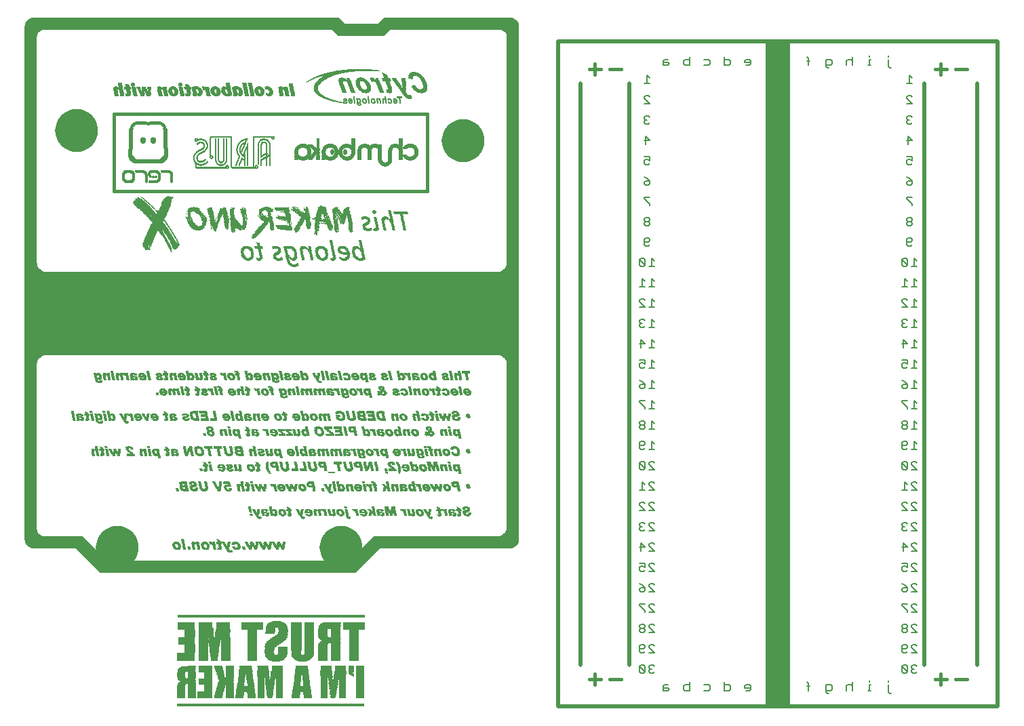
<source format=gbo>
G75*
%MOIN*%
%OFA0B0*%
%FSLAX25Y25*%
%IPPOS*%
%LPD*%
%AMOC8*
5,1,8,0,0,1.08239X$1,22.5*
%
%ADD10R,0.02000X0.00200*%
%ADD11R,0.03400X0.00200*%
%ADD12R,0.04200X0.00200*%
%ADD13R,0.04600X0.00200*%
%ADD14R,0.04800X0.00200*%
%ADD15R,0.01200X0.00200*%
%ADD16R,0.02200X0.00200*%
%ADD17R,0.00600X0.00200*%
%ADD18R,0.00200X0.00200*%
%ADD19R,0.01800X0.00200*%
%ADD20R,0.01600X0.00200*%
%ADD21R,0.01400X0.00200*%
%ADD22R,0.03000X0.00200*%
%ADD23R,0.02800X0.00200*%
%ADD24R,0.02400X0.00200*%
%ADD25R,0.03800X0.00200*%
%ADD26R,0.04400X0.00200*%
%ADD27R,0.03600X0.00200*%
%ADD28R,0.02600X0.00200*%
%ADD29R,0.04000X0.00200*%
%ADD30R,0.05200X0.00200*%
%ADD31R,0.05400X0.00200*%
%ADD32R,0.01000X0.00200*%
%ADD33R,0.00400X0.00200*%
%ADD34R,0.05000X0.00200*%
%ADD35R,0.07000X0.00200*%
%ADD36R,0.06800X0.00200*%
%ADD37C,0.01000*%
%ADD38R,0.00800X0.00200*%
%ADD39R,0.03200X0.00200*%
%ADD40R,0.06200X0.00200*%
%ADD41R,0.07600X0.00200*%
%ADD42R,0.07400X0.00200*%
%ADD43R,0.05800X0.00200*%
%ADD44R,0.07200X0.00200*%
%ADD45R,0.06400X0.00200*%
%ADD46R,0.06600X0.00200*%
%ADD47R,0.07800X0.00200*%
%ADD48R,0.05600X0.00200*%
%ADD49R,0.06000X0.00200*%
%ADD50C,0.00800*%
%ADD51C,0.01600*%
%ADD52C,0.02000*%
%ADD53R,0.10000X3.26000*%
%ADD54R,0.00703X0.00234*%
%ADD55R,0.00937X0.00234*%
%ADD56R,0.00469X0.00234*%
%ADD57R,0.01172X0.00234*%
%ADD58R,0.01406X0.00234*%
%ADD59R,0.02578X0.00234*%
%ADD60R,0.01875X0.00234*%
%ADD61R,0.02813X0.00234*%
%ADD62R,0.02344X0.00234*%
%ADD63R,0.02109X0.00234*%
%ADD64R,0.03047X0.00234*%
%ADD65R,0.01641X0.00234*%
%ADD66R,0.03281X0.00234*%
%ADD67R,0.03516X0.00234*%
%ADD68R,0.03750X0.00234*%
%ADD69R,0.04219X0.00234*%
%ADD70R,0.03984X0.00234*%
%ADD71R,0.04688X0.00234*%
%ADD72R,0.04922X0.00234*%
%ADD73R,0.07031X0.00234*%
%ADD74R,0.06563X0.00234*%
%ADD75R,0.06094X0.00234*%
%ADD76R,0.05625X0.00234*%
%ADD77R,0.05391X0.00234*%
%ADD78R,0.05156X0.00234*%
%ADD79R,0.07969X0.00234*%
%ADD80R,0.07500X0.00234*%
%ADD81R,0.06797X0.00234*%
%ADD82R,0.05859X0.00234*%
%ADD83R,0.07266X0.00234*%
%ADD84R,0.07734X0.00234*%
%ADD85R,0.08203X0.00234*%
%ADD86R,0.08672X0.00234*%
%ADD87R,0.08906X0.00234*%
%ADD88R,0.10781X0.00234*%
%ADD89R,0.11016X0.00234*%
%ADD90R,0.06328X0.00234*%
%ADD91R,0.00234X0.00234*%
%ADD92R,0.04453X0.00234*%
%ADD93R,0.01389X0.00073*%
%ADD94R,0.01755X0.00073*%
%ADD95R,0.01901X0.00073*%
%ADD96R,0.01974X0.00073*%
%ADD97R,0.02047X0.00073*%
%ADD98R,0.02120X0.00073*%
%ADD99R,0.02193X0.00073*%
%ADD100R,0.02266X0.00073*%
%ADD101R,0.02339X0.00073*%
%ADD102R,0.02413X0.00073*%
%ADD103R,0.02486X0.00073*%
%ADD104R,0.02559X0.00073*%
%ADD105R,0.00073X0.00073*%
%ADD106R,0.01608X0.00073*%
%ADD107R,0.01462X0.00073*%
%ADD108R,0.01243X0.00073*%
%ADD109R,0.01316X0.00073*%
%ADD110R,0.01681X0.00073*%
%ADD111R,0.01755X0.00073*%
%ADD112R,0.01389X0.00073*%
%ADD113R,0.01828X0.00073*%
%ADD114R,0.02047X0.00073*%
%ADD115R,0.01535X0.00073*%
%ADD116R,0.02632X0.00073*%
%ADD117R,0.01608X0.00073*%
%ADD118R,0.01901X0.00073*%
%ADD119R,0.01462X0.00073*%
%ADD120R,0.02851X0.00073*%
%ADD121R,0.02997X0.00073*%
%ADD122R,0.01681X0.00073*%
%ADD123R,0.02778X0.00073*%
%ADD124R,0.02778X0.00073*%
%ADD125R,0.01535X0.00073*%
%ADD126R,0.03144X0.00073*%
%ADD127R,0.02924X0.00073*%
%ADD128R,0.02924X0.00073*%
%ADD129R,0.03363X0.00073*%
%ADD130R,0.03509X0.00073*%
%ADD131R,0.03290X0.00073*%
%ADD132R,0.03582X0.00073*%
%ADD133R,0.03436X0.00073*%
%ADD134R,0.03728X0.00073*%
%ADD135R,0.01828X0.00073*%
%ADD136R,0.03655X0.00073*%
%ADD137R,0.03655X0.00073*%
%ADD138R,0.00292X0.00073*%
%ADD139R,0.01974X0.00073*%
%ADD140R,0.01170X0.00073*%
%ADD141R,0.00512X0.00073*%
%ADD142R,0.01023X0.00073*%
%ADD143R,0.01097X0.00073*%
%ADD144R,0.01097X0.00073*%
%ADD145R,0.02120X0.00073*%
%ADD146R,0.00146X0.00073*%
%ADD147R,0.00731X0.00073*%
%ADD148R,0.00219X0.00073*%
%ADD149R,0.02705X0.00073*%
%ADD150R,0.03875X0.00073*%
%ADD151R,0.03802X0.00073*%
%ADD152R,0.02632X0.00073*%
%ADD153R,0.03582X0.00073*%
%ADD154R,0.03728X0.00073*%
%ADD155R,0.02705X0.00073*%
%ADD156R,0.03217X0.00073*%
%ADD157R,0.03070X0.00073*%
%ADD158R,0.03070X0.00073*%
%ADD159R,0.02851X0.00073*%
%ADD160R,0.00877X0.00073*%
%ADD161R,0.00731X0.00073*%
%ADD162R,0.00366X0.00073*%
%ADD163R,0.00658X0.00073*%
%ADD164R,0.00439X0.00073*%
%ADD165R,0.00658X0.00073*%
%ADD166R,0.00950X0.00073*%
%ADD167R,0.00585X0.00073*%
%ADD168R,0.00577X0.00144*%
%ADD169R,0.00433X0.00144*%
%ADD170R,0.01586X0.00144*%
%ADD171R,0.01442X0.00144*%
%ADD172R,0.01730X0.00144*%
%ADD173R,0.01875X0.00144*%
%ADD174R,0.02019X0.00144*%
%ADD175R,0.01875X0.00144*%
%ADD176R,0.02019X0.00144*%
%ADD177R,0.02163X0.00144*%
%ADD178R,0.01730X0.00144*%
%ADD179R,0.02163X0.00144*%
%ADD180R,0.02307X0.00144*%
%ADD181R,0.00288X0.00144*%
%ADD182R,0.01298X0.00144*%
%ADD183R,0.01154X0.00144*%
%ADD184R,0.01009X0.00144*%
%ADD185R,0.01009X0.00144*%
%ADD186R,0.00721X0.00144*%
%ADD187R,0.00865X0.00144*%
%ADD188R,0.02307X0.00144*%
%ADD189R,0.02740X0.00144*%
%ADD190R,0.02451X0.00144*%
%ADD191R,0.02596X0.00144*%
%ADD192R,0.03172X0.00144*%
%ADD193R,0.03461X0.00144*%
%ADD194R,0.02884X0.00144*%
%ADD195R,0.03605X0.00144*%
%ADD196R,0.03028X0.00144*%
%ADD197R,0.03317X0.00144*%
%ADD198R,0.02884X0.00144*%
%ADD199R,0.02740X0.00144*%
%ADD200R,0.03461X0.00144*%
%ADD201R,0.03028X0.00144*%
%ADD202R,0.00144X0.00144*%
%ADD203R,0.01442X0.00144*%
%ADD204R,0.01154X0.00144*%
%ADD205R,0.03893X0.00144*%
%ADD206R,0.03893X0.00144*%
%ADD207R,0.03749X0.00144*%
%ADD208R,0.01298X0.00144*%
%ADD209R,0.00865X0.00144*%
%ADD210R,0.03172X0.00144*%
%ADD211R,0.00721X0.00144*%
%ADD212R,0.03316X0.00144*%
%ADD213R,0.01586X0.00144*%
%ADD214R,0.04037X0.00144*%
%ADD215R,0.04182X0.00144*%
%ADD216R,0.00144X0.00144*%
%ADD217R,0.04326X0.00144*%
%ADD218R,0.04038X0.00144*%
%ADD219R,0.05479X0.00144*%
%ADD220R,0.05479X0.00144*%
%ADD221R,0.04326X0.00144*%
%ADD222R,0.04182X0.00144*%
%ADD223R,0.00577X0.00144*%
%ADD224R,0.04614X0.00144*%
%ADD225R,0.00288X0.00144*%
%ADD226R,0.03605X0.00144*%
%ADD227R,0.05335X0.00144*%
%ADD228R,0.01170X0.00130*%
%ADD229R,0.01300X0.00130*%
%ADD230R,0.00780X0.00130*%
%ADD231R,0.01430X0.00130*%
%ADD232R,0.01170X0.00130*%
%ADD233R,0.01820X0.00130*%
%ADD234R,0.01820X0.00130*%
%ADD235R,0.01690X0.00130*%
%ADD236R,0.01950X0.00130*%
%ADD237R,0.02210X0.00130*%
%ADD238R,0.02470X0.00130*%
%ADD239R,0.01690X0.00130*%
%ADD240R,0.02470X0.00130*%
%ADD241R,0.02730X0.00130*%
%ADD242R,0.03250X0.00130*%
%ADD243R,0.02080X0.00130*%
%ADD244R,0.02600X0.00130*%
%ADD245R,0.03120X0.00130*%
%ADD246R,0.03770X0.00130*%
%ADD247R,0.02340X0.00130*%
%ADD248R,0.03510X0.00130*%
%ADD249R,0.04030X0.00130*%
%ADD250R,0.02990X0.00130*%
%ADD251R,0.03640X0.00130*%
%ADD252R,0.04160X0.00130*%
%ADD253R,0.03120X0.00130*%
%ADD254R,0.03900X0.00130*%
%ADD255R,0.04420X0.00130*%
%ADD256R,0.04290X0.00130*%
%ADD257R,0.04550X0.00130*%
%ADD258R,0.04290X0.00130*%
%ADD259R,0.00390X0.00130*%
%ADD260R,0.00130X0.00130*%
%ADD261R,0.01040X0.00130*%
%ADD262R,0.01040X0.00130*%
%ADD263R,0.01560X0.00130*%
%ADD264R,0.00260X0.00130*%
%ADD265R,0.03380X0.00130*%
%ADD266R,0.04420X0.00130*%
%ADD267R,0.03640X0.00130*%
%ADD268R,0.02860X0.00130*%
%ADD269R,0.02340X0.00130*%
%ADD270R,0.02990X0.00130*%
%ADD271R,0.00910X0.00130*%
%ADD272R,0.00650X0.00130*%
%ADD273R,0.00390X0.00130*%
%ADD274R,0.11850X0.00030*%
%ADD275R,0.12240X0.00030*%
%ADD276R,0.12540X0.00030*%
%ADD277R,0.12780X0.00030*%
%ADD278R,0.13020X0.00030*%
%ADD279R,0.13230X0.00030*%
%ADD280R,0.13410X0.00030*%
%ADD281R,0.13590X0.00030*%
%ADD282R,0.13740X0.00030*%
%ADD283R,0.13920X0.00030*%
%ADD284R,0.14070X0.00030*%
%ADD285R,0.14190X0.00030*%
%ADD286R,0.14340X0.00030*%
%ADD287R,0.14460X0.00030*%
%ADD288R,0.14580X0.00030*%
%ADD289R,0.14700X0.00030*%
%ADD290R,0.14820X0.00030*%
%ADD291R,0.14910X0.00030*%
%ADD292R,0.15030X0.00030*%
%ADD293R,0.15120X0.00030*%
%ADD294R,0.15240X0.00030*%
%ADD295R,0.15330X0.00030*%
%ADD296R,0.15420X0.00030*%
%ADD297R,0.15510X0.00030*%
%ADD298R,0.15600X0.00030*%
%ADD299R,0.15690X0.00030*%
%ADD300R,0.15780X0.00030*%
%ADD301R,0.15840X0.00030*%
%ADD302R,0.15930X0.00030*%
%ADD303R,0.16020X0.00030*%
%ADD304R,0.16080X0.00030*%
%ADD305R,0.16170X0.00030*%
%ADD306R,0.16230X0.00030*%
%ADD307R,0.16290X0.00030*%
%ADD308R,0.16380X0.00030*%
%ADD309R,0.16440X0.00030*%
%ADD310R,0.16500X0.00030*%
%ADD311R,0.16560X0.00030*%
%ADD312R,0.16650X0.00030*%
%ADD313R,0.16710X0.00030*%
%ADD314R,0.16770X0.00030*%
%ADD315R,0.16830X0.00030*%
%ADD316R,0.16890X0.00030*%
%ADD317R,0.16950X0.00030*%
%ADD318R,0.17010X0.00030*%
%ADD319R,0.17070X0.00030*%
%ADD320R,0.17100X0.00030*%
%ADD321R,0.17160X0.00030*%
%ADD322R,0.17220X0.00030*%
%ADD323R,0.17280X0.00030*%
%ADD324R,0.17310X0.00030*%
%ADD325R,0.17370X0.00030*%
%ADD326R,0.17430X0.00030*%
%ADD327R,0.17460X0.00030*%
%ADD328R,0.17520X0.00030*%
%ADD329R,0.17550X0.00030*%
%ADD330R,0.17610X0.00030*%
%ADD331R,0.17640X0.00030*%
%ADD332R,0.17700X0.00030*%
%ADD333R,0.17730X0.00030*%
%ADD334R,0.17790X0.00030*%
%ADD335R,0.17820X0.00030*%
%ADD336R,0.17880X0.00030*%
%ADD337R,0.17910X0.00030*%
%ADD338R,0.17940X0.00030*%
%ADD339R,0.18000X0.00030*%
%ADD340R,0.18030X0.00030*%
%ADD341R,0.03180X0.00030*%
%ADD342R,0.03150X0.00030*%
%ADD343R,0.03120X0.00030*%
%ADD344R,0.03120X0.00030*%
%ADD345R,0.03090X0.00030*%
%ADD346R,0.03090X0.00030*%
%ADD347R,0.03060X0.00030*%
%ADD348R,0.03030X0.00030*%
%ADD349R,0.03000X0.00030*%
%ADD350R,0.02970X0.00030*%
%ADD351R,0.02970X0.00030*%
%ADD352R,0.02940X0.00030*%
%ADD353R,0.02940X0.00030*%
%ADD354R,0.02910X0.00030*%
%ADD355R,0.02880X0.00030*%
%ADD356R,0.02850X0.00030*%
%ADD357R,0.02820X0.00030*%
%ADD358R,0.02820X0.00030*%
%ADD359R,0.02790X0.00030*%
%ADD360R,0.02760X0.00030*%
%ADD361R,0.02790X0.00030*%
%ADD362R,0.02730X0.00030*%
%ADD363R,0.02700X0.00030*%
%ADD364R,0.02670X0.00030*%
%ADD365R,0.02670X0.00030*%
%ADD366R,0.02640X0.00030*%
%ADD367R,0.02610X0.00030*%
%ADD368R,0.02580X0.00030*%
%ADD369R,0.02550X0.00030*%
%ADD370R,0.02520X0.00030*%
%ADD371R,0.02520X0.00030*%
%ADD372R,0.02490X0.00030*%
%ADD373R,0.02490X0.00030*%
%ADD374R,0.02460X0.00030*%
%ADD375R,0.02430X0.00030*%
%ADD376R,0.02400X0.00030*%
%ADD377R,0.02370X0.00030*%
%ADD378R,0.02340X0.00030*%
%ADD379R,0.02340X0.00030*%
%ADD380R,0.02310X0.00030*%
%ADD381R,0.02280X0.00030*%
%ADD382R,0.02250X0.00030*%
%ADD383R,0.02220X0.00030*%
%ADD384R,0.02220X0.00030*%
%ADD385R,0.02190X0.00030*%
%ADD386R,0.02160X0.00030*%
%ADD387R,0.02130X0.00030*%
%ADD388R,0.02100X0.00030*%
%ADD389R,0.02070X0.00030*%
%ADD390R,0.02070X0.00030*%
%ADD391R,0.02040X0.00030*%
%ADD392R,0.02010X0.00030*%
%ADD393R,0.01980X0.00030*%
%ADD394R,0.01950X0.00030*%
%ADD395R,0.01920X0.00030*%
%ADD396R,0.01890X0.00030*%
%ADD397R,0.01920X0.00030*%
%ADD398R,0.01860X0.00030*%
%ADD399R,0.01830X0.00030*%
%ADD400R,0.00300X0.00030*%
%ADD401R,0.00630X0.00030*%
%ADD402R,0.00660X0.00030*%
%ADD403R,0.00870X0.00030*%
%ADD404R,0.00900X0.00030*%
%ADD405R,0.01050X0.00030*%
%ADD406R,0.01020X0.00030*%
%ADD407R,0.01170X0.00030*%
%ADD408R,0.01200X0.00030*%
%ADD409R,0.01290X0.00030*%
%ADD410R,0.01320X0.00030*%
%ADD411R,0.01410X0.00030*%
%ADD412R,0.01440X0.00030*%
%ADD413R,0.01530X0.00030*%
%ADD414R,0.01500X0.00030*%
%ADD415R,0.01620X0.00030*%
%ADD416R,0.01710X0.00030*%
%ADD417R,0.01680X0.00030*%
%ADD418R,0.01770X0.00030*%
%ADD419R,0.01800X0.00030*%
%ADD420R,0.00690X0.00030*%
%ADD421R,0.00330X0.00030*%
%ADD422R,0.01740X0.00030*%
%ADD423R,0.01650X0.00030*%
%ADD424R,0.01620X0.00030*%
%ADD425R,0.01590X0.00030*%
%ADD426R,0.01590X0.00030*%
%ADD427R,0.01740X0.00030*%
%ADD428R,0.01770X0.00030*%
%ADD429R,0.01890X0.00030*%
%ADD430R,0.00090X0.00030*%
%ADD431R,0.00240X0.00030*%
%ADD432R,0.00390X0.00030*%
%ADD433R,0.00510X0.00030*%
%ADD434R,0.00750X0.00030*%
%ADD435R,0.00990X0.00030*%
%ADD436R,0.01080X0.00030*%
%ADD437R,0.01380X0.00030*%
%ADD438R,0.01470X0.00030*%
%ADD439R,0.02040X0.00030*%
%ADD440R,0.15570X0.00030*%
%ADD441R,0.15480X0.00030*%
%ADD442R,0.15360X0.00030*%
%ADD443R,0.15270X0.00030*%
%ADD444R,0.15210X0.00030*%
%ADD445R,0.15150X0.00030*%
%ADD446R,0.15060X0.00030*%
%ADD447R,0.15000X0.00030*%
%ADD448R,0.14760X0.00030*%
%ADD449R,0.14670X0.00030*%
%ADD450R,0.14490X0.00030*%
%ADD451R,0.14400X0.00030*%
%ADD452R,0.14310X0.00030*%
%ADD453R,0.14220X0.00030*%
%ADD454R,0.14130X0.00030*%
%ADD455R,0.14040X0.00030*%
%ADD456R,0.13830X0.00030*%
%ADD457R,0.13710X0.00030*%
%ADD458R,0.13620X0.00030*%
%ADD459R,0.13500X0.00030*%
%ADD460R,0.06630X0.00030*%
%ADD461R,0.06600X0.00030*%
%ADD462R,0.06480X0.00030*%
%ADD463R,0.06300X0.00030*%
%ADD464R,0.06330X0.00030*%
%ADD465R,0.06180X0.00030*%
%ADD466R,0.06030X0.00030*%
%ADD467R,0.05880X0.00030*%
%ADD468R,0.05910X0.00030*%
%ADD469R,0.05760X0.00030*%
%ADD470R,0.05730X0.00030*%
%ADD471R,0.05610X0.00030*%
%ADD472R,0.05430X0.00030*%
%ADD473R,0.05460X0.00030*%
%ADD474R,0.05280X0.00030*%
%ADD475R,0.05310X0.00030*%
%ADD476R,0.05130X0.00030*%
%ADD477R,0.05160X0.00030*%
%ADD478R,0.04950X0.00030*%
%ADD479R,0.04980X0.00030*%
%ADD480R,0.04770X0.00030*%
%ADD481R,0.04800X0.00030*%
%ADD482R,0.04590X0.00030*%
%ADD483R,0.04590X0.00030*%
%ADD484R,0.04380X0.00030*%
%ADD485R,0.04110X0.00030*%
%ADD486R,0.00500X0.00050*%
%ADD487R,0.03900X0.00050*%
%ADD488R,0.02900X0.00050*%
%ADD489R,0.00700X0.00050*%
%ADD490R,0.04100X0.00050*%
%ADD491R,0.03200X0.00050*%
%ADD492R,0.00800X0.00050*%
%ADD493R,0.04300X0.00050*%
%ADD494R,0.03500X0.00050*%
%ADD495R,0.00900X0.00050*%
%ADD496R,0.04450X0.00050*%
%ADD497R,0.03700X0.00050*%
%ADD498R,0.00950X0.00050*%
%ADD499R,0.04600X0.00050*%
%ADD500R,0.01000X0.00050*%
%ADD501R,0.01050X0.00050*%
%ADD502R,0.04700X0.00050*%
%ADD503R,0.04800X0.00050*%
%ADD504R,0.01100X0.00050*%
%ADD505R,0.04250X0.00050*%
%ADD506R,0.04900X0.00050*%
%ADD507R,0.04400X0.00050*%
%ADD508R,0.04950X0.00050*%
%ADD509R,0.04500X0.00050*%
%ADD510R,0.05000X0.00050*%
%ADD511R,0.05050X0.00050*%
%ADD512R,0.05100X0.00050*%
%ADD513R,0.04850X0.00050*%
%ADD514R,0.05150X0.00050*%
%ADD515R,0.05200X0.00050*%
%ADD516R,0.05250X0.00050*%
%ADD517R,0.05300X0.00050*%
%ADD518R,0.05350X0.00050*%
%ADD519R,0.05450X0.00050*%
%ADD520R,0.05550X0.00050*%
%ADD521R,0.02200X0.00050*%
%ADD522R,0.03400X0.00050*%
%ADD523R,0.02000X0.00050*%
%ADD524R,0.01900X0.00050*%
%ADD525R,0.01850X0.00050*%
%ADD526R,0.01750X0.00050*%
%ADD527R,0.01800X0.00050*%
%ADD528R,0.01700X0.00050*%
%ADD529R,0.01650X0.00050*%
%ADD530R,0.01600X0.00050*%
%ADD531R,0.01550X0.00050*%
%ADD532R,0.01500X0.00050*%
%ADD533R,0.01450X0.00050*%
%ADD534R,0.01400X0.00050*%
%ADD535R,0.01350X0.00050*%
%ADD536R,0.01300X0.00050*%
%ADD537R,0.01250X0.00050*%
%ADD538R,0.01200X0.00050*%
%ADD539R,0.01150X0.00050*%
%ADD540R,0.00300X0.00050*%
%ADD541R,0.00550X0.00050*%
%ADD542R,0.00250X0.00050*%
%ADD543R,0.00850X0.00050*%
%ADD544R,0.00650X0.00050*%
%ADD545R,0.00350X0.00050*%
%ADD546R,0.01950X0.00050*%
%ADD547R,0.02100X0.00050*%
%ADD548R,0.02050X0.00050*%
%ADD549R,0.05400X0.00050*%
%ADD550R,0.05650X0.00050*%
%ADD551R,0.05600X0.00050*%
%ADD552R,0.05500X0.00050*%
%ADD553R,0.04750X0.00050*%
%ADD554R,0.04650X0.00050*%
%ADD555R,0.04350X0.00050*%
%ADD556R,0.04200X0.00050*%
%ADD557R,0.04050X0.00050*%
%ADD558R,0.04000X0.00050*%
%ADD559R,0.03800X0.00050*%
%ADD560R,0.04550X0.00050*%
%ADD561R,0.03600X0.00050*%
%ADD562R,0.03300X0.00050*%
%ADD563R,0.02850X0.00050*%
%ADD564R,0.01129X0.00094*%
%ADD565R,0.01976X0.00094*%
%ADD566R,0.02446X0.00094*%
%ADD567R,0.02917X0.00094*%
%ADD568R,0.03293X0.00094*%
%ADD569R,0.03575X0.00094*%
%ADD570R,0.03858X0.00094*%
%ADD571R,0.04046X0.00094*%
%ADD572R,0.04422X0.00094*%
%ADD573R,0.04610X0.00094*%
%ADD574R,0.04798X0.00094*%
%ADD575R,0.04987X0.00094*%
%ADD576R,0.05175X0.00094*%
%ADD577R,0.05269X0.00094*%
%ADD578R,0.05363X0.00094*%
%ADD579R,0.05551X0.00094*%
%ADD580R,0.05739X0.00094*%
%ADD581R,0.05927X0.00094*%
%ADD582R,0.02446X0.00094*%
%ADD583R,0.02540X0.00094*%
%ADD584R,0.02352X0.00094*%
%ADD585R,0.02164X0.00094*%
%ADD586R,0.02070X0.00094*%
%ADD587R,0.02164X0.00094*%
%ADD588R,0.01976X0.00094*%
%ADD589R,0.02070X0.00094*%
%ADD590R,0.01882X0.00094*%
%ADD591R,0.01976X0.00094*%
%ADD592R,0.01882X0.00094*%
%ADD593R,0.01788X0.00094*%
%ADD594R,0.01788X0.00094*%
%ADD595R,0.01223X0.00094*%
%ADD596R,0.01694X0.00094*%
%ADD597R,0.00941X0.00094*%
%ADD598R,0.00847X0.00094*%
%ADD599R,0.01694X0.00094*%
%ADD600R,0.01694X0.00094*%
%ADD601R,0.02728X0.00094*%
%ADD602R,0.01788X0.00094*%
%ADD603R,0.02634X0.00094*%
%ADD604R,0.03293X0.00094*%
%ADD605R,0.01788X0.00094*%
%ADD606R,0.01694X0.00094*%
%ADD607R,0.03199X0.00094*%
%ADD608R,0.03669X0.00094*%
%ADD609R,0.04046X0.00094*%
%ADD610R,0.03952X0.00094*%
%ADD611R,0.04328X0.00094*%
%ADD612R,0.04140X0.00094*%
%ADD613R,0.04516X0.00094*%
%ADD614R,0.06492X0.00094*%
%ADD615R,0.05175X0.00094*%
%ADD616R,0.05081X0.00094*%
%ADD617R,0.06680X0.00094*%
%ADD618R,0.05363X0.00094*%
%ADD619R,0.05269X0.00094*%
%ADD620R,0.06774X0.00094*%
%ADD621R,0.02164X0.00094*%
%ADD622R,0.05551X0.00094*%
%ADD623R,0.05457X0.00094*%
%ADD624R,0.06868X0.00094*%
%ADD625R,0.06868X0.00094*%
%ADD626R,0.05645X0.00094*%
%ADD627R,0.06962X0.00094*%
%ADD628R,0.05833X0.00094*%
%ADD629R,0.07056X0.00094*%
%ADD630R,0.06116X0.00094*%
%ADD631R,0.06022X0.00094*%
%ADD632R,0.07151X0.00094*%
%ADD633R,0.07151X0.00094*%
%ADD634R,0.06304X0.00094*%
%ADD635R,0.06210X0.00094*%
%ADD636R,0.07245X0.00094*%
%ADD637R,0.06398X0.00094*%
%ADD638R,0.07245X0.00094*%
%ADD639R,0.02070X0.00094*%
%ADD640R,0.06586X0.00094*%
%ADD641R,0.07339X0.00094*%
%ADD642R,0.02164X0.00094*%
%ADD643R,0.03105X0.00094*%
%ADD644R,0.03199X0.00094*%
%ADD645R,0.03011X0.00094*%
%ADD646R,0.02728X0.00094*%
%ADD647R,0.02634X0.00094*%
%ADD648R,0.02728X0.00094*%
%ADD649R,0.03293X0.00094*%
%ADD650R,0.02446X0.00094*%
%ADD651R,0.02540X0.00094*%
%ADD652R,0.03011X0.00094*%
%ADD653R,0.02258X0.00094*%
%ADD654R,0.02823X0.00094*%
%ADD655R,0.02352X0.00094*%
%ADD656R,0.02258X0.00094*%
%ADD657R,0.02258X0.00094*%
%ADD658R,0.02258X0.00094*%
%ADD659R,0.01976X0.00094*%
%ADD660R,0.01599X0.00094*%
%ADD661R,0.01599X0.00094*%
%ADD662R,0.00188X0.00094*%
%ADD663R,0.00282X0.00094*%
%ADD664R,0.00753X0.00094*%
%ADD665R,0.03858X0.00094*%
%ADD666R,0.00941X0.00094*%
%ADD667R,0.01035X0.00094*%
%ADD668R,0.03763X0.00094*%
%ADD669R,0.01129X0.00094*%
%ADD670R,0.01129X0.00094*%
%ADD671R,0.03669X0.00094*%
%ADD672R,0.01317X0.00094*%
%ADD673R,0.01411X0.00094*%
%ADD674R,0.01411X0.00094*%
%ADD675R,0.01505X0.00094*%
%ADD676R,0.03481X0.00094*%
%ADD677R,0.03387X0.00094*%
%ADD678R,0.03105X0.00094*%
%ADD679R,0.03011X0.00094*%
%ADD680R,0.02540X0.00094*%
%ADD681R,0.01505X0.00094*%
%ADD682R,0.01411X0.00094*%
%ADD683R,0.01411X0.00094*%
%ADD684R,0.01223X0.00094*%
%ADD685R,0.01223X0.00094*%
%ADD686R,0.00753X0.00094*%
%ADD687R,0.03105X0.00094*%
%ADD688R,0.00376X0.00094*%
%ADD689R,0.00376X0.00094*%
%ADD690R,0.03763X0.00094*%
%ADD691R,0.02070X0.00094*%
%ADD692R,0.02728X0.00094*%
%ADD693R,0.02823X0.00094*%
%ADD694R,0.04046X0.00094*%
%ADD695R,0.03481X0.00094*%
%ADD696R,0.03858X0.00094*%
%ADD697R,0.02823X0.00094*%
%ADD698R,0.04610X0.00094*%
%ADD699R,0.06680X0.00094*%
%ADD700R,0.11384X0.00094*%
%ADD701R,0.07339X0.00094*%
%ADD702R,0.06586X0.00094*%
%ADD703R,0.06586X0.00094*%
%ADD704R,0.11290X0.00094*%
%ADD705R,0.06398X0.00094*%
%ADD706R,0.11196X0.00094*%
%ADD707R,0.06304X0.00094*%
%ADD708R,0.06210X0.00094*%
%ADD709R,0.11196X0.00094*%
%ADD710R,0.07151X0.00094*%
%ADD711R,0.06116X0.00094*%
%ADD712R,0.11102X0.00094*%
%ADD713R,0.07056X0.00094*%
%ADD714R,0.05927X0.00094*%
%ADD715R,0.11008X0.00094*%
%ADD716R,0.05833X0.00094*%
%ADD717R,0.05833X0.00094*%
%ADD718R,0.05739X0.00094*%
%ADD719R,0.06022X0.00094*%
%ADD720R,0.10914X0.00094*%
%ADD721R,0.06868X0.00094*%
%ADD722R,0.05645X0.00094*%
%ADD723R,0.04892X0.00094*%
%ADD724R,0.06774X0.00094*%
%ADD725R,0.04704X0.00094*%
%ADD726R,0.04987X0.00094*%
%ADD727R,0.04704X0.00094*%
%ADD728R,0.04892X0.00094*%
%ADD729R,0.04234X0.00094*%
%ADD730R,0.04516X0.00094*%
%ADD731R,0.04704X0.00094*%
%ADD732R,0.04234X0.00094*%
%ADD733R,0.03952X0.00094*%
%ADD734R,0.04140X0.00094*%
%ADD735R,0.03387X0.00094*%
%ADD736R,0.02917X0.00094*%
%ADD737R,0.00404X0.00021*%
%ADD738R,0.00043X0.00021*%
%ADD739R,0.00085X0.00021*%
%ADD740R,0.15362X0.00021*%
%ADD741R,0.12128X0.00021*%
%ADD742R,0.15447X0.00021*%
%ADD743R,0.12298X0.00021*%
%ADD744R,0.15553X0.00021*%
%ADD745R,0.12447X0.00021*%
%ADD746R,0.15681X0.00021*%
%ADD747R,0.12489X0.00021*%
%ADD748R,0.15723X0.00021*%
%ADD749R,0.12553X0.00021*%
%ADD750R,0.15809X0.00021*%
%ADD751R,0.12638X0.00021*%
%ADD752R,0.15872X0.00021*%
%ADD753R,0.12702X0.00021*%
%ADD754R,0.15872X0.00021*%
%ADD755R,0.12745X0.00021*%
%ADD756R,0.15957X0.00021*%
%ADD757R,0.12809X0.00021*%
%ADD758R,0.16021X0.00021*%
%ADD759R,0.12851X0.00021*%
%ADD760R,0.16064X0.00021*%
%ADD761R,0.12915X0.00021*%
%ADD762R,0.16106X0.00021*%
%ADD763R,0.12957X0.00021*%
%ADD764R,0.16149X0.00021*%
%ADD765R,0.12957X0.00021*%
%ADD766R,0.16170X0.00021*%
%ADD767R,0.13021X0.00021*%
%ADD768R,0.16191X0.00021*%
%ADD769R,0.13064X0.00021*%
%ADD770R,0.16234X0.00021*%
%ADD771R,0.13085X0.00021*%
%ADD772R,0.16255X0.00021*%
%ADD773R,0.00489X0.00021*%
%ADD774R,0.12319X0.00021*%
%ADD775R,0.00511X0.00021*%
%ADD776R,0.15511X0.00021*%
%ADD777R,0.00468X0.00021*%
%ADD778R,0.12319X0.00021*%
%ADD779R,0.00489X0.00021*%
%ADD780R,0.15489X0.00021*%
%ADD781R,0.00447X0.00021*%
%ADD782R,0.15447X0.00021*%
%ADD783R,0.00447X0.00021*%
%ADD784R,0.12255X0.00021*%
%ADD785R,0.15426X0.00021*%
%ADD786R,0.00426X0.00021*%
%ADD787R,0.12234X0.00021*%
%ADD788R,0.00426X0.00021*%
%ADD789R,0.15404X0.00021*%
%ADD790R,0.00404X0.00021*%
%ADD791R,0.12234X0.00021*%
%ADD792R,0.00383X0.00021*%
%ADD793R,0.15383X0.00021*%
%ADD794R,0.00383X0.00021*%
%ADD795R,0.15383X0.00021*%
%ADD796R,0.00362X0.00021*%
%ADD797R,0.01638X0.00021*%
%ADD798R,0.00149X0.00021*%
%ADD799R,0.00298X0.00021*%
%ADD800R,0.00170X0.00021*%
%ADD801R,0.00340X0.00021*%
%ADD802R,0.00511X0.00021*%
%ADD803R,0.00085X0.00021*%
%ADD804R,0.01872X0.00021*%
%ADD805R,0.00149X0.00021*%
%ADD806R,0.00808X0.00021*%
%ADD807R,0.00106X0.00021*%
%ADD808R,0.13553X0.00021*%
%ADD809R,0.00681X0.00021*%
%ADD810R,0.00596X0.00021*%
%ADD811R,0.00766X0.00021*%
%ADD812R,0.00362X0.00021*%
%ADD813R,0.00426X0.00021*%
%ADD814R,0.00638X0.00021*%
%ADD815R,0.00362X0.00021*%
%ADD816R,0.00553X0.00021*%
%ADD817R,0.00723X0.00021*%
%ADD818R,0.00596X0.00021*%
%ADD819R,0.00362X0.00021*%
%ADD820R,0.00532X0.00021*%
%ADD821R,0.00660X0.00021*%
%ADD822R,0.00574X0.00021*%
%ADD823R,0.00532X0.00021*%
%ADD824R,0.00638X0.00021*%
%ADD825R,0.00574X0.00021*%
%ADD826R,0.00617X0.00021*%
%ADD827R,0.00596X0.00021*%
%ADD828R,0.00596X0.00021*%
%ADD829R,0.00553X0.00021*%
%ADD830R,0.00340X0.00021*%
%ADD831R,0.00553X0.00021*%
%ADD832R,0.00532X0.00021*%
%ADD833R,0.00532X0.00021*%
%ADD834R,0.00404X0.00021*%
%ADD835R,0.00404X0.00021*%
%ADD836R,0.00426X0.00021*%
%ADD837R,0.00489X0.00021*%
%ADD838R,0.00021X0.00021*%
%ADD839R,0.01277X0.00021*%
%ADD840R,0.01255X0.00021*%
%ADD841R,0.01234X0.00021*%
%ADD842R,0.01255X0.00021*%
%ADD843R,0.01213X0.00021*%
%ADD844R,0.01213X0.00021*%
%ADD845R,0.01170X0.00021*%
%ADD846R,0.01170X0.00021*%
%ADD847R,0.01149X0.00021*%
%ADD848R,0.01128X0.00021*%
%ADD849R,0.01085X0.00021*%
%ADD850R,0.01064X0.00021*%
%ADD851R,0.01043X0.00021*%
%ADD852R,0.01043X0.00021*%
%ADD853R,0.01000X0.00021*%
%ADD854R,0.00936X0.00021*%
%ADD855R,0.00957X0.00021*%
%ADD856R,0.00723X0.00021*%
%ADD857R,0.00894X0.00021*%
%ADD858R,0.00894X0.00021*%
%ADD859R,0.00830X0.00021*%
%ADD860R,0.01106X0.00021*%
%ADD861R,0.00766X0.00021*%
%ADD862R,0.00745X0.00021*%
%ADD863R,0.01468X0.00021*%
%ADD864R,0.00702X0.00021*%
%ADD865R,0.00660X0.00021*%
%ADD866R,0.01553X0.00021*%
%ADD867R,0.00617X0.00021*%
%ADD868R,0.01660X0.00021*%
%ADD869R,0.00979X0.00021*%
%ADD870R,0.00489X0.00021*%
%ADD871R,0.01809X0.00021*%
%ADD872R,0.01362X0.00021*%
%ADD873R,0.00617X0.00021*%
%ADD874R,0.01936X0.00021*%
%ADD875R,0.01511X0.00021*%
%ADD876R,0.02021X0.00021*%
%ADD877R,0.01638X0.00021*%
%ADD878R,0.02149X0.00021*%
%ADD879R,0.01894X0.00021*%
%ADD880R,0.02213X0.00021*%
%ADD881R,0.01979X0.00021*%
%ADD882R,0.00617X0.00021*%
%ADD883R,0.02340X0.00021*%
%ADD884R,0.02128X0.00021*%
%ADD885R,0.02489X0.00021*%
%ADD886R,0.02340X0.00021*%
%ADD887R,0.02553X0.00021*%
%ADD888R,0.02447X0.00021*%
%ADD889R,0.02617X0.00021*%
%ADD890R,0.02574X0.00021*%
%ADD891R,0.02745X0.00021*%
%ADD892R,0.02702X0.00021*%
%ADD893R,0.02787X0.00021*%
%ADD894R,0.02894X0.00021*%
%ADD895R,0.02915X0.00021*%
%ADD896R,0.03000X0.00021*%
%ADD897R,0.03064X0.00021*%
%ADD898R,0.03043X0.00021*%
%ADD899R,0.03149X0.00021*%
%ADD900R,0.03106X0.00021*%
%ADD901R,0.03277X0.00021*%
%ADD902R,0.03170X0.00021*%
%ADD903R,0.03362X0.00021*%
%ADD904R,0.03234X0.00021*%
%ADD905R,0.03404X0.00021*%
%ADD906R,0.03319X0.00021*%
%ADD907R,0.03532X0.00021*%
%ADD908R,0.03362X0.00021*%
%ADD909R,0.03617X0.00021*%
%ADD910R,0.03404X0.00021*%
%ADD911R,0.03681X0.00021*%
%ADD912R,0.01340X0.00021*%
%ADD913R,0.01362X0.00021*%
%ADD914R,0.03787X0.00021*%
%ADD915R,0.01298X0.00021*%
%ADD916R,0.01298X0.00021*%
%ADD917R,0.03872X0.00021*%
%ADD918R,0.01191X0.00021*%
%ADD919R,0.03936X0.00021*%
%ADD920R,0.01170X0.00021*%
%ADD921R,0.04043X0.00021*%
%ADD922R,0.01149X0.00021*%
%ADD923R,0.04085X0.00021*%
%ADD924R,0.01085X0.00021*%
%ADD925R,0.01106X0.00021*%
%ADD926R,0.04170X0.00021*%
%ADD927R,0.01064X0.00021*%
%ADD928R,0.01894X0.00021*%
%ADD929R,0.01660X0.00021*%
%ADD930R,0.01787X0.00021*%
%ADD931R,0.01574X0.00021*%
%ADD932R,0.00979X0.00021*%
%ADD933R,0.01426X0.00021*%
%ADD934R,0.00957X0.00021*%
%ADD935R,0.01574X0.00021*%
%ADD936R,0.01404X0.00021*%
%ADD937R,0.01553X0.00021*%
%ADD938R,0.01383X0.00021*%
%ADD939R,0.00915X0.00021*%
%ADD940R,0.01319X0.00021*%
%ADD941R,0.00915X0.00021*%
%ADD942R,0.01404X0.00021*%
%ADD943R,0.01872X0.00021*%
%ADD944R,0.00872X0.00021*%
%ADD945R,0.01404X0.00021*%
%ADD946R,0.01830X0.00021*%
%ADD947R,0.01702X0.00021*%
%ADD948R,0.00851X0.00021*%
%ADD949R,0.00872X0.00021*%
%ADD950R,0.00851X0.00021*%
%ADD951R,0.01617X0.00021*%
%ADD952R,0.00830X0.00021*%
%ADD953R,0.01532X0.00021*%
%ADD954R,0.01234X0.00021*%
%ADD955R,0.01511X0.00021*%
%ADD956R,0.00787X0.00021*%
%ADD957R,0.00830X0.00021*%
%ADD958R,0.01468X0.00021*%
%ADD959R,0.00809X0.00021*%
%ADD960R,0.01170X0.00021*%
%ADD961R,0.01383X0.00021*%
%ADD962R,0.00787X0.00021*%
%ADD963R,0.01362X0.00021*%
%ADD964R,0.00766X0.00021*%
%ADD965R,0.00766X0.00021*%
%ADD966R,0.01128X0.00021*%
%ADD967R,0.01277X0.00021*%
%ADD968R,0.00745X0.00021*%
%ADD969R,0.01085X0.00021*%
%ADD970R,0.01021X0.00021*%
%ADD971R,0.00702X0.00021*%
%ADD972R,0.01021X0.00021*%
%ADD973R,0.00894X0.00021*%
%ADD974R,0.00681X0.00021*%
%ADD975R,0.00681X0.00021*%
%ADD976R,0.00936X0.00021*%
%ADD977R,0.00808X0.00021*%
%ADD978R,0.00638X0.00021*%
%ADD979R,0.01340X0.00021*%
%ADD980R,0.01532X0.00021*%
%ADD981R,0.00745X0.00021*%
%ADD982R,0.00872X0.00021*%
%ADD983R,0.00957X0.00021*%
%ADD984R,0.01723X0.00021*%
%ADD985R,0.01766X0.00021*%
%ADD986R,0.01894X0.00021*%
%ADD987R,0.01745X0.00021*%
%ADD988R,0.00745X0.00021*%
%ADD989R,0.02043X0.00021*%
%ADD990R,0.02000X0.00021*%
%ADD991R,0.02064X0.00021*%
%ADD992R,0.00809X0.00021*%
%ADD993R,0.02170X0.00021*%
%ADD994R,0.02170X0.00021*%
%ADD995R,0.02234X0.00021*%
%ADD996R,0.02191X0.00021*%
%ADD997R,0.02277X0.00021*%
%ADD998R,0.02277X0.00021*%
%ADD999R,0.02404X0.00021*%
%ADD1000R,0.02298X0.00021*%
%ADD1001R,0.02489X0.00021*%
%ADD1002R,0.00702X0.00021*%
%ADD1003R,0.02340X0.00021*%
%ADD1004R,0.02532X0.00021*%
%ADD1005R,0.02383X0.00021*%
%ADD1006R,0.02638X0.00021*%
%ADD1007R,0.02681X0.00021*%
%ADD1008R,0.02830X0.00021*%
%ADD1009R,0.02872X0.00021*%
%ADD1010R,0.00830X0.00021*%
%ADD1011R,0.02936X0.00021*%
%ADD1012R,0.00681X0.00021*%
%ADD1013R,0.03021X0.00021*%
%ADD1014R,0.00660X0.00021*%
%ADD1015R,0.03128X0.00021*%
%ADD1016R,0.00340X0.00021*%
%ADD1017R,0.03191X0.00021*%
%ADD1018R,0.00319X0.00021*%
%ADD1019R,0.03213X0.00021*%
%ADD1020R,0.00553X0.00021*%
%ADD1021R,0.00255X0.00021*%
%ADD1022R,0.01468X0.00021*%
%ADD1023R,0.00213X0.00021*%
%ADD1024R,0.00128X0.00021*%
%ADD1025R,0.00064X0.00021*%
%ADD1026R,0.01191X0.00021*%
%ADD1027R,0.01021X0.00021*%
%ADD1028R,0.01000X0.00021*%
%ADD1029R,0.00723X0.00021*%
%ADD1030R,0.00638X0.00021*%
%ADD1031R,0.00872X0.00021*%
%ADD1032R,0.00957X0.00021*%
%ADD1033R,0.01149X0.00021*%
%ADD1034R,0.01340X0.00021*%
%ADD1035R,0.02043X0.00021*%
%ADD1036R,0.02021X0.00021*%
%ADD1037R,0.00277X0.00021*%
%ADD1038R,0.00191X0.00021*%
%ADD1039R,0.01979X0.00021*%
%ADD1040R,0.00106X0.00021*%
%ADD1041R,0.01957X0.00021*%
%ADD1042R,0.01936X0.00021*%
%ADD1043R,0.01915X0.00021*%
%ADD1044R,0.01149X0.00021*%
%ADD1045R,0.00468X0.00021*%
%ADD1046R,0.01277X0.00021*%
%ADD1047R,0.00319X0.00021*%
%ADD1048R,0.00468X0.00021*%
%ADD1049R,0.00277X0.00021*%
%ADD1050R,0.01808X0.00021*%
%ADD1051R,0.01745X0.00021*%
%ADD1052R,0.01723X0.00021*%
%ADD1053R,0.01617X0.00021*%
%ADD1054R,0.01596X0.00021*%
%ADD1055R,0.01553X0.00021*%
%ADD1056R,0.01489X0.00021*%
%ADD1057R,0.01447X0.00021*%
%ADD1058R,0.01319X0.00021*%
%ADD1059R,0.01277X0.00021*%
%ADD1060R,0.00128X0.00021*%
%ADD1061R,0.01213X0.00021*%
%ADD1062R,0.00213X0.00021*%
%ADD1063R,0.00340X0.00021*%
%ADD1064R,0.00234X0.00021*%
%ADD1065R,0.00255X0.00021*%
%ADD1066R,0.00894X0.00021*%
%ADD1067R,0.01021X0.00021*%
%ADD1068R,0.01340X0.00021*%
%ADD1069R,0.01298X0.00021*%
%ADD1070R,0.02085X0.00021*%
%ADD1071R,0.02085X0.00021*%
%ADD1072R,0.01085X0.00021*%
%ADD1073R,0.00702X0.00021*%
%ADD1074R,0.01426X0.00021*%
%ADD1075R,0.01426X0.00021*%
%ADD1076R,0.00723X0.00021*%
%ADD1077R,0.01596X0.00021*%
%ADD1078R,0.01617X0.00021*%
%ADD1079R,0.01702X0.00021*%
%ADD1080R,0.01766X0.00021*%
%ADD1081R,0.01681X0.00021*%
%ADD1082R,0.01830X0.00021*%
%ADD1083R,0.01681X0.00021*%
%ADD1084R,0.01745X0.00021*%
%ADD1085R,0.01787X0.00021*%
%ADD1086R,0.01809X0.00021*%
%ADD1087R,0.00660X0.00021*%
%ADD1088R,0.01213X0.00021*%
%ADD1089R,0.01851X0.00021*%
%ADD1090R,0.01766X0.00021*%
%ADD1091R,0.01745X0.00021*%
%ADD1092R,0.01553X0.00021*%
%ADD1093R,0.01234X0.00021*%
%ADD1094R,0.00979X0.00021*%
%ADD1095R,0.00021X0.00021*%
%ADD1096R,0.00468X0.00021*%
%ADD1097R,0.00234X0.00021*%
%ADD1098R,0.00936X0.00021*%
%ADD1099R,0.00298X0.00021*%
%ADD1100R,0.00277X0.00021*%
%ADD1101R,0.01702X0.00021*%
%ADD1102R,0.00277X0.00021*%
%ADD1103R,0.01617X0.00021*%
%ADD1104R,0.00213X0.00021*%
%ADD1105R,0.01532X0.00021*%
%ADD1106R,0.00191X0.00021*%
%ADD1107R,0.01489X0.00021*%
%ADD1108R,0.01489X0.00021*%
%ADD1109R,0.00170X0.00021*%
%ADD1110R,0.01426X0.00021*%
%ADD1111R,0.03021X0.00021*%
%ADD1112R,0.02426X0.00021*%
%ADD1113R,0.02383X0.00021*%
%ADD1114R,0.02957X0.00021*%
%ADD1115R,0.02319X0.00021*%
%ADD1116R,0.02872X0.00021*%
%ADD1117R,0.02319X0.00021*%
%ADD1118R,0.02830X0.00021*%
%ADD1119R,0.02745X0.00021*%
%ADD1120R,0.02660X0.00021*%
%ADD1121R,0.02149X0.00021*%
%ADD1122R,0.00064X0.00021*%
%ADD1123R,0.02574X0.00021*%
%ADD1124R,0.02106X0.00021*%
%ADD1125R,0.02532X0.00021*%
%ADD1126R,0.02468X0.00021*%
%ADD1127R,0.02021X0.00021*%
%ADD1128R,0.01830X0.00021*%
%ADD1129R,0.02128X0.00021*%
%ADD1130R,0.01851X0.00021*%
%ADD1131R,0.00106X0.00021*%
%ADD1132R,0.00298X0.00021*%
%ADD1133R,0.01106X0.00021*%
%ADD1134R,0.01532X0.00021*%
%ADD1135R,0.01298X0.00021*%
%ADD1136R,0.01681X0.00021*%
%ADD1137R,0.02426X0.00021*%
%ADD1138R,0.00043X0.00021*%
%ADD1139R,0.01468X0.00021*%
%ADD1140R,0.03745X0.00021*%
%ADD1141R,0.03511X0.00021*%
%ADD1142R,0.03702X0.00021*%
%ADD1143R,0.03468X0.00021*%
%ADD1144R,0.03681X0.00021*%
%ADD1145R,0.03638X0.00021*%
%ADD1146R,0.03340X0.00021*%
%ADD1147R,0.03617X0.00021*%
%ADD1148R,0.03298X0.00021*%
%ADD1149R,0.02234X0.00021*%
%ADD1150R,0.03596X0.00021*%
%ADD1151R,0.03553X0.00021*%
%ADD1152R,0.03532X0.00021*%
%ADD1153R,0.02106X0.00021*%
%ADD1154R,0.02957X0.00021*%
%ADD1155R,0.03468X0.00021*%
%ADD1156R,0.02915X0.00021*%
%ADD1157R,0.03426X0.00021*%
%ADD1158R,0.02851X0.00021*%
%ADD1159R,0.02000X0.00021*%
%ADD1160R,0.03426X0.00021*%
%ADD1161R,0.02660X0.00021*%
%ADD1162R,0.02766X0.00021*%
%ADD1163R,0.02596X0.00021*%
%ADD1164R,0.02723X0.00021*%
%ADD1165R,0.02447X0.00021*%
%ADD1166R,0.02404X0.00021*%
%ADD1167R,0.02489X0.00021*%
%ADD1168R,0.01596X0.00021*%
%ADD1169R,0.02191X0.00021*%
%ADD1170R,0.02149X0.00021*%
%ADD1171R,0.10766X0.00021*%
%ADD1172R,0.10745X0.00021*%
%ADD1173R,0.10723X0.00021*%
%ADD1174R,0.09574X0.00021*%
%ADD1175R,0.10723X0.00021*%
%ADD1176R,0.09553X0.00021*%
%ADD1177R,0.10702X0.00021*%
%ADD1178R,0.09574X0.00021*%
%ADD1179R,0.10681X0.00021*%
%ADD1180R,0.10660X0.00021*%
%ADD1181R,0.09596X0.00021*%
%ADD1182R,0.10638X0.00021*%
%ADD1183R,0.09638X0.00021*%
%ADD1184R,0.10617X0.00021*%
%ADD1185R,0.09638X0.00021*%
%ADD1186R,0.10596X0.00021*%
%ADD1187R,0.09660X0.00021*%
%ADD1188R,0.10553X0.00021*%
%ADD1189R,0.10447X0.00021*%
%ADD1190R,0.10511X0.00021*%
%ADD1191R,0.10426X0.00021*%
%ADD1192R,0.10489X0.00021*%
%ADD1193R,0.10426X0.00021*%
%ADD1194R,0.10447X0.00021*%
%ADD1195R,0.10383X0.00021*%
%ADD1196R,0.10404X0.00021*%
%ADD1197R,0.10340X0.00021*%
%ADD1198R,0.10298X0.00021*%
%ADD1199R,0.10340X0.00021*%
%ADD1200R,0.10255X0.00021*%
%ADD1201R,0.10298X0.00021*%
%ADD1202R,0.10213X0.00021*%
%ADD1203R,0.10170X0.00021*%
%ADD1204R,0.10149X0.00021*%
%ADD1205R,0.10149X0.00021*%
%ADD1206R,0.10085X0.00021*%
%ADD1207R,0.10106X0.00021*%
%ADD1208R,0.10021X0.00021*%
%ADD1209R,0.10000X0.00021*%
%ADD1210R,0.09745X0.00021*%
%ADD1211R,0.09936X0.00021*%
%ADD1212R,0.00021X0.00021*%
%ADD1213R,0.08766X0.00021*%
%ADD1214R,0.09894X0.00021*%
%ADD1215R,0.09745X0.00021*%
%ADD1216R,0.09660X0.00021*%
%ADD1217R,0.09553X0.00021*%
%ADD1218R,0.09149X0.00021*%
%ADD1219C,0.01500*%
%ADD1220R,0.03788X0.00189*%
%ADD1221R,0.03409X0.00189*%
%ADD1222R,0.02273X0.00189*%
%ADD1223R,0.04167X0.00189*%
%ADD1224R,0.03977X0.00189*%
%ADD1225R,0.02273X0.00189*%
%ADD1226R,0.03409X0.00189*%
%ADD1227R,0.03977X0.00189*%
%ADD1228R,0.07008X0.00189*%
%ADD1229R,0.02652X0.00189*%
%ADD1230R,0.03598X0.00189*%
%ADD1231R,0.02652X0.00189*%
%ADD1232R,0.04167X0.00189*%
%ADD1233R,0.03409X0.00189*%
%ADD1234R,0.02652X0.00189*%
%ADD1235R,0.03598X0.00189*%
%ADD1236R,0.03977X0.00189*%
%ADD1237R,0.02652X0.00189*%
%ADD1238R,0.07008X0.00189*%
%ADD1239R,0.03788X0.00189*%
%ADD1240R,0.02841X0.00189*%
%ADD1241R,0.02841X0.00189*%
%ADD1242R,0.03030X0.00189*%
%ADD1243R,0.03220X0.00189*%
%ADD1244R,0.03220X0.00189*%
%ADD1245R,0.09280X0.00189*%
%ADD1246R,0.09470X0.00189*%
%ADD1247R,0.03598X0.00189*%
%ADD1248R,0.09091X0.00189*%
%ADD1249R,0.03598X0.00189*%
%ADD1250R,0.09091X0.00189*%
%ADD1251R,0.09091X0.00189*%
%ADD1252R,0.08902X0.00189*%
%ADD1253R,0.08902X0.00189*%
%ADD1254R,0.08712X0.00189*%
%ADD1255R,0.08523X0.00189*%
%ADD1256R,0.04356X0.00189*%
%ADD1257R,0.07955X0.00189*%
%ADD1258R,0.06629X0.00189*%
%ADD1259R,0.07765X0.00189*%
%ADD1260R,0.04545X0.00189*%
%ADD1261R,0.08712X0.00189*%
%ADD1262R,0.04545X0.00189*%
%ADD1263R,0.07765X0.00189*%
%ADD1264R,0.06629X0.00189*%
%ADD1265R,0.08523X0.00189*%
%ADD1266R,0.08333X0.00189*%
%ADD1267R,0.04735X0.00189*%
%ADD1268R,0.07576X0.00189*%
%ADD1269R,0.08144X0.00189*%
%ADD1270R,0.07386X0.00189*%
%ADD1271R,0.07197X0.00189*%
%ADD1272R,0.04924X0.00189*%
%ADD1273R,0.08523X0.00189*%
%ADD1274R,0.02462X0.00189*%
%ADD1275R,0.02462X0.00189*%
%ADD1276R,0.06061X0.00189*%
%ADD1277R,0.05871X0.00189*%
%ADD1278R,0.06061X0.00189*%
%ADD1279R,0.05871X0.00189*%
%ADD1280R,0.00379X0.00189*%
%ADD1281R,0.00758X0.00189*%
%ADD1282R,0.01136X0.00189*%
%ADD1283R,0.01326X0.00189*%
%ADD1284R,0.01705X0.00189*%
%ADD1285R,0.01894X0.00189*%
%ADD1286R,0.05682X0.00189*%
%ADD1287R,0.01705X0.00189*%
%ADD1288R,0.06818X0.00189*%
%ADD1289R,0.06818X0.00189*%
%ADD1290R,0.06629X0.00189*%
%ADD1291R,0.05492X0.00189*%
%ADD1292R,0.06439X0.00189*%
%ADD1293R,0.06439X0.00189*%
%ADD1294R,0.02462X0.00189*%
%ADD1295R,0.05492X0.00189*%
%ADD1296R,0.05682X0.00189*%
%ADD1297R,0.06439X0.00189*%
%ADD1298R,0.06439X0.00189*%
%ADD1299R,0.08712X0.00189*%
%ADD1300R,0.06250X0.00189*%
%ADD1301R,0.05303X0.00189*%
%ADD1302R,0.05114X0.00189*%
%ADD1303R,0.02083X0.00189*%
%ADD1304R,0.06061X0.00189*%
%ADD1305R,0.07008X0.00189*%
%ADD1306R,0.04924X0.00189*%
%ADD1307R,0.04735X0.00189*%
%ADD1308R,0.08902X0.00189*%
%ADD1309R,0.08902X0.00189*%
%ADD1310R,0.04356X0.00189*%
%ADD1311R,0.09659X0.00189*%
%ADD1312R,0.10038X0.00189*%
%ADD1313R,0.10227X0.00189*%
%ADD1314R,0.10417X0.00189*%
%ADD1315R,0.10606X0.00189*%
%ADD1316R,0.10795X0.00189*%
%ADD1317R,0.05114X0.00189*%
%ADD1318R,0.05114X0.00189*%
%ADD1319R,0.05114X0.00189*%
%ADD1320R,0.07576X0.00189*%
%ADD1321R,0.07765X0.00189*%
%ADD1322R,0.07955X0.00189*%
%ADD1323R,0.08144X0.00189*%
%ADD1324R,0.10038X0.00189*%
%ADD1325R,0.07955X0.00189*%
%ADD1326R,0.08144X0.00189*%
%ADD1327R,0.03030X0.00189*%
%ADD1328R,0.07386X0.00189*%
%ADD1329R,0.07197X0.00189*%
%ADD1330R,0.10985X0.00189*%
%ADD1331R,0.10985X0.00189*%
%ADD1332R,0.10795X0.00189*%
%ADD1333R,0.10417X0.00189*%
%ADD1334R,0.06818X0.00189*%
%ADD1335R,0.08333X0.00189*%
%ADD1336R,0.09848X0.00189*%
%ADD1337R,0.09470X0.00189*%
%ADD1338R,0.08333X0.00189*%
%ADD1339R,0.01326X0.00189*%
%ADD1340R,0.92424X0.01515*%
%ADD1341R,0.00631X0.00042*%
%ADD1342R,0.00967X0.00042*%
%ADD1343R,0.01219X0.00042*%
%ADD1344R,0.01387X0.00042*%
%ADD1345R,0.01471X0.00042*%
%ADD1346R,0.01597X0.00042*%
%ADD1347R,0.01681X0.00042*%
%ADD1348R,0.01724X0.00042*%
%ADD1349R,0.01807X0.00042*%
%ADD1350R,0.01807X0.00042*%
%ADD1351R,0.01849X0.00042*%
%ADD1352R,0.00883X0.00042*%
%ADD1353R,0.00841X0.00042*%
%ADD1354R,0.00715X0.00042*%
%ADD1355R,0.00672X0.00042*%
%ADD1356R,0.00672X0.00042*%
%ADD1357R,0.00589X0.00042*%
%ADD1358R,0.00546X0.00042*%
%ADD1359R,0.00672X0.00042*%
%ADD1360R,0.00588X0.00042*%
%ADD1361R,0.00504X0.00042*%
%ADD1362R,0.00546X0.00042*%
%ADD1363R,0.00210X0.00042*%
%ADD1364R,0.00546X0.00042*%
%ADD1365R,0.00588X0.00042*%
%ADD1366R,0.00589X0.00042*%
%ADD1367R,0.00798X0.00042*%
%ADD1368R,0.00756X0.00042*%
%ADD1369R,0.00294X0.00042*%
%ADD1370R,0.00924X0.00042*%
%ADD1371R,0.00589X0.00042*%
%ADD1372R,0.01009X0.00042*%
%ADD1373R,0.00967X0.00042*%
%ADD1374R,0.01009X0.00042*%
%ADD1375R,0.01093X0.00042*%
%ADD1376R,0.00631X0.00042*%
%ADD1377R,0.01135X0.00042*%
%ADD1378R,0.01177X0.00042*%
%ADD1379R,0.01135X0.00042*%
%ADD1380R,0.00757X0.00042*%
%ADD1381R,0.01261X0.00042*%
%ADD1382R,0.00631X0.00042*%
%ADD1383R,0.01261X0.00042*%
%ADD1384R,0.01303X0.00042*%
%ADD1385R,0.00883X0.00042*%
%ADD1386R,0.01387X0.00042*%
%ADD1387R,0.01345X0.00042*%
%ADD1388R,0.01387X0.00042*%
%ADD1389R,0.01009X0.00042*%
%ADD1390R,0.01723X0.00042*%
%ADD1391R,0.01471X0.00042*%
%ADD1392R,0.01429X0.00042*%
%ADD1393R,0.01471X0.00042*%
%ADD1394R,0.02060X0.00042*%
%ADD1395R,0.01513X0.00042*%
%ADD1396R,0.00588X0.00042*%
%ADD1397R,0.01555X0.00042*%
%ADD1398R,0.01135X0.00042*%
%ADD1399R,0.01513X0.00042*%
%ADD1400R,0.02396X0.00042*%
%ADD1401R,0.01597X0.00042*%
%ADD1402R,0.01556X0.00042*%
%ADD1403R,0.01639X0.00042*%
%ADD1404R,0.01681X0.00042*%
%ADD1405R,0.01219X0.00042*%
%ADD1406R,0.01555X0.00042*%
%ADD1407R,0.02690X0.00042*%
%ADD1408R,0.01681X0.00042*%
%ADD1409R,0.01639X0.00042*%
%ADD1410R,0.01723X0.00042*%
%ADD1411R,0.01303X0.00042*%
%ADD1412R,0.01765X0.00042*%
%ADD1413R,0.01009X0.00042*%
%ADD1414R,0.00546X0.00042*%
%ADD1415R,0.01892X0.00042*%
%ADD1416R,0.01093X0.00042*%
%ADD1417R,0.01765X0.00042*%
%ADD1418R,0.00546X0.00042*%
%ADD1419R,0.01850X0.00042*%
%ADD1420R,0.01807X0.00042*%
%ADD1421R,0.01933X0.00042*%
%ADD1422R,0.00630X0.00042*%
%ADD1423R,0.00715X0.00042*%
%ADD1424R,0.00673X0.00042*%
%ADD1425R,0.00757X0.00042*%
%ADD1426R,0.00799X0.00042*%
%ADD1427R,0.01975X0.00042*%
%ADD1428R,0.00630X0.00042*%
%ADD1429R,0.01261X0.00042*%
%ADD1430R,0.00673X0.00042*%
%ADD1431R,0.00756X0.00042*%
%ADD1432R,0.00798X0.00042*%
%ADD1433R,0.00967X0.00042*%
%ADD1434R,0.01345X0.00042*%
%ADD1435R,0.00630X0.00042*%
%ADD1436R,0.00798X0.00042*%
%ADD1437R,0.00378X0.00042*%
%ADD1438R,0.00504X0.00042*%
%ADD1439R,0.00126X0.00042*%
%ADD1440R,0.00126X0.00042*%
%ADD1441R,0.00252X0.00042*%
%ADD1442R,0.01513X0.00042*%
%ADD1443R,0.00294X0.00042*%
%ADD1444R,0.01513X0.00042*%
%ADD1445R,0.00042X0.00042*%
%ADD1446R,0.01051X0.00042*%
%ADD1447R,0.01555X0.00042*%
%ADD1448R,0.01177X0.00042*%
%ADD1449R,0.02018X0.00042*%
%ADD1450R,0.02018X0.00042*%
%ADD1451R,0.01429X0.00042*%
%ADD1452R,0.01681X0.00042*%
%ADD1453R,0.02059X0.00042*%
%ADD1454R,0.02018X0.00042*%
%ADD1455R,0.02059X0.00042*%
%ADD1456R,0.02017X0.00042*%
%ADD1457R,0.01724X0.00042*%
%ADD1458R,0.02017X0.00042*%
%ADD1459R,0.01976X0.00042*%
%ADD1460R,0.01471X0.00042*%
%ADD1461R,0.01471X0.00042*%
%ADD1462R,0.00546X0.00042*%
%ADD1463R,0.01135X0.00042*%
%ADD1464R,0.01723X0.00042*%
%ADD1465R,0.00841X0.00042*%
%ADD1466R,0.01765X0.00042*%
%ADD1467R,0.00168X0.00042*%
%ADD1468R,0.00504X0.00042*%
%ADD1469R,0.00378X0.00042*%
%ADD1470R,0.01807X0.00042*%
%ADD1471R,0.00673X0.00042*%
%ADD1472R,0.00715X0.00042*%
%ADD1473R,0.00714X0.00042*%
%ADD1474R,0.00799X0.00042*%
%ADD1475R,0.00756X0.00042*%
%ADD1476R,0.00757X0.00042*%
%ADD1477R,0.01807X0.00042*%
%ADD1478R,0.00799X0.00042*%
%ADD1479R,0.00883X0.00042*%
%ADD1480R,0.01849X0.00042*%
%ADD1481R,0.00925X0.00042*%
%ADD1482R,0.01639X0.00042*%
%ADD1483R,0.01724X0.00042*%
%ADD1484R,0.01933X0.00042*%
%ADD1485R,0.01891X0.00042*%
%ADD1486R,0.01933X0.00042*%
%ADD1487R,0.01597X0.00042*%
%ADD1488R,0.01891X0.00042*%
%ADD1489R,0.01681X0.00042*%
%ADD1490R,0.01429X0.00042*%
%ADD1491R,0.01261X0.00042*%
%ADD1492R,0.01303X0.00042*%
%ADD1493R,0.01219X0.00042*%
%ADD1494R,0.01345X0.00042*%
%ADD1495R,0.01387X0.00042*%
%ADD1496R,0.01135X0.00042*%
%ADD1497R,0.01429X0.00042*%
%ADD1498R,0.01051X0.00042*%
%ADD1499R,0.01177X0.00042*%
%ADD1500R,0.01093X0.00042*%
%ADD1501R,0.01093X0.00042*%
%ADD1502R,0.01303X0.00042*%
%ADD1503R,0.00967X0.00042*%
%ADD1504R,0.01009X0.00042*%
%ADD1505R,0.01177X0.00042*%
%ADD1506R,0.01850X0.00042*%
%ADD1507R,0.00841X0.00042*%
%ADD1508R,0.00462X0.00042*%
%ADD1509R,0.00420X0.00042*%
%ADD1510R,0.01681X0.00042*%
%ADD1511R,0.02060X0.00042*%
%ADD1512R,0.02144X0.00042*%
%ADD1513R,0.02270X0.00042*%
%ADD1514R,0.02354X0.00042*%
%ADD1515R,0.02438X0.00042*%
%ADD1516R,0.02396X0.00042*%
%ADD1517R,0.01807X0.00042*%
%ADD1518R,0.02480X0.00042*%
%ADD1519R,0.02396X0.00042*%
%ADD1520R,0.02564X0.00042*%
%ADD1521R,0.02606X0.00042*%
%ADD1522R,0.02690X0.00042*%
%ADD1523R,0.02354X0.00042*%
%ADD1524R,0.02690X0.00042*%
%ADD1525R,0.02396X0.00042*%
%ADD1526R,0.02774X0.00042*%
%ADD1527R,0.02816X0.00042*%
%ADD1528R,0.02858X0.00042*%
%ADD1529R,0.02858X0.00042*%
%ADD1530R,0.02942X0.00042*%
%ADD1531R,0.02354X0.00042*%
%ADD1532R,0.02984X0.00042*%
%ADD1533R,0.02354X0.00042*%
%ADD1534R,0.03026X0.00042*%
%ADD1535R,0.03026X0.00042*%
%ADD1536R,0.03069X0.00042*%
%ADD1537R,0.03111X0.00042*%
%ADD1538R,0.03110X0.00042*%
%ADD1539R,0.03152X0.00042*%
%ADD1540R,0.03194X0.00042*%
%ADD1541R,0.03237X0.00042*%
%ADD1542R,0.03236X0.00042*%
%ADD1543R,0.03278X0.00042*%
%ADD1544R,0.03320X0.00042*%
%ADD1545R,0.03320X0.00042*%
%ADD1546R,0.03362X0.00042*%
%ADD1547R,0.03362X0.00042*%
%ADD1548R,0.03404X0.00042*%
%ADD1549R,0.00294X0.00042*%
%ADD1550R,0.00084X0.00042*%
%ADD1551R,0.02186X0.00042*%
%ADD1552R,0.02102X0.00042*%
%ADD1553R,0.01850X0.00042*%
%ADD1554R,0.01849X0.00042*%
%ADD1555R,0.00336X0.00042*%
%ADD1556R,0.00420X0.00042*%
%ADD1557R,0.01891X0.00042*%
%ADD1558R,0.01051X0.00042*%
%ADD1559R,0.01892X0.00042*%
%ADD1560R,0.02228X0.00042*%
%ADD1561R,0.02522X0.00042*%
%ADD1562R,0.02185X0.00042*%
%ADD1563R,0.02774X0.00042*%
%ADD1564R,0.02185X0.00042*%
%ADD1565R,0.02438X0.00042*%
%ADD1566R,0.02312X0.00042*%
%ADD1567R,0.02648X0.00042*%
%ADD1568R,0.02858X0.00042*%
%ADD1569R,0.03404X0.00042*%
%ADD1570R,0.02480X0.00042*%
%ADD1571R,0.03531X0.00042*%
%ADD1572R,0.03152X0.00042*%
%ADD1573R,0.03741X0.00042*%
%ADD1574R,0.02017X0.00042*%
%ADD1575R,0.02606X0.00042*%
%ADD1576R,0.03909X0.00042*%
%ADD1577R,0.03446X0.00042*%
%ADD1578R,0.04035X0.00042*%
%ADD1579R,0.02059X0.00042*%
%ADD1580R,0.02648X0.00042*%
%ADD1581R,0.03615X0.00042*%
%ADD1582R,0.04161X0.00042*%
%ADD1583R,0.02102X0.00042*%
%ADD1584R,0.02690X0.00042*%
%ADD1585R,0.03741X0.00042*%
%ADD1586R,0.04287X0.00042*%
%ADD1587R,0.02144X0.00042*%
%ADD1588R,0.02732X0.00042*%
%ADD1589R,0.03867X0.00042*%
%ADD1590R,0.04413X0.00042*%
%ADD1591R,0.02732X0.00042*%
%ADD1592R,0.03993X0.00042*%
%ADD1593R,0.04540X0.00042*%
%ADD1594R,0.04077X0.00042*%
%ADD1595R,0.04665X0.00042*%
%ADD1596R,0.02228X0.00042*%
%ADD1597R,0.02774X0.00042*%
%ADD1598R,0.04203X0.00042*%
%ADD1599R,0.04792X0.00042*%
%ADD1600R,0.04287X0.00042*%
%ADD1601R,0.04833X0.00042*%
%ADD1602R,0.02816X0.00042*%
%ADD1603R,0.04413X0.00042*%
%ADD1604R,0.04960X0.00042*%
%ADD1605R,0.02312X0.00042*%
%ADD1606R,0.04498X0.00042*%
%ADD1607R,0.05044X0.00042*%
%ADD1608R,0.02858X0.00042*%
%ADD1609R,0.04581X0.00042*%
%ADD1610R,0.05128X0.00042*%
%ADD1611R,0.05254X0.00042*%
%ADD1612R,0.04750X0.00042*%
%ADD1613R,0.05296X0.00042*%
%ADD1614R,0.02438X0.00042*%
%ADD1615R,0.05380X0.00042*%
%ADD1616R,0.02858X0.00042*%
%ADD1617R,0.04918X0.00042*%
%ADD1618R,0.05506X0.00042*%
%ADD1619R,0.02480X0.00042*%
%ADD1620R,0.01976X0.00042*%
%ADD1621R,0.05548X0.00042*%
%ADD1622R,0.02858X0.00042*%
%ADD1623R,0.05086X0.00042*%
%ADD1624R,0.05633X0.00042*%
%ADD1625R,0.02522X0.00042*%
%ADD1626R,0.05128X0.00042*%
%ADD1627R,0.05717X0.00042*%
%ADD1628R,0.02900X0.00042*%
%ADD1629R,0.05212X0.00042*%
%ADD1630R,0.01975X0.00042*%
%ADD1631R,0.05800X0.00042*%
%ADD1632R,0.02900X0.00042*%
%ADD1633R,0.05254X0.00042*%
%ADD1634R,0.05885X0.00042*%
%ADD1635R,0.05296X0.00042*%
%ADD1636R,0.01976X0.00042*%
%ADD1637R,0.05926X0.00042*%
%ADD1638R,0.05380X0.00042*%
%ADD1639R,0.06011X0.00042*%
%ADD1640R,0.05422X0.00042*%
%ADD1641R,0.06053X0.00042*%
%ADD1642R,0.02732X0.00042*%
%ADD1643R,0.02900X0.00042*%
%ADD1644R,0.05464X0.00042*%
%ADD1645R,0.06095X0.00042*%
%ADD1646R,0.02732X0.00042*%
%ADD1647R,0.06179X0.00042*%
%ADD1648R,0.02774X0.00042*%
%ADD1649R,0.02900X0.00042*%
%ADD1650R,0.05632X0.00042*%
%ADD1651R,0.06221X0.00042*%
%ADD1652R,0.02102X0.00042*%
%ADD1653R,0.02522X0.00042*%
%ADD1654R,0.06305X0.00042*%
%ADD1655R,0.00378X0.00042*%
%ADD1656R,0.06347X0.00042*%
%ADD1657R,0.00210X0.00042*%
%ADD1658R,0.03068X0.00042*%
%ADD1659R,0.02900X0.00042*%
%ADD1660R,0.02228X0.00042*%
%ADD1661R,0.02942X0.00042*%
%ADD1662R,0.02186X0.00042*%
%ADD1663R,0.02102X0.00042*%
%ADD1664R,0.02564X0.00042*%
%ADD1665R,0.02564X0.00042*%
%ADD1666R,0.02480X0.00042*%
%ADD1667R,0.03026X0.00042*%
%ADD1668R,0.02396X0.00042*%
%ADD1669R,0.03068X0.00042*%
%ADD1670R,0.03110X0.00042*%
%ADD1671R,0.02270X0.00042*%
%ADD1672R,0.03152X0.00042*%
%ADD1673R,0.02228X0.00042*%
%ADD1674R,0.03194X0.00042*%
%ADD1675R,0.03236X0.00042*%
%ADD1676R,0.01892X0.00042*%
%ADD1677R,0.02144X0.00042*%
%ADD1678R,0.01639X0.00042*%
%ADD1679R,0.01639X0.00042*%
%ADD1680R,0.02060X0.00042*%
%ADD1681R,0.01639X0.00042*%
%ADD1682R,0.01975X0.00042*%
%ADD1683R,0.02143X0.00042*%
%ADD1684R,0.02143X0.00042*%
%ADD1685R,0.02185X0.00042*%
%ADD1686R,0.01556X0.00042*%
%ADD1687R,0.02186X0.00042*%
%ADD1688R,0.00714X0.00042*%
%ADD1689R,0.00463X0.00042*%
%ADD1690R,0.00336X0.00042*%
%ADD1691R,0.02228X0.00042*%
%ADD1692R,0.00084X0.00042*%
%ADD1693R,0.01765X0.00042*%
%ADD1694R,0.02270X0.00042*%
%ADD1695R,0.02270X0.00042*%
%ADD1696R,0.02312X0.00042*%
%ADD1697R,0.02270X0.00042*%
%ADD1698R,0.02354X0.00042*%
%ADD1699R,0.02354X0.00042*%
%ADD1700R,0.02396X0.00042*%
%ADD1701R,0.02438X0.00042*%
%ADD1702R,0.02564X0.00042*%
%ADD1703R,0.02564X0.00042*%
%ADD1704R,0.01934X0.00042*%
%ADD1705R,0.02606X0.00042*%
%ADD1706R,0.01934X0.00042*%
%ADD1707R,0.02606X0.00042*%
%ADD1708R,0.00042X0.00042*%
%ADD1709R,0.00084X0.00042*%
%ADD1710R,0.02228X0.00042*%
%ADD1711R,0.00084X0.00042*%
%ADD1712R,0.00168X0.00042*%
%ADD1713R,0.00126X0.00042*%
%ADD1714R,0.02648X0.00042*%
%ADD1715R,0.00169X0.00042*%
%ADD1716R,0.02102X0.00042*%
%ADD1717R,0.00168X0.00042*%
%ADD1718R,0.00210X0.00042*%
%ADD1719R,0.00210X0.00042*%
%ADD1720R,0.03699X0.00042*%
%ADD1721R,0.03825X0.00042*%
%ADD1722R,0.02774X0.00042*%
%ADD1723R,0.03741X0.00042*%
%ADD1724R,0.03825X0.00042*%
%ADD1725R,0.00210X0.00042*%
%ADD1726R,0.03867X0.00042*%
%ADD1727R,0.02522X0.00042*%
%ADD1728R,0.02774X0.00042*%
%ADD1729R,0.00252X0.00042*%
%ADD1730R,0.03867X0.00042*%
%ADD1731R,0.05590X0.00042*%
%ADD1732R,0.00252X0.00042*%
%ADD1733R,0.03741X0.00042*%
%ADD1734R,0.00294X0.00042*%
%ADD1735R,0.03699X0.00042*%
%ADD1736R,0.03909X0.00042*%
%ADD1737R,0.05843X0.00042*%
%ADD1738R,0.05422X0.00042*%
%ADD1739R,0.05843X0.00042*%
%ADD1740R,0.03909X0.00042*%
%ADD1741R,0.05380X0.00042*%
%ADD1742R,0.05800X0.00042*%
%ADD1743R,0.00337X0.00042*%
%ADD1744R,0.03951X0.00042*%
%ADD1745R,0.05338X0.00042*%
%ADD1746R,0.00336X0.00042*%
%ADD1747R,0.05212X0.00042*%
%ADD1748R,0.05759X0.00042*%
%ADD1749R,0.00378X0.00042*%
%ADD1750R,0.03951X0.00042*%
%ADD1751R,0.05170X0.00042*%
%ADD1752R,0.05759X0.00042*%
%ADD1753R,0.03699X0.00042*%
%ADD1754R,0.03993X0.00042*%
%ADD1755R,0.03741X0.00042*%
%ADD1756R,0.05044X0.00042*%
%ADD1757R,0.02311X0.00042*%
%ADD1758R,0.04960X0.00042*%
%ADD1759R,0.04035X0.00042*%
%ADD1760R,0.04918X0.00042*%
%ADD1761R,0.03951X0.00042*%
%ADD1762R,0.02942X0.00042*%
%ADD1763R,0.00462X0.00042*%
%ADD1764R,0.03741X0.00042*%
%ADD1765R,0.04792X0.00042*%
%ADD1766R,0.03909X0.00042*%
%ADD1767R,0.02985X0.00042*%
%ADD1768R,0.04750X0.00042*%
%ADD1769R,0.03825X0.00042*%
%ADD1770R,0.02984X0.00042*%
%ADD1771R,0.01597X0.00042*%
%ADD1772R,0.03783X0.00042*%
%ADD1773R,0.01597X0.00042*%
%ADD1774R,0.03026X0.00042*%
%ADD1775R,0.04498X0.00042*%
%ADD1776R,0.03657X0.00042*%
%ADD1777R,0.04371X0.00042*%
%ADD1778R,0.03573X0.00042*%
%ADD1779R,0.03069X0.00042*%
%ADD1780R,0.04287X0.00042*%
%ADD1781R,0.03531X0.00042*%
%ADD1782R,0.04119X0.00042*%
%ADD1783R,0.03363X0.00042*%
%ADD1784R,0.03194X0.00042*%
%ADD1785R,0.02143X0.00042*%
%ADD1786R,0.00420X0.00042*%
%ADD1787R,0.03489X0.00042*%
%ADD1788R,0.03194X0.00042*%
%ADD1789R,0.03320X0.00042*%
%ADD1790R,0.03237X0.00042*%
%ADD1791R,0.03279X0.00042*%
%ADD1792R,0.00841X0.00042*%
%ADD1793R,0.01471X0.00042*%
%ADD1794R,0.03363X0.00042*%
%ADD1795R,0.00925X0.00042*%
%ADD1796R,0.01303X0.00042*%
%ADD1797R,0.03446X0.00042*%
%ADD1798R,0.00126X0.00042*%
%ADD1799R,0.03446X0.00042*%
%ADD1800R,0.03489X0.00042*%
%ADD1801R,0.03489X0.00042*%
%ADD1802R,0.01135X0.00042*%
%ADD1803R,0.03573X0.00042*%
%ADD1804R,0.01177X0.00042*%
%ADD1805R,0.03573X0.00042*%
%ADD1806R,0.03615X0.00042*%
%ADD1807R,0.01219X0.00042*%
%ADD1808R,0.03615X0.00042*%
%ADD1809R,0.03657X0.00042*%
%ADD1810R,0.03783X0.00042*%
%ADD1811R,0.03825X0.00042*%
%ADD1812R,0.02522X0.00042*%
%ADD1813R,0.02943X0.00042*%
%ADD1814R,0.06893X0.00042*%
%ADD1815R,0.06431X0.00042*%
%ADD1816R,0.06893X0.00042*%
%ADD1817R,0.06389X0.00042*%
%ADD1818R,0.06893X0.00042*%
%ADD1819R,0.06347X0.00042*%
%ADD1820R,0.06305X0.00042*%
%ADD1821R,0.06221X0.00042*%
%ADD1822R,0.06179X0.00042*%
%ADD1823R,0.06851X0.00042*%
%ADD1824R,0.06137X0.00042*%
%ADD1825R,0.06011X0.00042*%
%ADD1826R,0.05969X0.00042*%
%ADD1827R,0.05926X0.00042*%
%ADD1828R,0.06893X0.00042*%
%ADD1829R,0.01345X0.00042*%
%ADD1830R,0.05674X0.00042*%
%ADD1831R,0.06935X0.00042*%
%ADD1832R,0.05506X0.00042*%
%ADD1833R,0.06935X0.00042*%
%ADD1834R,0.05464X0.00042*%
%ADD1835R,0.06978X0.00042*%
%ADD1836R,0.05338X0.00042*%
%ADD1837R,0.05254X0.00042*%
%ADD1838R,0.00967X0.00042*%
%ADD1839R,0.06977X0.00042*%
%ADD1840R,0.05170X0.00042*%
%ADD1841R,0.07019X0.00042*%
%ADD1842R,0.05086X0.00042*%
%ADD1843R,0.04960X0.00042*%
%ADD1844R,0.04876X0.00042*%
%ADD1845R,0.07061X0.00042*%
%ADD1846R,0.04750X0.00042*%
%ADD1847R,0.07061X0.00042*%
%ADD1848R,0.04624X0.00042*%
%ADD1849R,0.07103X0.00042*%
%ADD1850R,0.04498X0.00042*%
%ADD1851R,0.07146X0.00042*%
%ADD1852R,0.04371X0.00042*%
%ADD1853R,0.00420X0.00042*%
%ADD1854R,0.07146X0.00042*%
%ADD1855R,0.04287X0.00042*%
%ADD1856R,0.07188X0.00042*%
%ADD1857R,0.00252X0.00042*%
%ADD1858R,0.07188X0.00042*%
%ADD1859R,0.03993X0.00042*%
%ADD1860R,0.07230X0.00042*%
%ADD1861R,0.07313X0.00042*%
%ADD1862R,0.00042X0.00042*%
%ADD1863R,0.07356X0.00042*%
%ADD1864R,0.03321X0.00042*%
%ADD1865R,0.07398X0.00042*%
%ADD1866R,0.07440X0.00042*%
%ADD1867R,0.07482X0.00042*%
%ADD1868R,0.07524X0.00042*%
%ADD1869R,0.07608X0.00042*%
%ADD1870R,0.07650X0.00042*%
%ADD1871R,0.07692X0.00042*%
%ADD1872R,0.07776X0.00042*%
%ADD1873R,0.07860X0.00042*%
%ADD1874R,0.07944X0.00042*%
%ADD1875R,0.08028X0.00042*%
%ADD1876R,0.08112X0.00042*%
%ADD1877R,0.08196X0.00042*%
%ADD1878R,0.08280X0.00042*%
%ADD1879R,0.08406X0.00042*%
%ADD1880R,0.08533X0.00042*%
%ADD1881R,0.08700X0.00042*%
%ADD1882R,0.08827X0.00042*%
%ADD1883R,0.08995X0.00042*%
%ADD1884R,0.09205X0.00042*%
%ADD1885R,0.09415X0.00042*%
%ADD1886R,0.09667X0.00042*%
%ADD1887R,0.09919X0.00042*%
%ADD1888R,0.10256X0.00042*%
%ADD1889R,0.10676X0.00042*%
%ADD1890R,0.11181X0.00042*%
%ADD1891R,0.11895X0.00042*%
%ADD1892R,0.13156X0.00042*%
%ADD1893R,0.18704X0.00042*%
%ADD1894R,0.18158X0.00042*%
%ADD1895R,0.17527X0.00042*%
%ADD1896R,0.16855X0.00042*%
%ADD1897R,0.16183X0.00042*%
%ADD1898R,0.15510X0.00042*%
%ADD1899R,0.14754X0.00042*%
%ADD1900R,0.13913X0.00042*%
%ADD1901R,0.13072X0.00042*%
%ADD1902R,0.12189X0.00042*%
%ADD1903R,0.10087X0.00042*%
%ADD1904R,0.07356X0.00042*%
D10*
X0143000Y0232011D03*
X0145200Y0230611D03*
X0145600Y0234811D03*
X0142000Y0235411D03*
X0144800Y0239211D03*
X0152600Y0238811D03*
X0152800Y0238611D03*
X0152800Y0238411D03*
X0156800Y0239411D03*
X0157200Y0235011D03*
X0160600Y0234811D03*
X0160800Y0235011D03*
X0167800Y0237811D03*
X0171200Y0234811D03*
X0175400Y0235011D03*
X0179200Y0234811D03*
X0178400Y0238611D03*
X0178200Y0238811D03*
X0181500Y0248111D03*
X0179900Y0250911D03*
X0181500Y0252311D03*
X0189100Y0253911D03*
X0192700Y0253311D03*
X0192900Y0253111D03*
X0192900Y0252911D03*
X0172700Y0252511D03*
X0172700Y0252311D03*
X0172700Y0252111D03*
X0172700Y0251911D03*
X0172700Y0251711D03*
X0172700Y0251511D03*
X0172700Y0251311D03*
X0172700Y0251111D03*
X0172700Y0250911D03*
X0172900Y0249911D03*
X0172900Y0249711D03*
X0172900Y0249511D03*
X0172900Y0249311D03*
X0172900Y0249111D03*
X0172900Y0248911D03*
X0172900Y0248711D03*
X0172900Y0248511D03*
X0172500Y0252711D03*
X0172500Y0252911D03*
X0172500Y0253111D03*
X0172500Y0253311D03*
X0172500Y0253511D03*
X0172500Y0253711D03*
X0172300Y0254311D03*
X0172300Y0254511D03*
X0172300Y0254711D03*
X0172100Y0255511D03*
X0171100Y0259111D03*
X0165100Y0256911D03*
X0165500Y0252511D03*
X0165500Y0252311D03*
X0165500Y0252111D03*
X0165700Y0251511D03*
X0165700Y0251311D03*
X0165700Y0251111D03*
X0165700Y0250911D03*
X0165900Y0249111D03*
X0165900Y0248911D03*
X0156300Y0248711D03*
X0156300Y0250511D03*
X0156300Y0250711D03*
X0156300Y0250911D03*
X0156300Y0251111D03*
X0156300Y0251311D03*
X0151500Y0256911D03*
X0147700Y0257311D03*
X0143100Y0248311D03*
X0134300Y0249111D03*
X0134100Y0250711D03*
X0134100Y0250911D03*
X0134100Y0251111D03*
X0134100Y0251311D03*
X0134100Y0251511D03*
X0134100Y0251711D03*
X0134100Y0251911D03*
X0133900Y0252111D03*
X0133900Y0252311D03*
X0131300Y0252311D03*
X0126700Y0247111D03*
X0125100Y0244711D03*
X0120200Y0239411D03*
X0120600Y0235011D03*
X0124000Y0234811D03*
X0124200Y0235011D03*
X0136000Y0236411D03*
X0137600Y0237811D03*
X0137600Y0233611D03*
X0118300Y0249111D03*
X0120700Y0251111D03*
X0120700Y0251311D03*
X0120700Y0251511D03*
X0120900Y0251711D03*
X0120900Y0251911D03*
X0120900Y0252111D03*
X0120900Y0252311D03*
X0120900Y0252511D03*
X0120900Y0252711D03*
X0114700Y0255111D03*
X0114700Y0255311D03*
X0114700Y0255511D03*
X0114700Y0255711D03*
X0111100Y0255711D03*
X0111100Y0255911D03*
X0108700Y0255911D03*
X0108500Y0255511D03*
X0108500Y0255311D03*
X0108300Y0254911D03*
X0110700Y0259111D03*
X0099900Y0255311D03*
X0099700Y0255511D03*
X0099700Y0255711D03*
X0099500Y0255911D03*
X0099300Y0256111D03*
X0100300Y0254311D03*
X0100900Y0251511D03*
X0100700Y0251311D03*
X0100700Y0251111D03*
X0100500Y0250911D03*
X0106100Y0249511D03*
X0106100Y0249311D03*
X0106100Y0249111D03*
X0115100Y0249111D03*
X0115100Y0249311D03*
X0093500Y0254711D03*
X0093100Y0254311D03*
X0093900Y0257511D03*
D11*
X0095000Y0251311D03*
X0095200Y0251111D03*
X0110200Y0257911D03*
X0110200Y0258111D03*
X0110200Y0258311D03*
X0115400Y0253111D03*
X0115600Y0252911D03*
X0131400Y0259511D03*
X0138800Y0255111D03*
X0142600Y0248511D03*
X0148400Y0256311D03*
X0149700Y0239811D03*
X0144700Y0234411D03*
X0145300Y0230811D03*
X0137700Y0233811D03*
X0136100Y0240211D03*
X0165600Y0257311D03*
X0165600Y0257511D03*
X0169200Y0254911D03*
X0169200Y0254711D03*
X0171000Y0257111D03*
X0171000Y0257711D03*
X0180000Y0254711D03*
X0181600Y0248311D03*
X0189800Y0254311D03*
X0175500Y0239811D03*
X0177700Y0233811D03*
D12*
X0169700Y0234211D03*
X0168900Y0239811D03*
X0158300Y0240011D03*
X0159100Y0234211D03*
X0145300Y0231011D03*
X0137300Y0234411D03*
X0142100Y0240411D03*
X0141400Y0253511D03*
X0131400Y0259311D03*
X0116000Y0251911D03*
X0110200Y0256911D03*
X0096000Y0259311D03*
X0096000Y0250311D03*
X0121700Y0240011D03*
X0127500Y0240011D03*
X0127500Y0240211D03*
X0127500Y0240411D03*
X0127700Y0239811D03*
X0127700Y0239611D03*
X0127700Y0239411D03*
X0122500Y0234211D03*
X0156200Y0253911D03*
X0156600Y0253711D03*
X0158600Y0257711D03*
X0158600Y0257911D03*
X0158800Y0258511D03*
X0158800Y0258711D03*
X0181200Y0248911D03*
D13*
X0170600Y0255911D03*
X0160800Y0252711D03*
X0150600Y0254111D03*
X0150600Y0254311D03*
X0150600Y0255111D03*
X0140400Y0257311D03*
X0132600Y0252911D03*
X0132600Y0252711D03*
X0142300Y0240211D03*
X0145100Y0231211D03*
X0159100Y0234411D03*
X0158300Y0239811D03*
X0168900Y0239611D03*
X0122500Y0234411D03*
X0121700Y0239811D03*
X0116200Y0251511D03*
X0110000Y0256311D03*
X0097000Y0249511D03*
D14*
X0095500Y0258911D03*
X0116300Y0251311D03*
X0122400Y0234611D03*
X0142400Y0240011D03*
X0141900Y0248711D03*
X0150500Y0255311D03*
X0170000Y0237011D03*
X0177800Y0234211D03*
X0159000Y0234611D03*
X0145000Y0231411D03*
X0144800Y0231611D03*
D15*
X0146600Y0231811D03*
X0144800Y0233611D03*
X0151200Y0239411D03*
X0155900Y0247111D03*
X0155900Y0247311D03*
X0156100Y0248111D03*
X0152300Y0249111D03*
X0143100Y0252311D03*
X0143100Y0252511D03*
X0144700Y0259511D03*
X0160900Y0255711D03*
X0164900Y0255111D03*
X0164900Y0254911D03*
X0164900Y0254711D03*
X0165100Y0253511D03*
X0165100Y0253311D03*
X0167700Y0255511D03*
X0167500Y0255911D03*
X0167300Y0256311D03*
X0167100Y0256711D03*
X0166900Y0256911D03*
X0166900Y0257111D03*
X0165500Y0259511D03*
X0169100Y0251911D03*
X0165900Y0247911D03*
X0162900Y0248511D03*
X0162700Y0248911D03*
X0175400Y0240611D03*
X0168000Y0234811D03*
X0191300Y0253911D03*
X0189700Y0255111D03*
X0128900Y0255511D03*
X0128500Y0257911D03*
X0120500Y0249311D03*
X0120300Y0249111D03*
X0114700Y0248511D03*
X0114700Y0248311D03*
X0114700Y0248111D03*
X0110700Y0259511D03*
X0100100Y0249511D03*
X0093500Y0256711D03*
X0093500Y0256911D03*
D16*
X0093800Y0252711D03*
X0100200Y0250511D03*
X0100400Y0250711D03*
X0101000Y0251711D03*
X0101000Y0251911D03*
X0105000Y0252511D03*
X0105000Y0252711D03*
X0105000Y0252911D03*
X0104800Y0253711D03*
X0104800Y0253911D03*
X0104800Y0254111D03*
X0104600Y0254711D03*
X0104600Y0254911D03*
X0104400Y0255711D03*
X0104400Y0255911D03*
X0104200Y0256711D03*
X0108200Y0254711D03*
X0108400Y0255111D03*
X0108600Y0255711D03*
X0108800Y0256111D03*
X0111200Y0256111D03*
X0111400Y0255311D03*
X0111600Y0254511D03*
X0111600Y0254311D03*
X0111800Y0253311D03*
X0111800Y0253111D03*
X0111800Y0252911D03*
X0112000Y0251911D03*
X0112000Y0251711D03*
X0112000Y0251511D03*
X0112000Y0251311D03*
X0112000Y0251111D03*
X0112000Y0250911D03*
X0112000Y0250711D03*
X0112000Y0250511D03*
X0114800Y0254511D03*
X0114800Y0254711D03*
X0114800Y0254911D03*
X0114600Y0255911D03*
X0114600Y0256111D03*
X0114600Y0256311D03*
X0114600Y0256511D03*
X0114600Y0256711D03*
X0114600Y0256911D03*
X0114600Y0257111D03*
X0114600Y0257311D03*
X0114600Y0257511D03*
X0114600Y0257711D03*
X0114600Y0257911D03*
X0114600Y0258111D03*
X0110600Y0258911D03*
X0105200Y0251911D03*
X0106200Y0249711D03*
X0120600Y0250711D03*
X0120600Y0250911D03*
X0120400Y0256311D03*
X0120400Y0256711D03*
X0126800Y0247311D03*
X0125800Y0245511D03*
X0125600Y0245311D03*
X0125400Y0245111D03*
X0125200Y0244911D03*
X0131000Y0251911D03*
X0131200Y0252111D03*
X0131400Y0252511D03*
X0133800Y0252511D03*
X0134200Y0250511D03*
X0134200Y0250311D03*
X0134200Y0250111D03*
X0134200Y0249911D03*
X0134200Y0249711D03*
X0134200Y0249511D03*
X0134200Y0249311D03*
X0142000Y0256311D03*
X0148800Y0253111D03*
X0149000Y0253511D03*
X0148000Y0251711D03*
X0147000Y0250111D03*
X0152200Y0250711D03*
X0152200Y0251911D03*
X0152200Y0252111D03*
X0152000Y0252711D03*
X0152000Y0252911D03*
X0152000Y0253111D03*
X0152000Y0253311D03*
X0156400Y0252711D03*
X0156400Y0252511D03*
X0156400Y0252311D03*
X0156400Y0252111D03*
X0163000Y0249511D03*
X0165800Y0249711D03*
X0165800Y0249911D03*
X0165800Y0250111D03*
X0165800Y0250311D03*
X0165800Y0250511D03*
X0165800Y0250711D03*
X0165600Y0251711D03*
X0165600Y0251911D03*
X0166000Y0249311D03*
X0169200Y0252911D03*
X0169200Y0253111D03*
X0169200Y0253311D03*
X0169200Y0253511D03*
X0169800Y0255511D03*
X0171000Y0258911D03*
X0171400Y0259311D03*
X0165400Y0258911D03*
X0165000Y0257111D03*
X0165200Y0256511D03*
X0172800Y0250711D03*
X0172800Y0250511D03*
X0172800Y0250311D03*
X0172800Y0250111D03*
X0181200Y0252111D03*
X0185200Y0248311D03*
X0189600Y0254911D03*
X0192600Y0253511D03*
X0175500Y0240411D03*
X0174700Y0239411D03*
X0178100Y0239011D03*
X0175700Y0234811D03*
X0164100Y0233811D03*
X0157500Y0234811D03*
X0152500Y0239011D03*
X0149500Y0240411D03*
X0148900Y0239411D03*
X0144500Y0239411D03*
X0142300Y0240611D03*
X0137300Y0237611D03*
X0142100Y0235211D03*
X0144700Y0233811D03*
X0143300Y0231811D03*
X0127900Y0233811D03*
X0120900Y0234811D03*
X0132800Y0257911D03*
X0131600Y0259711D03*
X0151200Y0258511D03*
D17*
X0151200Y0259111D03*
X0151200Y0259711D03*
X0145400Y0259911D03*
X0144600Y0259711D03*
X0142000Y0252511D03*
X0143000Y0251511D03*
X0143000Y0251311D03*
X0143000Y0251111D03*
X0143000Y0250911D03*
X0143000Y0250711D03*
X0146000Y0247511D03*
X0139200Y0253111D03*
X0134600Y0248511D03*
X0133800Y0248511D03*
X0133800Y0248311D03*
X0133800Y0248711D03*
X0128400Y0247311D03*
X0128200Y0247111D03*
X0124800Y0244311D03*
X0115000Y0247511D03*
X0112200Y0249111D03*
X0114600Y0259311D03*
X0119000Y0258511D03*
X0119800Y0259511D03*
X0128200Y0257311D03*
X0128200Y0257111D03*
X0128200Y0256911D03*
X0128200Y0256711D03*
X0129000Y0256711D03*
X0129400Y0256311D03*
X0129600Y0256111D03*
X0129600Y0257911D03*
X0128200Y0254911D03*
X0134900Y0239411D03*
X0146900Y0232011D03*
X0156000Y0246711D03*
X0166200Y0247311D03*
X0167400Y0253711D03*
X0166600Y0255311D03*
X0166200Y0255911D03*
X0166000Y0256311D03*
X0168400Y0256311D03*
X0171600Y0259711D03*
X0178800Y0253911D03*
X0184400Y0256511D03*
X0160400Y0254111D03*
X0160000Y0255111D03*
X0160000Y0255311D03*
X0159800Y0255711D03*
X0160200Y0259911D03*
X0167700Y0235011D03*
X0095000Y0253111D03*
X0092800Y0253311D03*
X0095800Y0259711D03*
D18*
X0092600Y0257711D03*
X0092400Y0256711D03*
X0092400Y0256511D03*
X0092400Y0256311D03*
X0092200Y0255111D03*
X0092200Y0254911D03*
X0092200Y0254711D03*
X0094600Y0253911D03*
X0094800Y0253511D03*
X0100200Y0256911D03*
X0100600Y0256311D03*
X0100800Y0256111D03*
X0100800Y0255911D03*
X0101000Y0255711D03*
X0101200Y0255311D03*
X0101400Y0254911D03*
X0101600Y0254511D03*
X0102800Y0258711D03*
X0102600Y0258911D03*
X0103800Y0259511D03*
X0107200Y0254511D03*
X0107200Y0254311D03*
X0107000Y0254111D03*
X0107000Y0253911D03*
X0106600Y0253311D03*
X0106600Y0253111D03*
X0106400Y0252711D03*
X0104400Y0250711D03*
X0104400Y0250511D03*
X0104400Y0250311D03*
X0104400Y0250111D03*
X0104400Y0249911D03*
X0104400Y0249711D03*
X0104600Y0249311D03*
X0104600Y0249111D03*
X0104600Y0248911D03*
X0106400Y0247911D03*
X0113000Y0249511D03*
X0113000Y0249711D03*
X0113000Y0249911D03*
X0113000Y0250111D03*
X0113000Y0250311D03*
X0115800Y0247511D03*
X0121200Y0249911D03*
X0121800Y0252911D03*
X0121800Y0253111D03*
X0121800Y0253311D03*
X0121800Y0253511D03*
X0121800Y0253711D03*
X0121600Y0254511D03*
X0121600Y0254711D03*
X0121600Y0254911D03*
X0120800Y0259311D03*
X0127400Y0255911D03*
X0127800Y0255311D03*
X0134000Y0256111D03*
X0134000Y0256311D03*
X0134000Y0256511D03*
X0134200Y0255111D03*
X0134400Y0254711D03*
X0134400Y0254511D03*
X0134600Y0253711D03*
X0134600Y0253511D03*
X0134600Y0253311D03*
X0134600Y0248311D03*
X0142200Y0251511D03*
X0142200Y0251711D03*
X0142200Y0251911D03*
X0143800Y0251911D03*
X0143800Y0251711D03*
X0143600Y0251111D03*
X0143600Y0250911D03*
X0143800Y0250511D03*
X0143800Y0250311D03*
X0143800Y0250111D03*
X0146600Y0247511D03*
X0147200Y0247711D03*
X0147200Y0247911D03*
X0147400Y0248111D03*
X0147400Y0248311D03*
X0148000Y0249311D03*
X0148200Y0249511D03*
X0155400Y0249511D03*
X0155400Y0249311D03*
X0155400Y0249111D03*
X0155400Y0248911D03*
X0157200Y0249111D03*
X0157400Y0249511D03*
X0157600Y0249911D03*
X0157600Y0250111D03*
X0157600Y0250311D03*
X0157600Y0250511D03*
X0158600Y0252111D03*
X0159800Y0252111D03*
X0162400Y0254111D03*
X0166000Y0254711D03*
X0166000Y0254911D03*
X0166000Y0255111D03*
X0166000Y0255311D03*
X0166200Y0253711D03*
X0166200Y0253511D03*
X0168200Y0251511D03*
X0166800Y0248511D03*
X0166800Y0248311D03*
X0166800Y0248111D03*
X0166800Y0247911D03*
X0164000Y0248511D03*
X0164000Y0248711D03*
X0163800Y0248911D03*
X0163800Y0249111D03*
X0157200Y0248311D03*
X0157200Y0248111D03*
X0155200Y0246711D03*
X0155200Y0246511D03*
X0152400Y0257111D03*
X0152400Y0257311D03*
X0152200Y0257511D03*
X0152200Y0257711D03*
X0152200Y0257911D03*
X0152200Y0258111D03*
X0152200Y0258311D03*
X0152000Y0258911D03*
X0152000Y0259111D03*
X0152000Y0259311D03*
X0152000Y0259511D03*
X0150200Y0259311D03*
X0150200Y0259111D03*
X0149000Y0257511D03*
X0149800Y0256911D03*
X0148200Y0258111D03*
X0148000Y0258311D03*
X0147600Y0258511D03*
X0147400Y0258711D03*
X0147200Y0258911D03*
X0146800Y0259111D03*
X0146000Y0259711D03*
X0145200Y0260111D03*
X0135000Y0257711D03*
X0124200Y0245511D03*
X0126700Y0242411D03*
X0134700Y0239211D03*
X0147100Y0232211D03*
X0167500Y0235211D03*
X0178600Y0253711D03*
X0172800Y0257311D03*
X0172400Y0259511D03*
X0167400Y0257911D03*
X0167200Y0258311D03*
X0167000Y0258711D03*
X0166800Y0258911D03*
X0166400Y0259711D03*
X0165800Y0259711D03*
X0161000Y0257711D03*
X0112400Y0255911D03*
X0112400Y0255711D03*
D19*
X0111200Y0255511D03*
X0104000Y0258311D03*
X0104000Y0258911D03*
X0103800Y0259111D03*
X0100400Y0254111D03*
X0100600Y0253111D03*
X0101000Y0252111D03*
X0093400Y0253111D03*
X0093000Y0254111D03*
X0093400Y0254911D03*
X0115000Y0248911D03*
X0120200Y0256111D03*
X0120000Y0257111D03*
X0120000Y0257311D03*
X0120000Y0257511D03*
X0119800Y0257911D03*
X0119800Y0258111D03*
X0119800Y0258311D03*
X0133000Y0255511D03*
X0133200Y0254711D03*
X0134400Y0248911D03*
X0142400Y0253111D03*
X0142400Y0253311D03*
X0146200Y0248311D03*
X0152200Y0249911D03*
X0152200Y0250111D03*
X0152200Y0250311D03*
X0152200Y0250511D03*
X0156200Y0250311D03*
X0156200Y0250111D03*
X0156200Y0249911D03*
X0156200Y0249711D03*
X0156600Y0249311D03*
X0156400Y0248511D03*
X0160800Y0254511D03*
X0160800Y0254711D03*
X0165200Y0256711D03*
X0165400Y0259111D03*
X0172200Y0255311D03*
X0172200Y0255111D03*
X0172200Y0254911D03*
X0172400Y0254111D03*
X0172400Y0253911D03*
X0169200Y0252511D03*
X0173000Y0248311D03*
X0173200Y0247911D03*
X0179800Y0249311D03*
X0179600Y0250711D03*
X0181600Y0252511D03*
X0181400Y0253911D03*
X0179800Y0255111D03*
X0184400Y0257111D03*
X0184400Y0257311D03*
X0184400Y0257511D03*
X0184400Y0257711D03*
X0188800Y0253711D03*
X0188800Y0253511D03*
X0193000Y0252711D03*
X0193200Y0252311D03*
X0185800Y0249311D03*
X0178500Y0238411D03*
X0178500Y0238211D03*
X0174500Y0239211D03*
X0170900Y0239011D03*
X0170700Y0239211D03*
X0170500Y0239411D03*
X0167500Y0238011D03*
X0164700Y0234811D03*
X0160900Y0235211D03*
X0160700Y0238411D03*
X0160500Y0238811D03*
X0160300Y0239011D03*
X0160100Y0239211D03*
X0156500Y0239211D03*
X0156500Y0239011D03*
X0156300Y0238611D03*
X0156500Y0236211D03*
X0156700Y0235811D03*
X0156900Y0235411D03*
X0157100Y0235211D03*
X0152900Y0238211D03*
X0148700Y0239011D03*
X0148700Y0239211D03*
X0145300Y0238611D03*
X0145100Y0238811D03*
X0144900Y0239011D03*
X0145700Y0235011D03*
X0141900Y0235611D03*
X0141700Y0235811D03*
X0141700Y0236011D03*
X0142900Y0232211D03*
X0135900Y0234811D03*
X0135700Y0236211D03*
X0137700Y0238011D03*
X0137500Y0239411D03*
X0135900Y0240611D03*
X0128700Y0234811D03*
X0124300Y0235211D03*
X0124100Y0238411D03*
X0123900Y0238811D03*
X0123700Y0239011D03*
X0123500Y0239211D03*
X0119900Y0239211D03*
X0119900Y0239011D03*
X0119700Y0238611D03*
X0119900Y0236211D03*
X0120100Y0235811D03*
X0120300Y0235411D03*
X0120500Y0235211D03*
X0147400Y0257511D03*
X0147200Y0257711D03*
X0145600Y0258711D03*
X0151000Y0258311D03*
X0151000Y0258111D03*
X0171500Y0235211D03*
X0171300Y0235011D03*
X0169700Y0233611D03*
X0174900Y0235611D03*
X0175100Y0235411D03*
X0175300Y0235211D03*
X0177700Y0233611D03*
D20*
X0179200Y0235211D03*
X0179200Y0235411D03*
X0179200Y0235611D03*
X0179200Y0235811D03*
X0179000Y0236211D03*
X0179000Y0236411D03*
X0179000Y0236611D03*
X0179000Y0236811D03*
X0178800Y0237211D03*
X0178800Y0237411D03*
X0178800Y0237611D03*
X0178600Y0237811D03*
X0178600Y0238011D03*
X0178400Y0239611D03*
X0178200Y0240211D03*
X0178200Y0240411D03*
X0178200Y0240611D03*
X0178000Y0241011D03*
X0178000Y0241211D03*
X0178000Y0241411D03*
X0178000Y0241611D03*
X0177800Y0242011D03*
X0177800Y0242211D03*
X0177800Y0242411D03*
X0177600Y0242811D03*
X0177600Y0243011D03*
X0177600Y0243211D03*
X0177600Y0243411D03*
X0173300Y0247711D03*
X0173100Y0248111D03*
X0169300Y0252311D03*
X0165100Y0253111D03*
X0161700Y0254311D03*
X0156500Y0248911D03*
X0152300Y0249511D03*
X0152300Y0249711D03*
X0146100Y0248111D03*
X0142500Y0252711D03*
X0142500Y0252911D03*
X0145300Y0258911D03*
X0145100Y0259111D03*
X0144900Y0259311D03*
X0151100Y0257911D03*
X0151100Y0257711D03*
X0151100Y0257511D03*
X0151100Y0257311D03*
X0151100Y0257111D03*
X0151500Y0258711D03*
X0133100Y0255311D03*
X0133100Y0255111D03*
X0133100Y0254911D03*
X0132900Y0255711D03*
X0132900Y0255911D03*
X0132900Y0256111D03*
X0132900Y0256311D03*
X0132700Y0256511D03*
X0132700Y0256711D03*
X0132700Y0256911D03*
X0132700Y0257111D03*
X0128700Y0256511D03*
X0120300Y0255911D03*
X0120300Y0255711D03*
X0120300Y0255511D03*
X0120300Y0255311D03*
X0120300Y0255111D03*
X0120500Y0254511D03*
X0120500Y0254311D03*
X0120500Y0254111D03*
X0120500Y0253911D03*
X0120500Y0253711D03*
X0120100Y0256511D03*
X0114900Y0258511D03*
X0114900Y0258711D03*
X0110700Y0259311D03*
X0108300Y0254511D03*
X0108300Y0254311D03*
X0108100Y0254111D03*
X0108100Y0253911D03*
X0108100Y0253711D03*
X0107900Y0253511D03*
X0107900Y0253311D03*
X0107700Y0253111D03*
X0107700Y0252911D03*
X0107500Y0252511D03*
X0107500Y0252311D03*
X0107300Y0252111D03*
X0107300Y0251911D03*
X0106100Y0248911D03*
X0106100Y0248711D03*
X0106100Y0248511D03*
X0111900Y0250311D03*
X0114900Y0248711D03*
X0120100Y0248911D03*
X0124900Y0244511D03*
X0127400Y0242011D03*
X0127600Y0241411D03*
X0127600Y0241211D03*
X0127600Y0241011D03*
X0127800Y0240611D03*
X0128000Y0239211D03*
X0128200Y0238611D03*
X0128200Y0238411D03*
X0128200Y0238211D03*
X0128400Y0237611D03*
X0128400Y0237411D03*
X0128400Y0237211D03*
X0128600Y0236611D03*
X0128600Y0236411D03*
X0128600Y0236211D03*
X0128800Y0235611D03*
X0128800Y0235411D03*
X0128800Y0235211D03*
X0128800Y0235011D03*
X0124600Y0235811D03*
X0124600Y0236011D03*
X0124600Y0236211D03*
X0124600Y0236411D03*
X0124600Y0236611D03*
X0124600Y0236811D03*
X0124400Y0237211D03*
X0124400Y0237411D03*
X0124400Y0237611D03*
X0124400Y0237811D03*
X0124200Y0238011D03*
X0124200Y0238211D03*
X0124000Y0238611D03*
X0124400Y0235611D03*
X0124400Y0235411D03*
X0122600Y0233611D03*
X0120200Y0235611D03*
X0120000Y0236011D03*
X0119800Y0236411D03*
X0119800Y0236611D03*
X0119800Y0236811D03*
X0119600Y0237211D03*
X0119600Y0237411D03*
X0119600Y0237611D03*
X0119600Y0237811D03*
X0119600Y0238011D03*
X0119600Y0238211D03*
X0119600Y0238411D03*
X0119800Y0238811D03*
X0121600Y0240611D03*
X0135600Y0236011D03*
X0135600Y0235811D03*
X0135600Y0235611D03*
X0135600Y0235411D03*
X0135600Y0235211D03*
X0137800Y0238211D03*
X0137800Y0238411D03*
X0137800Y0239011D03*
X0137800Y0239211D03*
X0141000Y0239211D03*
X0141000Y0239011D03*
X0141000Y0238811D03*
X0141000Y0238611D03*
X0141200Y0238211D03*
X0141200Y0238011D03*
X0141200Y0237811D03*
X0141200Y0237611D03*
X0141400Y0237211D03*
X0141400Y0237011D03*
X0141400Y0236811D03*
X0141600Y0236611D03*
X0141600Y0236411D03*
X0141600Y0236211D03*
X0142000Y0234211D03*
X0142000Y0234011D03*
X0142200Y0233411D03*
X0142200Y0233211D03*
X0142400Y0233011D03*
X0142400Y0232811D03*
X0142600Y0232611D03*
X0142600Y0232411D03*
X0145800Y0235211D03*
X0145800Y0235411D03*
X0146000Y0235611D03*
X0146000Y0235811D03*
X0146000Y0236011D03*
X0146000Y0236211D03*
X0146000Y0236411D03*
X0146000Y0236611D03*
X0145800Y0237211D03*
X0145800Y0237411D03*
X0145800Y0237611D03*
X0145600Y0237811D03*
X0145600Y0238011D03*
X0145400Y0238211D03*
X0145400Y0238411D03*
X0148600Y0238411D03*
X0148600Y0238611D03*
X0148600Y0238811D03*
X0148800Y0238011D03*
X0148800Y0237811D03*
X0148800Y0237611D03*
X0148800Y0237411D03*
X0149000Y0237011D03*
X0149000Y0236811D03*
X0149000Y0236611D03*
X0149000Y0236411D03*
X0149200Y0236011D03*
X0149200Y0235811D03*
X0149200Y0235611D03*
X0149200Y0235411D03*
X0149400Y0235011D03*
X0149400Y0234811D03*
X0149400Y0234611D03*
X0149400Y0234411D03*
X0149600Y0234011D03*
X0149600Y0233811D03*
X0153800Y0234211D03*
X0153800Y0234411D03*
X0153800Y0234611D03*
X0153800Y0234811D03*
X0153600Y0235211D03*
X0153600Y0235411D03*
X0153600Y0235611D03*
X0153600Y0235811D03*
X0153400Y0236211D03*
X0153400Y0236411D03*
X0153400Y0236611D03*
X0153200Y0237211D03*
X0153200Y0237411D03*
X0153200Y0237611D03*
X0153000Y0237811D03*
X0153000Y0238011D03*
X0152800Y0239411D03*
X0152800Y0239611D03*
X0152600Y0240411D03*
X0156200Y0238411D03*
X0156200Y0238211D03*
X0156200Y0238011D03*
X0156200Y0237811D03*
X0156200Y0237611D03*
X0156200Y0237411D03*
X0156200Y0237211D03*
X0156400Y0236811D03*
X0156400Y0236611D03*
X0156400Y0236411D03*
X0156600Y0236011D03*
X0156800Y0235611D03*
X0159200Y0233611D03*
X0161000Y0235411D03*
X0161000Y0235611D03*
X0161200Y0235811D03*
X0161200Y0236011D03*
X0161200Y0236211D03*
X0161200Y0236411D03*
X0161200Y0236611D03*
X0161200Y0236811D03*
X0161000Y0237211D03*
X0161000Y0237411D03*
X0161000Y0237611D03*
X0161000Y0237811D03*
X0160800Y0238011D03*
X0160800Y0238211D03*
X0160600Y0238611D03*
X0158200Y0240611D03*
X0156400Y0238811D03*
X0154000Y0233811D03*
X0164800Y0235011D03*
X0164800Y0235211D03*
X0164800Y0235411D03*
X0164800Y0235611D03*
X0164800Y0235811D03*
X0164600Y0236211D03*
X0164600Y0236411D03*
X0164600Y0236611D03*
X0164600Y0236811D03*
X0164400Y0237211D03*
X0164400Y0237411D03*
X0164400Y0237611D03*
X0164200Y0238011D03*
X0164200Y0238211D03*
X0164200Y0238411D03*
X0164200Y0238611D03*
X0164000Y0239011D03*
X0164000Y0239211D03*
X0164000Y0239411D03*
X0164000Y0239611D03*
X0163800Y0240011D03*
X0163800Y0240211D03*
X0163800Y0240411D03*
X0163800Y0240611D03*
X0163600Y0241011D03*
X0163600Y0241211D03*
X0163600Y0241411D03*
X0163400Y0242011D03*
X0163400Y0242211D03*
X0163400Y0242411D03*
X0163200Y0242811D03*
X0163200Y0243011D03*
X0163200Y0243211D03*
X0163200Y0243411D03*
X0168800Y0240611D03*
X0167400Y0239411D03*
X0167200Y0239211D03*
X0167200Y0239011D03*
X0167200Y0238811D03*
X0167200Y0238611D03*
X0167200Y0238411D03*
X0167400Y0238211D03*
X0171000Y0238811D03*
X0171200Y0238611D03*
X0171400Y0238211D03*
X0171600Y0237811D03*
X0171600Y0237611D03*
X0171800Y0236411D03*
X0171800Y0236211D03*
X0171800Y0236011D03*
X0171800Y0235811D03*
X0171600Y0235411D03*
X0174400Y0236611D03*
X0174400Y0236811D03*
X0174400Y0237011D03*
X0174600Y0236411D03*
X0174600Y0236211D03*
X0174800Y0236011D03*
X0174800Y0235811D03*
X0174200Y0237611D03*
X0174200Y0237811D03*
X0174200Y0238011D03*
X0174200Y0238211D03*
X0174200Y0238411D03*
X0174200Y0238611D03*
X0174400Y0238811D03*
X0174400Y0239011D03*
X0179500Y0249711D03*
X0179500Y0249911D03*
X0179500Y0250111D03*
X0179500Y0250311D03*
X0179500Y0250511D03*
X0181700Y0252711D03*
X0181700Y0252911D03*
X0181700Y0253511D03*
X0181700Y0253711D03*
X0184900Y0254511D03*
X0184900Y0254711D03*
X0184900Y0254911D03*
X0185100Y0254111D03*
X0185100Y0253911D03*
X0185100Y0253711D03*
X0185300Y0253111D03*
X0185300Y0252911D03*
X0185300Y0252711D03*
X0185500Y0252111D03*
X0185500Y0251911D03*
X0185500Y0251711D03*
X0185700Y0251111D03*
X0185700Y0250911D03*
X0185700Y0250711D03*
X0185900Y0250111D03*
X0185900Y0249911D03*
X0185900Y0249711D03*
X0185900Y0249511D03*
X0189300Y0250111D03*
X0189300Y0250311D03*
X0189300Y0250511D03*
X0189100Y0250911D03*
X0189100Y0251111D03*
X0189100Y0251311D03*
X0189100Y0251511D03*
X0188900Y0251911D03*
X0188900Y0252111D03*
X0188900Y0252311D03*
X0188900Y0252511D03*
X0188900Y0252711D03*
X0188700Y0253111D03*
X0188700Y0253311D03*
X0189500Y0249711D03*
X0189500Y0249511D03*
X0189500Y0249311D03*
X0189500Y0249111D03*
X0189700Y0248711D03*
X0189700Y0248511D03*
X0189700Y0248311D03*
X0193900Y0248911D03*
X0193900Y0249111D03*
X0193900Y0249311D03*
X0193700Y0249911D03*
X0193700Y0250111D03*
X0193700Y0250311D03*
X0193500Y0250711D03*
X0193500Y0250911D03*
X0193500Y0251111D03*
X0193500Y0251311D03*
X0193300Y0251711D03*
X0193300Y0251911D03*
X0193300Y0252111D03*
X0193100Y0252511D03*
X0192900Y0253911D03*
X0192900Y0254111D03*
X0192700Y0254711D03*
X0192700Y0254911D03*
X0192700Y0255111D03*
X0192500Y0255511D03*
X0192500Y0255711D03*
X0192500Y0255911D03*
X0192500Y0256111D03*
X0192300Y0256511D03*
X0192300Y0256711D03*
X0192300Y0256911D03*
X0192100Y0257511D03*
X0192100Y0257711D03*
X0192100Y0257911D03*
X0197900Y0256111D03*
X0197900Y0255911D03*
X0197900Y0255711D03*
X0197900Y0255511D03*
X0198100Y0255311D03*
X0198100Y0255111D03*
X0198100Y0254911D03*
X0198100Y0254711D03*
X0198100Y0254511D03*
X0198300Y0254311D03*
X0198300Y0254111D03*
X0198300Y0253911D03*
X0198300Y0253711D03*
X0198300Y0253511D03*
X0198500Y0253311D03*
X0198500Y0253111D03*
X0198500Y0252911D03*
X0198500Y0252711D03*
X0198700Y0252311D03*
X0198700Y0252111D03*
X0198700Y0251911D03*
X0198700Y0251711D03*
X0198900Y0251511D03*
X0198900Y0251311D03*
X0198900Y0251111D03*
X0198900Y0250911D03*
X0198900Y0250711D03*
X0199100Y0250511D03*
X0199100Y0250311D03*
X0199100Y0250111D03*
X0199100Y0249911D03*
X0199300Y0249511D03*
X0199300Y0249311D03*
X0199300Y0249111D03*
X0199300Y0248911D03*
X0199500Y0248511D03*
X0199500Y0248311D03*
X0194100Y0248311D03*
X0194100Y0248511D03*
X0184500Y0256911D03*
X0141000Y0239411D03*
X0104100Y0258511D03*
X0104100Y0258711D03*
X0100700Y0252911D03*
X0100700Y0252711D03*
X0100700Y0252511D03*
X0093500Y0255111D03*
X0093500Y0255311D03*
X0093500Y0255511D03*
X0093100Y0253911D03*
X0093700Y0257311D03*
D21*
X0093600Y0257111D03*
X0093400Y0256511D03*
X0093400Y0256311D03*
X0093400Y0256111D03*
X0093400Y0255911D03*
X0093400Y0255711D03*
X0100800Y0252311D03*
X0099800Y0249311D03*
X0106200Y0248311D03*
X0107600Y0252711D03*
X0111800Y0250111D03*
X0111800Y0249911D03*
X0111800Y0249711D03*
X0111800Y0249511D03*
X0120600Y0252911D03*
X0120600Y0253111D03*
X0120600Y0253311D03*
X0120600Y0253511D03*
X0120400Y0254711D03*
X0120400Y0254911D03*
X0115000Y0258311D03*
X0104000Y0259311D03*
X0128600Y0257511D03*
X0132600Y0257311D03*
X0146200Y0247911D03*
X0152400Y0249311D03*
X0156000Y0247911D03*
X0156000Y0247711D03*
X0156000Y0247511D03*
X0155800Y0246911D03*
X0156200Y0248311D03*
X0156400Y0249511D03*
X0160000Y0253911D03*
X0161400Y0255111D03*
X0161000Y0255911D03*
X0161000Y0256111D03*
X0164800Y0256111D03*
X0164800Y0255911D03*
X0164800Y0255711D03*
X0164800Y0255511D03*
X0164800Y0255311D03*
X0165000Y0254511D03*
X0165000Y0254311D03*
X0165000Y0254111D03*
X0165000Y0253911D03*
X0165000Y0253711D03*
X0165200Y0252911D03*
X0165200Y0252711D03*
X0164800Y0256311D03*
X0165400Y0259311D03*
X0171400Y0259511D03*
X0169200Y0252111D03*
X0165600Y0248711D03*
X0165600Y0248511D03*
X0165600Y0248311D03*
X0162800Y0248711D03*
X0162600Y0249111D03*
X0162600Y0249311D03*
X0163100Y0243611D03*
X0163300Y0242611D03*
X0163500Y0241811D03*
X0163500Y0241611D03*
X0163700Y0240811D03*
X0163900Y0239811D03*
X0164100Y0238811D03*
X0164300Y0237811D03*
X0164500Y0237011D03*
X0164700Y0236011D03*
X0164100Y0233611D03*
X0161100Y0237011D03*
X0156300Y0237011D03*
X0153500Y0236011D03*
X0153300Y0236811D03*
X0153300Y0237011D03*
X0153700Y0235011D03*
X0153900Y0234011D03*
X0149500Y0234211D03*
X0149300Y0235211D03*
X0149100Y0236211D03*
X0148900Y0237211D03*
X0148700Y0238211D03*
X0149500Y0240611D03*
X0152700Y0240211D03*
X0152700Y0240011D03*
X0152700Y0239811D03*
X0145900Y0237011D03*
X0145900Y0236811D03*
X0141900Y0234611D03*
X0141900Y0234411D03*
X0142100Y0233811D03*
X0142100Y0233611D03*
X0141300Y0237411D03*
X0141100Y0238411D03*
X0137900Y0238611D03*
X0137900Y0238811D03*
X0135700Y0235011D03*
X0128700Y0235811D03*
X0128700Y0236011D03*
X0128500Y0236811D03*
X0128500Y0237011D03*
X0128300Y0237811D03*
X0128300Y0238011D03*
X0128100Y0238811D03*
X0128100Y0239011D03*
X0127700Y0240811D03*
X0127500Y0241611D03*
X0127500Y0241811D03*
X0124500Y0237011D03*
X0119700Y0237011D03*
X0127900Y0233611D03*
X0158600Y0260111D03*
X0179600Y0249511D03*
X0181800Y0253111D03*
X0181800Y0253311D03*
X0185000Y0254311D03*
X0185200Y0253511D03*
X0185200Y0253311D03*
X0185400Y0252511D03*
X0185400Y0252311D03*
X0185600Y0251511D03*
X0185600Y0251311D03*
X0185800Y0250511D03*
X0185800Y0250311D03*
X0185200Y0248111D03*
X0189600Y0248911D03*
X0189400Y0249911D03*
X0189200Y0250711D03*
X0189000Y0251711D03*
X0188800Y0252911D03*
X0192800Y0254311D03*
X0192800Y0254511D03*
X0192600Y0255311D03*
X0192400Y0256311D03*
X0192200Y0257111D03*
X0192200Y0257311D03*
X0192000Y0258111D03*
X0193400Y0251511D03*
X0193600Y0250511D03*
X0193800Y0249711D03*
X0193800Y0249511D03*
X0194000Y0248711D03*
X0199200Y0249711D03*
X0199400Y0248711D03*
X0198600Y0252511D03*
X0184400Y0256711D03*
X0184400Y0257911D03*
X0177500Y0243611D03*
X0177700Y0242611D03*
X0177900Y0241811D03*
X0178100Y0240811D03*
X0178300Y0240011D03*
X0178300Y0239811D03*
X0178900Y0237011D03*
X0179100Y0236011D03*
X0179300Y0235011D03*
X0174300Y0237211D03*
X0174300Y0237411D03*
X0171500Y0238011D03*
X0171300Y0238411D03*
X0171700Y0235611D03*
D22*
X0169700Y0233811D03*
X0175500Y0240011D03*
X0162200Y0251311D03*
X0161800Y0252311D03*
X0156800Y0254711D03*
X0165400Y0258111D03*
X0165400Y0258311D03*
X0169200Y0254511D03*
X0169200Y0254311D03*
X0171000Y0257911D03*
X0171000Y0258111D03*
X0179800Y0254911D03*
X0189800Y0254511D03*
X0149700Y0240011D03*
X0144700Y0234211D03*
X0135900Y0240411D03*
X0128100Y0234611D03*
X0127400Y0247511D03*
X0127600Y0247711D03*
X0127800Y0247911D03*
X0128000Y0248111D03*
X0128400Y0248711D03*
X0128600Y0248911D03*
X0128800Y0249111D03*
X0129000Y0249311D03*
X0129200Y0249511D03*
X0129400Y0249911D03*
X0129600Y0250111D03*
X0129800Y0250311D03*
X0130400Y0254711D03*
X0130200Y0254911D03*
X0115200Y0253511D03*
X0110200Y0258511D03*
X0110200Y0258711D03*
X0106200Y0250911D03*
X0098200Y0257111D03*
X0097800Y0257511D03*
X0095800Y0259511D03*
X0094400Y0252111D03*
X0094600Y0251911D03*
X0145200Y0258511D03*
D23*
X0141500Y0257911D03*
X0141300Y0257111D03*
X0133100Y0257511D03*
X0130300Y0250911D03*
X0130100Y0250711D03*
X0129900Y0250511D03*
X0126900Y0246911D03*
X0126700Y0246711D03*
X0126500Y0246511D03*
X0126300Y0246311D03*
X0125900Y0245911D03*
X0125700Y0245711D03*
X0121600Y0240411D03*
X0122600Y0233811D03*
X0128000Y0234211D03*
X0128000Y0234411D03*
X0142400Y0234811D03*
X0149600Y0240211D03*
X0158200Y0240411D03*
X0159200Y0233811D03*
X0168800Y0240411D03*
X0177800Y0239411D03*
X0162500Y0251111D03*
X0158300Y0259911D03*
X0170900Y0258311D03*
X0189700Y0254711D03*
X0118300Y0249311D03*
X0115100Y0253711D03*
X0106100Y0250711D03*
X0098300Y0256911D03*
X0098100Y0257311D03*
X0094300Y0252511D03*
X0094300Y0252311D03*
X0097700Y0248511D03*
D24*
X0100900Y0253311D03*
X0100900Y0253511D03*
X0099100Y0256311D03*
X0103900Y0257511D03*
X0103900Y0257711D03*
X0103900Y0257911D03*
X0103900Y0258111D03*
X0104100Y0257311D03*
X0104100Y0257111D03*
X0104100Y0256911D03*
X0104300Y0256511D03*
X0104300Y0256311D03*
X0104300Y0256111D03*
X0104500Y0255511D03*
X0104500Y0255311D03*
X0104500Y0255111D03*
X0104700Y0254511D03*
X0104700Y0254311D03*
X0104900Y0253511D03*
X0104900Y0253311D03*
X0104900Y0253111D03*
X0105100Y0252311D03*
X0105100Y0252111D03*
X0106100Y0250111D03*
X0106100Y0249911D03*
X0111900Y0252111D03*
X0111900Y0252311D03*
X0111900Y0252511D03*
X0111900Y0252711D03*
X0111700Y0253511D03*
X0111700Y0253711D03*
X0111700Y0253911D03*
X0111700Y0254111D03*
X0111500Y0254711D03*
X0111500Y0254911D03*
X0111500Y0255111D03*
X0114900Y0254311D03*
X0114900Y0254111D03*
X0120300Y0256911D03*
X0120100Y0257711D03*
X0129100Y0258111D03*
X0129700Y0255311D03*
X0130900Y0251711D03*
X0130700Y0251511D03*
X0132900Y0257711D03*
X0141700Y0257711D03*
X0141900Y0256911D03*
X0141900Y0256711D03*
X0141900Y0256511D03*
X0142100Y0256111D03*
X0142100Y0255911D03*
X0142100Y0255711D03*
X0142100Y0255511D03*
X0142100Y0255311D03*
X0142100Y0255111D03*
X0147700Y0251311D03*
X0147700Y0251111D03*
X0147500Y0250911D03*
X0147300Y0250711D03*
X0147300Y0250511D03*
X0147100Y0250311D03*
X0146900Y0249911D03*
X0146700Y0249711D03*
X0146500Y0249511D03*
X0146500Y0249311D03*
X0146300Y0248511D03*
X0147900Y0251511D03*
X0148100Y0251911D03*
X0148300Y0252111D03*
X0148300Y0252311D03*
X0148500Y0252511D03*
X0148700Y0252711D03*
X0148700Y0252911D03*
X0148900Y0253311D03*
X0152100Y0252511D03*
X0152100Y0252311D03*
X0152300Y0251711D03*
X0152300Y0251511D03*
X0152300Y0251311D03*
X0152300Y0251111D03*
X0152300Y0250911D03*
X0156500Y0251511D03*
X0156900Y0254911D03*
X0157100Y0255111D03*
X0157100Y0255311D03*
X0157100Y0255511D03*
X0157100Y0255711D03*
X0157300Y0255911D03*
X0157300Y0256111D03*
X0157300Y0256311D03*
X0157500Y0256911D03*
X0160300Y0256911D03*
X0160300Y0256711D03*
X0160300Y0256511D03*
X0160500Y0256311D03*
X0160900Y0253711D03*
X0162700Y0250711D03*
X0165900Y0249511D03*
X0169300Y0253711D03*
X0170900Y0258711D03*
X0165300Y0258711D03*
X0180100Y0251111D03*
X0180300Y0251311D03*
X0180500Y0251511D03*
X0185300Y0248711D03*
X0185300Y0248511D03*
X0178000Y0239211D03*
X0164200Y0234211D03*
X0164200Y0234011D03*
X0159800Y0239411D03*
X0142200Y0235011D03*
X0136600Y0237011D03*
X0136400Y0236811D03*
X0136200Y0236611D03*
X0128000Y0234011D03*
X0123200Y0239411D03*
X0125700Y0246111D03*
X0151500Y0256311D03*
X0093300Y0254511D03*
D25*
X0095400Y0250711D03*
X0097000Y0249311D03*
X0106000Y0251311D03*
X0106000Y0251511D03*
X0106000Y0251711D03*
X0110200Y0257511D03*
X0110200Y0257711D03*
X0115800Y0252511D03*
X0115800Y0252311D03*
X0138000Y0250911D03*
X0136300Y0239811D03*
X0137500Y0234011D03*
X0161400Y0252511D03*
X0171000Y0256111D03*
X0171000Y0256311D03*
X0171000Y0256511D03*
X0180200Y0254311D03*
X0181400Y0248511D03*
X0169700Y0234011D03*
D26*
X0169800Y0234411D03*
X0169800Y0234611D03*
X0170400Y0236811D03*
X0177800Y0234011D03*
X0181100Y0249111D03*
X0170700Y0255711D03*
X0158700Y0258111D03*
X0158700Y0258311D03*
X0150700Y0254911D03*
X0150700Y0254711D03*
X0150700Y0254511D03*
X0137200Y0234611D03*
X0116100Y0251711D03*
X0110100Y0256511D03*
X0110100Y0256711D03*
X0097700Y0248911D03*
D27*
X0097700Y0248711D03*
X0095300Y0250911D03*
X0105900Y0251111D03*
X0115700Y0252711D03*
X0121600Y0240211D03*
X0122600Y0234011D03*
X0136200Y0240011D03*
X0144600Y0234611D03*
X0149800Y0239611D03*
X0158200Y0240211D03*
X0159200Y0234011D03*
X0168800Y0240211D03*
X0170800Y0236611D03*
X0175600Y0239611D03*
X0161900Y0251511D03*
X0169100Y0255111D03*
X0169100Y0255311D03*
X0170900Y0256711D03*
X0170900Y0256911D03*
X0180100Y0254511D03*
X0189900Y0254111D03*
X0158700Y0259511D03*
X0158700Y0259711D03*
X0132900Y0258111D03*
D28*
X0130000Y0255111D03*
X0130600Y0251311D03*
X0130400Y0251111D03*
X0119400Y0248711D03*
X0115000Y0253911D03*
X0106200Y0250511D03*
X0106200Y0250311D03*
X0100000Y0250311D03*
X0100800Y0253711D03*
X0100800Y0253911D03*
X0098800Y0256511D03*
X0098600Y0256711D03*
X0094000Y0252911D03*
X0136900Y0237211D03*
X0137100Y0237411D03*
X0144700Y0234011D03*
X0152300Y0239211D03*
X0164300Y0234611D03*
X0164300Y0234411D03*
X0168100Y0237611D03*
X0175500Y0240211D03*
X0185400Y0248911D03*
X0185400Y0249111D03*
X0181000Y0251911D03*
X0180800Y0251711D03*
X0192400Y0253711D03*
X0171000Y0258511D03*
X0169200Y0254111D03*
X0169200Y0253911D03*
X0168800Y0252711D03*
X0163000Y0250111D03*
X0163000Y0249911D03*
X0163000Y0249711D03*
X0162800Y0250311D03*
X0162800Y0250511D03*
X0162600Y0250911D03*
X0162000Y0252111D03*
X0156600Y0251911D03*
X0156600Y0251711D03*
X0157000Y0254511D03*
X0157400Y0256511D03*
X0157400Y0256711D03*
X0151400Y0256511D03*
X0151200Y0256711D03*
X0151800Y0253511D03*
X0146400Y0249111D03*
X0146400Y0248911D03*
X0146400Y0248711D03*
X0141600Y0257511D03*
X0165400Y0258511D03*
D29*
X0158700Y0258911D03*
X0158700Y0259111D03*
X0158700Y0259311D03*
X0161500Y0251711D03*
X0168800Y0240011D03*
X0181300Y0248711D03*
X0180300Y0254111D03*
X0136400Y0239611D03*
X0137400Y0234211D03*
X0115900Y0252111D03*
X0110100Y0257111D03*
X0110100Y0257311D03*
X0095700Y0250511D03*
D30*
X0095500Y0258711D03*
X0095900Y0259111D03*
X0116500Y0250911D03*
X0116500Y0250711D03*
X0140900Y0253711D03*
X0150100Y0255711D03*
X0150300Y0255511D03*
X0142600Y0239811D03*
X0169800Y0237211D03*
X0177600Y0234411D03*
D31*
X0177500Y0234611D03*
X0169700Y0237411D03*
X0150000Y0255911D03*
X0131600Y0253511D03*
X0142700Y0239611D03*
X0095600Y0258511D03*
D32*
X0100400Y0255111D03*
X0100600Y0254911D03*
X0100600Y0254711D03*
X0100800Y0254511D03*
X0106400Y0248111D03*
X0114800Y0247911D03*
X0119000Y0248511D03*
X0120600Y0249511D03*
X0127100Y0242211D03*
X0138900Y0234811D03*
X0146200Y0247711D03*
X0156200Y0249111D03*
X0161600Y0253911D03*
X0161200Y0254911D03*
X0161000Y0255311D03*
X0161000Y0255511D03*
X0167200Y0256511D03*
X0167400Y0256111D03*
X0167600Y0255711D03*
X0165800Y0248111D03*
X0166200Y0247511D03*
X0173200Y0247511D03*
X0182800Y0249311D03*
X0184400Y0258111D03*
X0151200Y0258911D03*
X0145400Y0257711D03*
X0137400Y0255311D03*
X0134200Y0257311D03*
X0130200Y0255511D03*
X0128800Y0255711D03*
X0128600Y0255911D03*
X0128400Y0256111D03*
X0128400Y0256311D03*
X0128400Y0257711D03*
X0120000Y0258511D03*
X0120000Y0258711D03*
X0120000Y0258911D03*
X0114600Y0258911D03*
D33*
X0115500Y0258911D03*
X0115500Y0259111D03*
X0115500Y0259311D03*
X0113700Y0258711D03*
X0113700Y0258511D03*
X0113700Y0258311D03*
X0109100Y0258911D03*
X0109100Y0259111D03*
X0104500Y0259511D03*
X0102700Y0258511D03*
X0102700Y0258311D03*
X0101100Y0255511D03*
X0101300Y0255111D03*
X0101500Y0254711D03*
X0101700Y0254311D03*
X0101700Y0254111D03*
X0101900Y0253111D03*
X0101900Y0252911D03*
X0101900Y0252711D03*
X0101900Y0252511D03*
X0101900Y0252311D03*
X0104300Y0250911D03*
X0104500Y0249511D03*
X0112300Y0248911D03*
X0115100Y0247311D03*
X0115700Y0247711D03*
X0115700Y0247911D03*
X0115700Y0248111D03*
X0115700Y0248311D03*
X0115700Y0248511D03*
X0121300Y0250111D03*
X0121300Y0250311D03*
X0121700Y0253911D03*
X0121700Y0254111D03*
X0121700Y0254311D03*
X0121500Y0255111D03*
X0121500Y0255311D03*
X0121500Y0255511D03*
X0121500Y0255711D03*
X0121500Y0255911D03*
X0121500Y0256111D03*
X0121300Y0256511D03*
X0121300Y0257111D03*
X0121300Y0257311D03*
X0121300Y0257511D03*
X0121100Y0257911D03*
X0121100Y0258111D03*
X0121100Y0258311D03*
X0121100Y0258511D03*
X0120900Y0258911D03*
X0120900Y0259111D03*
X0118900Y0258911D03*
X0118900Y0258711D03*
X0127900Y0255111D03*
X0128900Y0256911D03*
X0128900Y0257111D03*
X0128900Y0257311D03*
X0129300Y0257711D03*
X0134500Y0257911D03*
X0139100Y0257511D03*
X0143900Y0258911D03*
X0146300Y0259511D03*
X0146700Y0259311D03*
X0149300Y0257311D03*
X0149500Y0257111D03*
X0150300Y0258711D03*
X0150300Y0258911D03*
X0158300Y0260311D03*
X0161900Y0255311D03*
X0162100Y0254911D03*
X0162100Y0254711D03*
X0162100Y0254511D03*
X0162500Y0253911D03*
X0162500Y0253711D03*
X0166100Y0253911D03*
X0166100Y0254111D03*
X0166100Y0254311D03*
X0166100Y0254511D03*
X0166900Y0254711D03*
X0166900Y0254911D03*
X0166700Y0255111D03*
X0167100Y0254511D03*
X0167100Y0254311D03*
X0167300Y0254111D03*
X0167300Y0253911D03*
X0167500Y0253511D03*
X0167500Y0253311D03*
X0167700Y0253111D03*
X0167700Y0252911D03*
X0167900Y0252511D03*
X0167900Y0252311D03*
X0167900Y0252111D03*
X0168100Y0251911D03*
X0168100Y0251711D03*
X0169100Y0251511D03*
X0166300Y0252711D03*
X0166300Y0252911D03*
X0166300Y0253111D03*
X0166300Y0253311D03*
X0168500Y0256111D03*
X0168300Y0256511D03*
X0168100Y0256711D03*
X0168100Y0256911D03*
X0167900Y0257111D03*
X0167700Y0257311D03*
X0167700Y0257511D03*
X0167500Y0257711D03*
X0167300Y0258111D03*
X0167100Y0258511D03*
X0166500Y0259311D03*
X0166500Y0259511D03*
X0163700Y0249311D03*
X0166700Y0248711D03*
X0166900Y0247711D03*
X0173100Y0247311D03*
X0182900Y0249511D03*
X0156100Y0246311D03*
X0156100Y0246111D03*
X0143700Y0251311D03*
X0143700Y0251511D03*
X0142100Y0252111D03*
X0142100Y0252311D03*
X0141100Y0252911D03*
X0127300Y0246111D03*
X0126800Y0234811D03*
X0139000Y0235011D03*
X0098500Y0258911D03*
X0094500Y0254311D03*
X0094500Y0254111D03*
X0094700Y0253711D03*
X0094900Y0253311D03*
X0095300Y0252711D03*
D34*
X0097800Y0249111D03*
X0116400Y0251111D03*
X0131800Y0253311D03*
X0132200Y0253111D03*
X0131600Y0254511D03*
X0131400Y0259111D03*
X0150600Y0253911D03*
X0150600Y0253711D03*
X0156600Y0254111D03*
X0158800Y0257111D03*
X0158800Y0257311D03*
X0158800Y0257511D03*
X0161000Y0251911D03*
X0158300Y0239611D03*
X0121700Y0239611D03*
D35*
X0117400Y0250111D03*
X0117400Y0250311D03*
X0131600Y0258311D03*
X0131600Y0258511D03*
X0139200Y0258911D03*
X0139200Y0259111D03*
X0139200Y0259311D03*
X0097600Y0250111D03*
X0197600Y0257111D03*
X0197600Y0257311D03*
X0197600Y0257511D03*
X0197800Y0256711D03*
X0197800Y0256511D03*
X0197800Y0256311D03*
D36*
X0197700Y0256911D03*
X0139900Y0254311D03*
X0139500Y0258311D03*
X0139300Y0258511D03*
X0139300Y0258711D03*
X0097700Y0249911D03*
D37*
X0044549Y0290254D02*
X0043406Y0289398D01*
X0042154Y0288715D01*
X0040817Y0288216D01*
X0039423Y0287913D01*
X0038000Y0287811D01*
X0036577Y0287913D01*
X0035183Y0288216D01*
X0033846Y0288715D01*
X0032594Y0289398D01*
X0031451Y0290254D01*
X0030443Y0291262D01*
X0029587Y0292405D01*
X0028904Y0293657D01*
X0028405Y0294994D01*
X0028102Y0296388D01*
X0028000Y0297811D01*
X0028102Y0299234D01*
X0028405Y0300628D01*
X0028904Y0301965D01*
X0029587Y0303217D01*
X0030443Y0304360D01*
X0031451Y0305369D01*
X0032594Y0306224D01*
X0033846Y0306907D01*
X0035183Y0307406D01*
X0036577Y0307709D01*
X0038000Y0307811D01*
X0039423Y0307709D01*
X0040817Y0307406D01*
X0042154Y0306907D01*
X0043406Y0306224D01*
X0044549Y0305369D01*
X0045557Y0304360D01*
X0046413Y0303217D01*
X0047096Y0301965D01*
X0047595Y0300628D01*
X0047898Y0299234D01*
X0048000Y0297811D01*
X0047898Y0296388D01*
X0047595Y0294994D01*
X0047096Y0293657D01*
X0046413Y0292405D01*
X0045557Y0291262D01*
X0044549Y0290254D01*
X0044796Y0290501D02*
X0031204Y0290501D01*
X0030265Y0291500D02*
X0045735Y0291500D01*
X0046464Y0292498D02*
X0029536Y0292498D01*
X0028991Y0293497D02*
X0047009Y0293497D01*
X0047409Y0294495D02*
X0028591Y0294495D01*
X0028296Y0295494D02*
X0047704Y0295494D01*
X0047906Y0296492D02*
X0028094Y0296492D01*
X0028023Y0297491D02*
X0047977Y0297491D01*
X0047951Y0298489D02*
X0028049Y0298489D01*
X0028157Y0299488D02*
X0047843Y0299488D01*
X0047626Y0300486D02*
X0028374Y0300486D01*
X0028725Y0301485D02*
X0047275Y0301485D01*
X0046813Y0302484D02*
X0029187Y0302484D01*
X0029786Y0303482D02*
X0046214Y0303482D01*
X0045437Y0304481D02*
X0030563Y0304481D01*
X0031599Y0305479D02*
X0044401Y0305479D01*
X0042941Y0306478D02*
X0033059Y0306478D01*
X0035505Y0307476D02*
X0040495Y0307476D01*
X0018000Y0307476D02*
X0013000Y0307476D01*
X0013000Y0306478D02*
X0018000Y0306478D01*
X0018000Y0305479D02*
X0013000Y0305479D01*
X0013000Y0304481D02*
X0018000Y0304481D01*
X0018000Y0303482D02*
X0013000Y0303482D01*
X0013000Y0302484D02*
X0018000Y0302484D01*
X0018000Y0301485D02*
X0013000Y0301485D01*
X0013000Y0300486D02*
X0018000Y0300486D01*
X0018000Y0299488D02*
X0013000Y0299488D01*
X0013000Y0298489D02*
X0018000Y0298489D01*
X0018000Y0297491D02*
X0013000Y0297491D01*
X0013000Y0296492D02*
X0018000Y0296492D01*
X0018000Y0295494D02*
X0013000Y0295494D01*
X0013000Y0294495D02*
X0018000Y0294495D01*
X0018000Y0293497D02*
X0013000Y0293497D01*
X0013000Y0292498D02*
X0018000Y0292498D01*
X0018000Y0291500D02*
X0013000Y0291500D01*
X0013000Y0290501D02*
X0018000Y0290501D01*
X0018000Y0289503D02*
X0013000Y0289503D01*
X0013000Y0288504D02*
X0018000Y0288504D01*
X0018000Y0287506D02*
X0013000Y0287506D01*
X0013000Y0286507D02*
X0018000Y0286507D01*
X0018000Y0285509D02*
X0013000Y0285509D01*
X0013000Y0284510D02*
X0018000Y0284510D01*
X0018000Y0283512D02*
X0013000Y0283512D01*
X0013000Y0282513D02*
X0018000Y0282513D01*
X0018000Y0281515D02*
X0013000Y0281515D01*
X0013000Y0280516D02*
X0018000Y0280516D01*
X0018000Y0279518D02*
X0013000Y0279518D01*
X0013000Y0278519D02*
X0018000Y0278519D01*
X0018000Y0277521D02*
X0013000Y0277521D01*
X0013000Y0276522D02*
X0018000Y0276522D01*
X0018000Y0275524D02*
X0013000Y0275524D01*
X0013000Y0274525D02*
X0018000Y0274525D01*
X0018000Y0273527D02*
X0013000Y0273527D01*
X0013000Y0272528D02*
X0018000Y0272528D01*
X0018000Y0271530D02*
X0013000Y0271530D01*
X0013000Y0270531D02*
X0018000Y0270531D01*
X0018000Y0269533D02*
X0013000Y0269533D01*
X0013000Y0268534D02*
X0018000Y0268534D01*
X0018000Y0267536D02*
X0013000Y0267536D01*
X0013000Y0266537D02*
X0018000Y0266537D01*
X0018000Y0265539D02*
X0013000Y0265539D01*
X0013000Y0264540D02*
X0018000Y0264540D01*
X0018000Y0263542D02*
X0013000Y0263542D01*
X0013000Y0262543D02*
X0018000Y0262543D01*
X0018000Y0261545D02*
X0013000Y0261545D01*
X0013000Y0260546D02*
X0018000Y0260546D01*
X0018000Y0259548D02*
X0013000Y0259548D01*
X0013000Y0258549D02*
X0018000Y0258549D01*
X0018000Y0257551D02*
X0013000Y0257551D01*
X0013000Y0256552D02*
X0018000Y0256552D01*
X0018000Y0255553D02*
X0013000Y0255553D01*
X0013000Y0254555D02*
X0018000Y0254555D01*
X0018000Y0253556D02*
X0013000Y0253556D01*
X0013000Y0252558D02*
X0018000Y0252558D01*
X0018000Y0251559D02*
X0013000Y0251559D01*
X0013000Y0250561D02*
X0018000Y0250561D01*
X0018000Y0249562D02*
X0013000Y0249562D01*
X0013000Y0248564D02*
X0018000Y0248564D01*
X0018000Y0247565D02*
X0013000Y0247565D01*
X0013000Y0246567D02*
X0018000Y0246567D01*
X0018000Y0245568D02*
X0013000Y0245568D01*
X0013000Y0244570D02*
X0018000Y0244570D01*
X0018000Y0243571D02*
X0013000Y0243571D01*
X0013000Y0242573D02*
X0018000Y0242573D01*
X0018000Y0241574D02*
X0013000Y0241574D01*
X0013000Y0240576D02*
X0018000Y0240576D01*
X0018000Y0239577D02*
X0013000Y0239577D01*
X0013000Y0238579D02*
X0018000Y0238579D01*
X0018000Y0237580D02*
X0013000Y0237580D01*
X0013000Y0236582D02*
X0018000Y0236582D01*
X0018000Y0235583D02*
X0013000Y0235583D01*
X0013000Y0234585D02*
X0018000Y0234585D01*
X0018000Y0233586D02*
X0013000Y0233586D01*
X0013000Y0232588D02*
X0018020Y0232588D01*
X0018000Y0232811D02*
X0018076Y0231943D01*
X0018302Y0231101D01*
X0018670Y0230311D01*
X0019170Y0229597D01*
X0019786Y0228981D01*
X0020500Y0228481D01*
X0021290Y0228113D01*
X0022132Y0227887D01*
X0023000Y0227811D01*
X0023000Y0187811D01*
X0022132Y0187735D01*
X0021290Y0187509D01*
X0020500Y0187141D01*
X0019786Y0186641D01*
X0019170Y0186025D01*
X0018670Y0185311D01*
X0018302Y0184521D01*
X0018076Y0183679D01*
X0018000Y0182811D01*
X0018000Y0092811D01*
X0018000Y0097811D01*
X0018000Y0101811D01*
X0018061Y0101116D01*
X0018241Y0100443D01*
X0018536Y0099811D01*
X0018936Y0099240D01*
X0019429Y0098747D01*
X0020000Y0098347D01*
X0020632Y0098052D01*
X0021305Y0097872D01*
X0022000Y0097811D01*
X0018000Y0097811D01*
X0040500Y0097811D01*
X0052500Y0085811D01*
X0172500Y0085811D01*
X0184500Y0097811D01*
X0193000Y0097811D01*
X0193000Y0092811D01*
X0187000Y0092811D01*
X0175000Y0080811D01*
X0050000Y0080811D01*
X0038000Y0092811D01*
X0018000Y0092811D01*
X0017000Y0092811D01*
X0016305Y0092872D01*
X0015632Y0093052D01*
X0015000Y0093347D01*
X0014429Y0093747D01*
X0013936Y0094240D01*
X0013536Y0094811D01*
X0013241Y0095443D01*
X0013061Y0096116D01*
X0013000Y0096811D01*
X0013000Y0347811D01*
X0018000Y0347811D01*
X0018000Y0343811D01*
X0018061Y0344506D01*
X0018241Y0345179D01*
X0018536Y0345811D01*
X0018936Y0346382D01*
X0019429Y0346875D01*
X0020000Y0347275D01*
X0020632Y0347570D01*
X0021305Y0347750D01*
X0022000Y0347811D01*
X0018000Y0347811D01*
X0018000Y0232811D01*
X0018171Y0231589D02*
X0013000Y0231589D01*
X0013000Y0230591D02*
X0018539Y0230591D01*
X0019175Y0229592D02*
X0013000Y0229592D01*
X0013000Y0228594D02*
X0020339Y0228594D01*
X0023000Y0227811D02*
X0023000Y0187811D01*
X0245000Y0187811D01*
X0245868Y0187735D01*
X0246710Y0187509D01*
X0247500Y0187141D01*
X0248214Y0186641D01*
X0248830Y0186025D01*
X0249330Y0185311D01*
X0249698Y0184521D01*
X0249924Y0183679D01*
X0250000Y0182811D01*
X0250000Y0102811D01*
X0249924Y0101943D01*
X0249698Y0101101D01*
X0249330Y0100311D01*
X0248830Y0099597D01*
X0248214Y0098981D01*
X0247500Y0098481D01*
X0246710Y0098113D01*
X0245868Y0097887D01*
X0245000Y0097811D01*
X0193000Y0097811D01*
X0193000Y0092811D01*
X0251000Y0092811D01*
X0251695Y0092872D01*
X0252368Y0093052D01*
X0253000Y0093347D01*
X0253571Y0093747D01*
X0254064Y0094240D01*
X0254464Y0094811D01*
X0254759Y0095443D01*
X0254939Y0096116D01*
X0255000Y0096811D01*
X0255000Y0347811D01*
X0250000Y0347811D01*
X0250000Y0343811D01*
X0249939Y0344506D01*
X0249759Y0345179D01*
X0249464Y0345811D01*
X0249064Y0346382D01*
X0248571Y0346875D01*
X0248000Y0347275D01*
X0247368Y0347570D01*
X0246695Y0347750D01*
X0246000Y0347811D01*
X0250000Y0347811D01*
X0250000Y0232811D01*
X0249924Y0231943D01*
X0249698Y0231101D01*
X0249330Y0230311D01*
X0248830Y0229597D01*
X0248214Y0228981D01*
X0247500Y0228481D01*
X0246710Y0228113D01*
X0245868Y0227887D01*
X0245000Y0227811D01*
X0245000Y0187811D01*
X0245000Y0227811D01*
X0023000Y0227811D01*
X0023000Y0227595D02*
X0013000Y0227595D01*
X0013000Y0226597D02*
X0023000Y0226597D01*
X0245000Y0226597D01*
X0255000Y0226597D01*
X0255000Y0227595D02*
X0245000Y0227595D01*
X0023000Y0227595D01*
X0023000Y0225598D02*
X0013000Y0225598D01*
X0013000Y0224600D02*
X0023000Y0224600D01*
X0245000Y0224600D01*
X0255000Y0224600D01*
X0255000Y0225598D02*
X0245000Y0225598D01*
X0023000Y0225598D01*
X0023000Y0223601D02*
X0013000Y0223601D01*
X0013000Y0222603D02*
X0023000Y0222603D01*
X0245000Y0222603D01*
X0255000Y0222603D01*
X0255000Y0223601D02*
X0245000Y0223601D01*
X0023000Y0223601D01*
X0023000Y0221604D02*
X0013000Y0221604D01*
X0013000Y0220606D02*
X0023000Y0220606D01*
X0245000Y0220606D01*
X0255000Y0220606D01*
X0255000Y0221604D02*
X0245000Y0221604D01*
X0023000Y0221604D01*
X0023000Y0219607D02*
X0013000Y0219607D01*
X0013000Y0218609D02*
X0023000Y0218609D01*
X0245000Y0218609D01*
X0255000Y0218609D01*
X0255000Y0219607D02*
X0245000Y0219607D01*
X0023000Y0219607D01*
X0023000Y0217610D02*
X0013000Y0217610D01*
X0013000Y0216612D02*
X0023000Y0216612D01*
X0245000Y0216612D01*
X0255000Y0216612D01*
X0255000Y0217610D02*
X0245000Y0217610D01*
X0023000Y0217610D01*
X0023000Y0215613D02*
X0013000Y0215613D01*
X0013000Y0214615D02*
X0023000Y0214615D01*
X0245000Y0214615D01*
X0255000Y0214615D01*
X0255000Y0215613D02*
X0245000Y0215613D01*
X0023000Y0215613D01*
X0023000Y0213616D02*
X0013000Y0213616D01*
X0013000Y0212617D02*
X0023000Y0212617D01*
X0245000Y0212617D01*
X0255000Y0212617D01*
X0255000Y0211619D02*
X0245000Y0211619D01*
X0023000Y0211619D01*
X0013000Y0211619D01*
X0013000Y0210620D02*
X0023000Y0210620D01*
X0245000Y0210620D01*
X0255000Y0210620D01*
X0255000Y0209622D02*
X0245000Y0209622D01*
X0023000Y0209622D01*
X0013000Y0209622D01*
X0013000Y0208623D02*
X0023000Y0208623D01*
X0245000Y0208623D01*
X0255000Y0208623D01*
X0255000Y0207625D02*
X0245000Y0207625D01*
X0023000Y0207625D01*
X0013000Y0207625D01*
X0013000Y0206626D02*
X0023000Y0206626D01*
X0245000Y0206626D01*
X0255000Y0206626D01*
X0255000Y0205628D02*
X0245000Y0205628D01*
X0023000Y0205628D01*
X0013000Y0205628D01*
X0013000Y0204629D02*
X0023000Y0204629D01*
X0245000Y0204629D01*
X0255000Y0204629D01*
X0255000Y0203631D02*
X0245000Y0203631D01*
X0023000Y0203631D01*
X0013000Y0203631D01*
X0013000Y0202632D02*
X0023000Y0202632D01*
X0245000Y0202632D01*
X0255000Y0202632D01*
X0255000Y0201634D02*
X0245000Y0201634D01*
X0023000Y0201634D01*
X0013000Y0201634D01*
X0013000Y0200635D02*
X0023000Y0200635D01*
X0245000Y0200635D01*
X0255000Y0200635D01*
X0255000Y0199637D02*
X0245000Y0199637D01*
X0023000Y0199637D01*
X0013000Y0199637D01*
X0013000Y0198638D02*
X0023000Y0198638D01*
X0245000Y0198638D01*
X0255000Y0198638D01*
X0255000Y0197640D02*
X0245000Y0197640D01*
X0023000Y0197640D01*
X0013000Y0197640D01*
X0013000Y0196641D02*
X0023000Y0196641D01*
X0245000Y0196641D01*
X0255000Y0196641D01*
X0255000Y0195643D02*
X0245000Y0195643D01*
X0023000Y0195643D01*
X0013000Y0195643D01*
X0013000Y0194644D02*
X0023000Y0194644D01*
X0245000Y0194644D01*
X0255000Y0194644D01*
X0255000Y0193646D02*
X0245000Y0193646D01*
X0023000Y0193646D01*
X0013000Y0193646D01*
X0013000Y0192647D02*
X0023000Y0192647D01*
X0245000Y0192647D01*
X0255000Y0192647D01*
X0255000Y0191649D02*
X0245000Y0191649D01*
X0023000Y0191649D01*
X0013000Y0191649D01*
X0013000Y0190650D02*
X0023000Y0190650D01*
X0245000Y0190650D01*
X0255000Y0190650D01*
X0255000Y0189652D02*
X0245000Y0189652D01*
X0023000Y0189652D01*
X0013000Y0189652D01*
X0013000Y0188653D02*
X0023000Y0188653D01*
X0245000Y0188653D01*
X0255000Y0188653D01*
X0255000Y0187655D02*
X0246168Y0187655D01*
X0248193Y0186656D02*
X0255000Y0186656D01*
X0255000Y0185658D02*
X0249087Y0185658D01*
X0249634Y0184659D02*
X0255000Y0184659D01*
X0255000Y0183661D02*
X0249926Y0183661D01*
X0250000Y0182662D02*
X0255000Y0182662D01*
X0255000Y0181664D02*
X0250000Y0181664D01*
X0250000Y0180665D02*
X0255000Y0180665D01*
X0255000Y0179667D02*
X0250000Y0179667D01*
X0250000Y0178668D02*
X0255000Y0178668D01*
X0255000Y0177670D02*
X0250000Y0177670D01*
X0250000Y0176671D02*
X0255000Y0176671D01*
X0255000Y0175673D02*
X0250000Y0175673D01*
X0250000Y0174674D02*
X0255000Y0174674D01*
X0255000Y0173676D02*
X0250000Y0173676D01*
X0250000Y0172677D02*
X0255000Y0172677D01*
X0255000Y0171679D02*
X0250000Y0171679D01*
X0250000Y0170680D02*
X0255000Y0170680D01*
X0255000Y0169682D02*
X0250000Y0169682D01*
X0250000Y0168683D02*
X0255000Y0168683D01*
X0255000Y0167684D02*
X0250000Y0167684D01*
X0250000Y0166686D02*
X0255000Y0166686D01*
X0255000Y0165687D02*
X0250000Y0165687D01*
X0250000Y0164689D02*
X0255000Y0164689D01*
X0255000Y0163690D02*
X0250000Y0163690D01*
X0250000Y0162692D02*
X0255000Y0162692D01*
X0255000Y0161693D02*
X0250000Y0161693D01*
X0250000Y0160695D02*
X0255000Y0160695D01*
X0255000Y0159696D02*
X0250000Y0159696D01*
X0250000Y0158698D02*
X0255000Y0158698D01*
X0255000Y0157699D02*
X0250000Y0157699D01*
X0250000Y0156701D02*
X0255000Y0156701D01*
X0255000Y0155702D02*
X0250000Y0155702D01*
X0250000Y0154704D02*
X0255000Y0154704D01*
X0255000Y0153705D02*
X0250000Y0153705D01*
X0250000Y0152707D02*
X0255000Y0152707D01*
X0255000Y0151708D02*
X0250000Y0151708D01*
X0250000Y0150710D02*
X0255000Y0150710D01*
X0255000Y0149711D02*
X0250000Y0149711D01*
X0250000Y0148713D02*
X0255000Y0148713D01*
X0255000Y0147714D02*
X0250000Y0147714D01*
X0250000Y0146716D02*
X0255000Y0146716D01*
X0255000Y0145717D02*
X0250000Y0145717D01*
X0250000Y0144719D02*
X0255000Y0144719D01*
X0255000Y0143720D02*
X0250000Y0143720D01*
X0250000Y0142722D02*
X0255000Y0142722D01*
X0255000Y0141723D02*
X0250000Y0141723D01*
X0250000Y0140725D02*
X0255000Y0140725D01*
X0255000Y0139726D02*
X0250000Y0139726D01*
X0250000Y0138728D02*
X0255000Y0138728D01*
X0255000Y0137729D02*
X0250000Y0137729D01*
X0250000Y0136731D02*
X0255000Y0136731D01*
X0255000Y0135732D02*
X0250000Y0135732D01*
X0250000Y0134734D02*
X0255000Y0134734D01*
X0255000Y0133735D02*
X0250000Y0133735D01*
X0250000Y0132737D02*
X0255000Y0132737D01*
X0255000Y0131738D02*
X0250000Y0131738D01*
X0250000Y0130740D02*
X0255000Y0130740D01*
X0255000Y0129741D02*
X0250000Y0129741D01*
X0250000Y0128743D02*
X0255000Y0128743D01*
X0255000Y0127744D02*
X0250000Y0127744D01*
X0250000Y0126746D02*
X0255000Y0126746D01*
X0255000Y0125747D02*
X0250000Y0125747D01*
X0250000Y0124748D02*
X0255000Y0124748D01*
X0255000Y0123750D02*
X0250000Y0123750D01*
X0250000Y0122751D02*
X0255000Y0122751D01*
X0255000Y0121753D02*
X0250000Y0121753D01*
X0250000Y0120754D02*
X0255000Y0120754D01*
X0255000Y0119756D02*
X0250000Y0119756D01*
X0250000Y0118757D02*
X0255000Y0118757D01*
X0255000Y0117759D02*
X0250000Y0117759D01*
X0250000Y0116760D02*
X0255000Y0116760D01*
X0255000Y0115762D02*
X0250000Y0115762D01*
X0250000Y0114763D02*
X0255000Y0114763D01*
X0255000Y0113765D02*
X0250000Y0113765D01*
X0250000Y0112766D02*
X0255000Y0112766D01*
X0255000Y0111768D02*
X0250000Y0111768D01*
X0250000Y0110769D02*
X0255000Y0110769D01*
X0255000Y0109771D02*
X0250000Y0109771D01*
X0250000Y0108772D02*
X0255000Y0108772D01*
X0255000Y0107774D02*
X0250000Y0107774D01*
X0250000Y0106775D02*
X0255000Y0106775D01*
X0255000Y0105777D02*
X0250000Y0105777D01*
X0250000Y0104778D02*
X0255000Y0104778D01*
X0255000Y0103780D02*
X0250000Y0103780D01*
X0249997Y0102781D02*
X0255000Y0102781D01*
X0255000Y0101783D02*
X0249881Y0101783D01*
X0249551Y0100784D02*
X0255000Y0100784D01*
X0255000Y0099786D02*
X0248962Y0099786D01*
X0247937Y0098787D02*
X0255000Y0098787D01*
X0255000Y0097789D02*
X0193000Y0097789D01*
X0184478Y0097789D01*
X0183479Y0096790D02*
X0193000Y0096790D01*
X0254998Y0096790D01*
X0254852Y0095792D02*
X0193000Y0095792D01*
X0182481Y0095792D01*
X0181482Y0094793D02*
X0193000Y0094793D01*
X0254452Y0094793D01*
X0253619Y0093795D02*
X0193000Y0093795D01*
X0180484Y0093795D01*
X0179485Y0092796D02*
X0186985Y0092796D01*
X0185987Y0091798D02*
X0178487Y0091798D01*
X0177928Y0091798D02*
X0158072Y0091798D01*
X0158102Y0091388D02*
X0158000Y0092811D01*
X0158102Y0094234D01*
X0158405Y0095628D01*
X0158904Y0096965D01*
X0159587Y0098217D01*
X0160443Y0099360D01*
X0161451Y0100369D01*
X0162594Y0101224D01*
X0163846Y0101907D01*
X0165183Y0102406D01*
X0166577Y0102709D01*
X0168000Y0102811D01*
X0169423Y0102709D01*
X0170817Y0102406D01*
X0172154Y0101907D01*
X0173406Y0101224D01*
X0174549Y0100369D01*
X0175557Y0099360D01*
X0176413Y0098217D01*
X0177096Y0096965D01*
X0177595Y0095628D01*
X0177898Y0094234D01*
X0178000Y0092811D01*
X0177898Y0091388D01*
X0177595Y0089994D01*
X0177096Y0088657D01*
X0176413Y0087405D01*
X0175557Y0086262D01*
X0174549Y0085254D01*
X0173406Y0084398D01*
X0172154Y0083715D01*
X0170817Y0083216D01*
X0169423Y0082913D01*
X0168000Y0082811D01*
X0166577Y0082913D01*
X0165183Y0083216D01*
X0163846Y0083715D01*
X0162594Y0084398D01*
X0161451Y0085254D01*
X0160443Y0086262D01*
X0159587Y0087405D01*
X0158904Y0088657D01*
X0158405Y0089994D01*
X0158102Y0091388D01*
X0158230Y0090799D02*
X0177770Y0090799D01*
X0177488Y0090799D02*
X0184988Y0090799D01*
X0183990Y0089801D02*
X0176490Y0089801D01*
X0177523Y0089801D02*
X0158477Y0089801D01*
X0158850Y0088802D02*
X0177150Y0088802D01*
X0176630Y0087804D02*
X0159370Y0087804D01*
X0160036Y0086805D02*
X0175964Y0086805D01*
X0175102Y0085807D02*
X0160898Y0085807D01*
X0162046Y0084808D02*
X0173954Y0084808D01*
X0172328Y0083810D02*
X0163672Y0083810D01*
X0173494Y0086805D02*
X0180994Y0086805D01*
X0179996Y0085807D02*
X0045004Y0085807D01*
X0044006Y0086805D02*
X0051506Y0086805D01*
X0050898Y0085807D02*
X0065102Y0085807D01*
X0065557Y0086262D02*
X0064549Y0085254D01*
X0063406Y0084398D01*
X0062154Y0083715D01*
X0060817Y0083216D01*
X0059423Y0082913D01*
X0058000Y0082811D01*
X0056577Y0082913D01*
X0055183Y0083216D01*
X0053846Y0083715D01*
X0052594Y0084398D01*
X0051451Y0085254D01*
X0050443Y0086262D01*
X0049587Y0087405D01*
X0048904Y0088657D01*
X0048405Y0089994D01*
X0048102Y0091388D01*
X0048000Y0092811D01*
X0048102Y0094234D01*
X0048405Y0095628D01*
X0048904Y0096965D01*
X0049587Y0098217D01*
X0050443Y0099360D01*
X0051451Y0100369D01*
X0052594Y0101224D01*
X0053846Y0101907D01*
X0055183Y0102406D01*
X0056577Y0102709D01*
X0058000Y0102811D01*
X0059423Y0102709D01*
X0060817Y0102406D01*
X0062154Y0101907D01*
X0063406Y0101224D01*
X0064549Y0100369D01*
X0065557Y0099360D01*
X0066413Y0098217D01*
X0067096Y0096965D01*
X0067595Y0095628D01*
X0067898Y0094234D01*
X0068000Y0092811D01*
X0067898Y0091388D01*
X0067595Y0089994D01*
X0067096Y0088657D01*
X0066413Y0087405D01*
X0065557Y0086262D01*
X0065964Y0086805D02*
X0050036Y0086805D01*
X0050507Y0087804D02*
X0043007Y0087804D01*
X0042009Y0088802D02*
X0049509Y0088802D01*
X0048850Y0088802D02*
X0067150Y0088802D01*
X0067523Y0089801D02*
X0048477Y0089801D01*
X0048510Y0089801D02*
X0041010Y0089801D01*
X0040012Y0090799D02*
X0047512Y0090799D01*
X0048230Y0090799D02*
X0067770Y0090799D01*
X0067928Y0091798D02*
X0048072Y0091798D01*
X0048001Y0092796D02*
X0067999Y0092796D01*
X0067930Y0093795D02*
X0048070Y0093795D01*
X0048223Y0094793D02*
X0067777Y0094793D01*
X0067534Y0095792D02*
X0048466Y0095792D01*
X0048838Y0096790D02*
X0067162Y0096790D01*
X0066647Y0097789D02*
X0049353Y0097789D01*
X0050014Y0098787D02*
X0065986Y0098787D01*
X0065131Y0099786D02*
X0050869Y0099786D01*
X0052007Y0100784D02*
X0063993Y0100784D01*
X0062382Y0101783D02*
X0053618Y0101783D01*
X0057584Y0102781D02*
X0058416Y0102781D01*
X0046513Y0091798D02*
X0039013Y0091798D01*
X0038015Y0092796D02*
X0045515Y0092796D01*
X0044516Y0093795D02*
X0018000Y0093795D01*
X0014381Y0093795D01*
X0013548Y0094793D02*
X0018000Y0094793D01*
X0043518Y0094793D01*
X0042519Y0095792D02*
X0018000Y0095792D01*
X0013148Y0095792D01*
X0013002Y0096790D02*
X0018000Y0096790D01*
X0041521Y0096790D01*
X0040522Y0097789D02*
X0018000Y0097789D01*
X0013000Y0097789D01*
X0013000Y0098787D02*
X0018000Y0098787D01*
X0019388Y0098787D01*
X0018554Y0099786D02*
X0018000Y0099786D01*
X0013000Y0099786D01*
X0013000Y0100784D02*
X0018000Y0100784D01*
X0018150Y0100784D01*
X0018002Y0101783D02*
X0018000Y0101783D01*
X0013000Y0101783D01*
X0013000Y0102781D02*
X0018000Y0102781D01*
X0018000Y0103780D02*
X0013000Y0103780D01*
X0013000Y0104778D02*
X0018000Y0104778D01*
X0018000Y0105777D02*
X0013000Y0105777D01*
X0013000Y0106775D02*
X0018000Y0106775D01*
X0018000Y0107774D02*
X0013000Y0107774D01*
X0013000Y0108772D02*
X0018000Y0108772D01*
X0018000Y0109771D02*
X0013000Y0109771D01*
X0013000Y0110769D02*
X0018000Y0110769D01*
X0018000Y0111768D02*
X0013000Y0111768D01*
X0013000Y0112766D02*
X0018000Y0112766D01*
X0018000Y0113765D02*
X0013000Y0113765D01*
X0013000Y0114763D02*
X0018000Y0114763D01*
X0018000Y0115762D02*
X0013000Y0115762D01*
X0013000Y0116760D02*
X0018000Y0116760D01*
X0018000Y0117759D02*
X0013000Y0117759D01*
X0013000Y0118757D02*
X0018000Y0118757D01*
X0018000Y0119756D02*
X0013000Y0119756D01*
X0013000Y0120754D02*
X0018000Y0120754D01*
X0018000Y0121753D02*
X0013000Y0121753D01*
X0013000Y0122751D02*
X0018000Y0122751D01*
X0018000Y0123750D02*
X0013000Y0123750D01*
X0013000Y0124748D02*
X0018000Y0124748D01*
X0018000Y0125747D02*
X0013000Y0125747D01*
X0013000Y0126746D02*
X0018000Y0126746D01*
X0018000Y0127744D02*
X0013000Y0127744D01*
X0013000Y0128743D02*
X0018000Y0128743D01*
X0018000Y0129741D02*
X0013000Y0129741D01*
X0013000Y0130740D02*
X0018000Y0130740D01*
X0018000Y0131738D02*
X0013000Y0131738D01*
X0013000Y0132737D02*
X0018000Y0132737D01*
X0018000Y0133735D02*
X0013000Y0133735D01*
X0013000Y0134734D02*
X0018000Y0134734D01*
X0018000Y0135732D02*
X0013000Y0135732D01*
X0013000Y0136731D02*
X0018000Y0136731D01*
X0018000Y0137729D02*
X0013000Y0137729D01*
X0013000Y0138728D02*
X0018000Y0138728D01*
X0018000Y0139726D02*
X0013000Y0139726D01*
X0013000Y0140725D02*
X0018000Y0140725D01*
X0018000Y0141723D02*
X0013000Y0141723D01*
X0013000Y0142722D02*
X0018000Y0142722D01*
X0018000Y0143720D02*
X0013000Y0143720D01*
X0013000Y0144719D02*
X0018000Y0144719D01*
X0018000Y0145717D02*
X0013000Y0145717D01*
X0013000Y0146716D02*
X0018000Y0146716D01*
X0018000Y0147714D02*
X0013000Y0147714D01*
X0013000Y0148713D02*
X0018000Y0148713D01*
X0018000Y0149711D02*
X0013000Y0149711D01*
X0013000Y0150710D02*
X0018000Y0150710D01*
X0018000Y0151708D02*
X0013000Y0151708D01*
X0013000Y0152707D02*
X0018000Y0152707D01*
X0018000Y0153705D02*
X0013000Y0153705D01*
X0013000Y0154704D02*
X0018000Y0154704D01*
X0018000Y0155702D02*
X0013000Y0155702D01*
X0013000Y0156701D02*
X0018000Y0156701D01*
X0018000Y0157699D02*
X0013000Y0157699D01*
X0013000Y0158698D02*
X0018000Y0158698D01*
X0018000Y0159696D02*
X0013000Y0159696D01*
X0013000Y0160695D02*
X0018000Y0160695D01*
X0018000Y0161693D02*
X0013000Y0161693D01*
X0013000Y0162692D02*
X0018000Y0162692D01*
X0018000Y0163690D02*
X0013000Y0163690D01*
X0013000Y0164689D02*
X0018000Y0164689D01*
X0018000Y0165687D02*
X0013000Y0165687D01*
X0013000Y0166686D02*
X0018000Y0166686D01*
X0018000Y0167684D02*
X0013000Y0167684D01*
X0013000Y0168683D02*
X0018000Y0168683D01*
X0018000Y0169682D02*
X0013000Y0169682D01*
X0013000Y0170680D02*
X0018000Y0170680D01*
X0018000Y0171679D02*
X0013000Y0171679D01*
X0013000Y0172677D02*
X0018000Y0172677D01*
X0018000Y0173676D02*
X0013000Y0173676D01*
X0013000Y0174674D02*
X0018000Y0174674D01*
X0018000Y0175673D02*
X0013000Y0175673D01*
X0013000Y0176671D02*
X0018000Y0176671D01*
X0018000Y0177670D02*
X0013000Y0177670D01*
X0013000Y0178668D02*
X0018000Y0178668D01*
X0018000Y0179667D02*
X0013000Y0179667D01*
X0013000Y0180665D02*
X0018000Y0180665D01*
X0018000Y0181664D02*
X0013000Y0181664D01*
X0013000Y0182662D02*
X0018000Y0182662D01*
X0018074Y0183661D02*
X0013000Y0183661D01*
X0013000Y0184659D02*
X0018366Y0184659D01*
X0018913Y0185658D02*
X0013000Y0185658D01*
X0013000Y0186656D02*
X0019807Y0186656D01*
X0021832Y0187655D02*
X0013000Y0187655D01*
X0023000Y0213616D02*
X0245000Y0213616D01*
X0255000Y0213616D01*
X0255000Y0228594D02*
X0247661Y0228594D01*
X0248825Y0229592D02*
X0255000Y0229592D01*
X0255000Y0230591D02*
X0249461Y0230591D01*
X0249829Y0231589D02*
X0255000Y0231589D01*
X0255000Y0232588D02*
X0249980Y0232588D01*
X0250000Y0233586D02*
X0255000Y0233586D01*
X0255000Y0234585D02*
X0250000Y0234585D01*
X0250000Y0235583D02*
X0255000Y0235583D01*
X0255000Y0236582D02*
X0250000Y0236582D01*
X0250000Y0237580D02*
X0255000Y0237580D01*
X0255000Y0238579D02*
X0250000Y0238579D01*
X0250000Y0239577D02*
X0255000Y0239577D01*
X0255000Y0240576D02*
X0250000Y0240576D01*
X0250000Y0241574D02*
X0255000Y0241574D01*
X0255000Y0242573D02*
X0250000Y0242573D01*
X0250000Y0243571D02*
X0255000Y0243571D01*
X0255000Y0244570D02*
X0250000Y0244570D01*
X0250000Y0245568D02*
X0255000Y0245568D01*
X0255000Y0246567D02*
X0250000Y0246567D01*
X0250000Y0247565D02*
X0255000Y0247565D01*
X0255000Y0248564D02*
X0250000Y0248564D01*
X0250000Y0249562D02*
X0255000Y0249562D01*
X0255000Y0250561D02*
X0250000Y0250561D01*
X0250000Y0251559D02*
X0255000Y0251559D01*
X0255000Y0252558D02*
X0250000Y0252558D01*
X0250000Y0253556D02*
X0255000Y0253556D01*
X0255000Y0254555D02*
X0250000Y0254555D01*
X0250000Y0255553D02*
X0255000Y0255553D01*
X0255000Y0256552D02*
X0250000Y0256552D01*
X0250000Y0257551D02*
X0255000Y0257551D01*
X0255000Y0258549D02*
X0250000Y0258549D01*
X0250000Y0259548D02*
X0255000Y0259548D01*
X0255000Y0260546D02*
X0250000Y0260546D01*
X0250000Y0261545D02*
X0255000Y0261545D01*
X0255000Y0262543D02*
X0250000Y0262543D01*
X0250000Y0263542D02*
X0255000Y0263542D01*
X0255000Y0264540D02*
X0250000Y0264540D01*
X0250000Y0265539D02*
X0255000Y0265539D01*
X0255000Y0266537D02*
X0250000Y0266537D01*
X0250000Y0267536D02*
X0255000Y0267536D01*
X0255000Y0268534D02*
X0250000Y0268534D01*
X0250000Y0269533D02*
X0255000Y0269533D01*
X0255000Y0270531D02*
X0250000Y0270531D01*
X0250000Y0271530D02*
X0255000Y0271530D01*
X0255000Y0272528D02*
X0250000Y0272528D01*
X0250000Y0273527D02*
X0255000Y0273527D01*
X0255000Y0274525D02*
X0250000Y0274525D01*
X0250000Y0275524D02*
X0255000Y0275524D01*
X0255000Y0276522D02*
X0250000Y0276522D01*
X0250000Y0277521D02*
X0255000Y0277521D01*
X0255000Y0278519D02*
X0250000Y0278519D01*
X0250000Y0279518D02*
X0255000Y0279518D01*
X0255000Y0280516D02*
X0250000Y0280516D01*
X0250000Y0281515D02*
X0255000Y0281515D01*
X0255000Y0282513D02*
X0250000Y0282513D01*
X0250000Y0283512D02*
X0255000Y0283512D01*
X0255000Y0284510D02*
X0250000Y0284510D01*
X0250000Y0285509D02*
X0255000Y0285509D01*
X0255000Y0286507D02*
X0250000Y0286507D01*
X0250000Y0287506D02*
X0255000Y0287506D01*
X0255000Y0288504D02*
X0250000Y0288504D01*
X0250000Y0289503D02*
X0255000Y0289503D01*
X0255000Y0290501D02*
X0250000Y0290501D01*
X0250000Y0291500D02*
X0255000Y0291500D01*
X0255000Y0292498D02*
X0250000Y0292498D01*
X0250000Y0293497D02*
X0255000Y0293497D01*
X0255000Y0294495D02*
X0250000Y0294495D01*
X0250000Y0295494D02*
X0255000Y0295494D01*
X0255000Y0296492D02*
X0250000Y0296492D01*
X0250000Y0297491D02*
X0255000Y0297491D01*
X0255000Y0298489D02*
X0250000Y0298489D01*
X0250000Y0299488D02*
X0255000Y0299488D01*
X0255000Y0300486D02*
X0250000Y0300486D01*
X0250000Y0301485D02*
X0255000Y0301485D01*
X0255000Y0302484D02*
X0250000Y0302484D01*
X0250000Y0303482D02*
X0255000Y0303482D01*
X0255000Y0304481D02*
X0250000Y0304481D01*
X0250000Y0305479D02*
X0255000Y0305479D01*
X0255000Y0306478D02*
X0250000Y0306478D01*
X0250000Y0307476D02*
X0255000Y0307476D01*
X0255000Y0308475D02*
X0250000Y0308475D01*
X0250000Y0309473D02*
X0255000Y0309473D01*
X0255000Y0310472D02*
X0250000Y0310472D01*
X0250000Y0311470D02*
X0255000Y0311470D01*
X0255000Y0312469D02*
X0250000Y0312469D01*
X0250000Y0313467D02*
X0255000Y0313467D01*
X0255000Y0314466D02*
X0250000Y0314466D01*
X0250000Y0315464D02*
X0255000Y0315464D01*
X0255000Y0316463D02*
X0250000Y0316463D01*
X0250000Y0317461D02*
X0255000Y0317461D01*
X0255000Y0318460D02*
X0250000Y0318460D01*
X0250000Y0319458D02*
X0255000Y0319458D01*
X0255000Y0320457D02*
X0250000Y0320457D01*
X0250000Y0321455D02*
X0255000Y0321455D01*
X0255000Y0322454D02*
X0250000Y0322454D01*
X0250000Y0323452D02*
X0255000Y0323452D01*
X0255000Y0324451D02*
X0250000Y0324451D01*
X0250000Y0325449D02*
X0255000Y0325449D01*
X0255000Y0326448D02*
X0250000Y0326448D01*
X0250000Y0327446D02*
X0255000Y0327446D01*
X0255000Y0328445D02*
X0250000Y0328445D01*
X0250000Y0329443D02*
X0255000Y0329443D01*
X0255000Y0330442D02*
X0250000Y0330442D01*
X0250000Y0331440D02*
X0255000Y0331440D01*
X0255000Y0332439D02*
X0250000Y0332439D01*
X0250000Y0333437D02*
X0255000Y0333437D01*
X0255000Y0334436D02*
X0250000Y0334436D01*
X0250000Y0335434D02*
X0255000Y0335434D01*
X0255000Y0336433D02*
X0250000Y0336433D01*
X0250000Y0337431D02*
X0255000Y0337431D01*
X0255000Y0338430D02*
X0250000Y0338430D01*
X0250000Y0339428D02*
X0255000Y0339428D01*
X0255000Y0340427D02*
X0250000Y0340427D01*
X0250000Y0341425D02*
X0255000Y0341425D01*
X0255000Y0342424D02*
X0250000Y0342424D01*
X0250000Y0343422D02*
X0255000Y0343422D01*
X0255000Y0344421D02*
X0250000Y0344421D01*
X0249947Y0344421D01*
X0250000Y0345420D02*
X0249647Y0345420D01*
X0250000Y0345420D02*
X0255000Y0345420D01*
X0255000Y0346418D02*
X0250000Y0346418D01*
X0249028Y0346418D01*
X0250000Y0347417D02*
X0247697Y0347417D01*
X0250000Y0347417D02*
X0255000Y0347417D01*
X0255000Y0347811D02*
X0255000Y0348811D01*
X0254939Y0349506D01*
X0254759Y0350179D01*
X0254464Y0350811D01*
X0254064Y0351382D01*
X0253571Y0351875D01*
X0253000Y0352275D01*
X0252368Y0352570D01*
X0251695Y0352750D01*
X0251000Y0352811D01*
X0189500Y0352811D01*
X0186500Y0349811D01*
X0169500Y0349811D01*
X0166500Y0352811D01*
X0017000Y0352811D01*
X0016305Y0352750D01*
X0015632Y0352570D01*
X0015000Y0352275D01*
X0014429Y0351875D01*
X0013936Y0351382D01*
X0013536Y0350811D01*
X0013241Y0350179D01*
X0013061Y0349506D01*
X0013000Y0348811D01*
X0013000Y0347811D01*
X0164000Y0347811D01*
X0167000Y0344811D01*
X0189000Y0344811D01*
X0192000Y0347811D01*
X0255000Y0347811D01*
X0255000Y0348415D02*
X0013000Y0348415D01*
X0013000Y0347417D02*
X0018000Y0347417D01*
X0020303Y0347417D01*
X0018972Y0346418D02*
X0018000Y0346418D01*
X0013000Y0346418D01*
X0013000Y0345420D02*
X0018000Y0345420D01*
X0018353Y0345420D01*
X0018053Y0344421D02*
X0018000Y0344421D01*
X0013000Y0344421D01*
X0013000Y0343422D02*
X0018000Y0343422D01*
X0018000Y0342424D02*
X0013000Y0342424D01*
X0013000Y0341425D02*
X0018000Y0341425D01*
X0018000Y0340427D02*
X0013000Y0340427D01*
X0013000Y0339428D02*
X0018000Y0339428D01*
X0018000Y0338430D02*
X0013000Y0338430D01*
X0013000Y0337431D02*
X0018000Y0337431D01*
X0018000Y0336433D02*
X0013000Y0336433D01*
X0013000Y0335434D02*
X0018000Y0335434D01*
X0018000Y0334436D02*
X0013000Y0334436D01*
X0013000Y0333437D02*
X0018000Y0333437D01*
X0018000Y0332439D02*
X0013000Y0332439D01*
X0013000Y0331440D02*
X0018000Y0331440D01*
X0018000Y0330442D02*
X0013000Y0330442D01*
X0013000Y0329443D02*
X0018000Y0329443D01*
X0018000Y0328445D02*
X0013000Y0328445D01*
X0013000Y0327446D02*
X0018000Y0327446D01*
X0018000Y0326448D02*
X0013000Y0326448D01*
X0013000Y0325449D02*
X0018000Y0325449D01*
X0018000Y0324451D02*
X0013000Y0324451D01*
X0013000Y0323452D02*
X0018000Y0323452D01*
X0018000Y0322454D02*
X0013000Y0322454D01*
X0013000Y0321455D02*
X0018000Y0321455D01*
X0018000Y0320457D02*
X0013000Y0320457D01*
X0013000Y0319458D02*
X0018000Y0319458D01*
X0018000Y0318460D02*
X0013000Y0318460D01*
X0013000Y0317461D02*
X0018000Y0317461D01*
X0018000Y0316463D02*
X0013000Y0316463D01*
X0013000Y0315464D02*
X0018000Y0315464D01*
X0018000Y0314466D02*
X0013000Y0314466D01*
X0013000Y0313467D02*
X0018000Y0313467D01*
X0018000Y0312469D02*
X0013000Y0312469D01*
X0013000Y0311470D02*
X0018000Y0311470D01*
X0018000Y0310472D02*
X0013000Y0310472D01*
X0013000Y0309473D02*
X0018000Y0309473D01*
X0018000Y0308475D02*
X0013000Y0308475D01*
X0032454Y0289503D02*
X0043546Y0289503D01*
X0041590Y0288504D02*
X0034410Y0288504D01*
X0013053Y0349414D02*
X0254947Y0349414D01*
X0254650Y0350412D02*
X0187101Y0350412D01*
X0188100Y0351411D02*
X0254036Y0351411D01*
X0252713Y0352409D02*
X0189098Y0352409D01*
X0191605Y0347417D02*
X0164395Y0347417D01*
X0165393Y0346418D02*
X0190607Y0346418D01*
X0189608Y0345420D02*
X0166392Y0345420D01*
X0168899Y0350412D02*
X0013350Y0350412D01*
X0013964Y0351411D02*
X0167900Y0351411D01*
X0166902Y0352409D02*
X0015287Y0352409D01*
X0218405Y0295628D02*
X0218904Y0296965D01*
X0219587Y0298217D01*
X0220443Y0299360D01*
X0221451Y0300369D01*
X0222594Y0301224D01*
X0223846Y0301907D01*
X0225183Y0302406D01*
X0226577Y0302709D01*
X0228000Y0302811D01*
X0229423Y0302709D01*
X0230817Y0302406D01*
X0232154Y0301907D01*
X0233406Y0301224D01*
X0234549Y0300369D01*
X0235557Y0299360D01*
X0236413Y0298217D01*
X0237096Y0296965D01*
X0237595Y0295628D01*
X0237898Y0294234D01*
X0238000Y0292811D01*
X0237898Y0291388D01*
X0237595Y0289994D01*
X0237096Y0288657D01*
X0236413Y0287405D01*
X0235557Y0286262D01*
X0234549Y0285254D01*
X0233406Y0284398D01*
X0232154Y0283715D01*
X0230817Y0283216D01*
X0229423Y0282913D01*
X0228000Y0282811D01*
X0226577Y0282913D01*
X0225183Y0283216D01*
X0223846Y0283715D01*
X0222594Y0284398D01*
X0221451Y0285254D01*
X0220443Y0286262D01*
X0219587Y0287405D01*
X0218904Y0288657D01*
X0218405Y0289994D01*
X0218102Y0291388D01*
X0218000Y0292811D01*
X0218102Y0294234D01*
X0218405Y0295628D01*
X0218376Y0295494D02*
X0237624Y0295494D01*
X0237841Y0294495D02*
X0218159Y0294495D01*
X0218049Y0293497D02*
X0237951Y0293497D01*
X0237978Y0292498D02*
X0218022Y0292498D01*
X0218094Y0291500D02*
X0237906Y0291500D01*
X0237705Y0290501D02*
X0218295Y0290501D01*
X0218588Y0289503D02*
X0237412Y0289503D01*
X0237013Y0288504D02*
X0218987Y0288504D01*
X0219532Y0287506D02*
X0236468Y0287506D01*
X0235741Y0286507D02*
X0220259Y0286507D01*
X0221196Y0285509D02*
X0234804Y0285509D01*
X0233556Y0284510D02*
X0222444Y0284510D01*
X0224390Y0283512D02*
X0231610Y0283512D01*
X0237273Y0296492D02*
X0218727Y0296492D01*
X0219191Y0297491D02*
X0236809Y0297491D01*
X0236209Y0298489D02*
X0219791Y0298489D01*
X0220571Y0299488D02*
X0235429Y0299488D01*
X0234391Y0300486D02*
X0221609Y0300486D01*
X0223072Y0301485D02*
X0232928Y0301485D01*
X0230461Y0302484D02*
X0225539Y0302484D01*
X0172382Y0101783D02*
X0163618Y0101783D01*
X0162007Y0100784D02*
X0173993Y0100784D01*
X0175131Y0099786D02*
X0160869Y0099786D01*
X0160014Y0098787D02*
X0175986Y0098787D01*
X0176647Y0097789D02*
X0159353Y0097789D01*
X0158838Y0096790D02*
X0177162Y0096790D01*
X0177534Y0095792D02*
X0158466Y0095792D01*
X0158223Y0094793D02*
X0177777Y0094793D01*
X0177930Y0093795D02*
X0158070Y0093795D01*
X0158001Y0092796D02*
X0177999Y0092796D01*
X0175491Y0088802D02*
X0182991Y0088802D01*
X0181993Y0087804D02*
X0174493Y0087804D01*
X0177999Y0083810D02*
X0047001Y0083810D01*
X0046003Y0084808D02*
X0178997Y0084808D01*
X0177000Y0082811D02*
X0048000Y0082811D01*
X0048999Y0081813D02*
X0176001Y0081813D01*
X0175003Y0080814D02*
X0049997Y0080814D01*
X0052046Y0084808D02*
X0063954Y0084808D01*
X0062328Y0083810D02*
X0053672Y0083810D01*
X0049370Y0087804D02*
X0066630Y0087804D01*
X0167584Y0102781D02*
X0168416Y0102781D01*
D38*
X0155900Y0246511D03*
X0162900Y0248311D03*
X0166100Y0247711D03*
X0169100Y0251711D03*
X0166300Y0255511D03*
X0166300Y0255711D03*
X0166100Y0256111D03*
X0161500Y0254111D03*
X0160300Y0254311D03*
X0160100Y0254911D03*
X0159900Y0255511D03*
X0159700Y0255911D03*
X0159700Y0256111D03*
X0151300Y0259311D03*
X0151300Y0259511D03*
X0145900Y0257311D03*
X0145700Y0257511D03*
X0143900Y0258711D03*
X0140500Y0253111D03*
X0142900Y0252111D03*
X0142900Y0251911D03*
X0142900Y0251711D03*
X0134700Y0248711D03*
X0129900Y0255711D03*
X0129700Y0255911D03*
X0128300Y0254711D03*
X0128500Y0254511D03*
X0119900Y0259111D03*
X0119900Y0259311D03*
X0114700Y0259111D03*
X0112100Y0249311D03*
X0114900Y0247711D03*
X0118100Y0248911D03*
X0099700Y0254511D03*
X0099500Y0254711D03*
X0099500Y0254911D03*
X0099300Y0255111D03*
X0093900Y0253311D03*
X0093700Y0253511D03*
X0093700Y0253711D03*
X0092700Y0253711D03*
X0092700Y0253511D03*
X0097300Y0248311D03*
D39*
X0094900Y0251511D03*
X0094700Y0251711D03*
X0115300Y0253311D03*
X0128100Y0248311D03*
X0128300Y0248511D03*
X0129300Y0249711D03*
X0145700Y0258311D03*
X0145900Y0258111D03*
X0146300Y0257911D03*
X0147300Y0257111D03*
X0147500Y0256911D03*
X0147900Y0256711D03*
X0148100Y0256511D03*
X0156900Y0254311D03*
X0165500Y0257711D03*
X0165500Y0257911D03*
X0170900Y0257511D03*
X0170900Y0257311D03*
D40*
X0140400Y0253911D03*
X0141000Y0249511D03*
X0141200Y0248911D03*
X0131400Y0254111D03*
X0131400Y0254311D03*
X0096000Y0257711D03*
D41*
X0117700Y0250511D03*
X0140100Y0249911D03*
X0140500Y0249111D03*
X0159100Y0253111D03*
X0159100Y0253511D03*
D42*
X0159200Y0253311D03*
X0140400Y0249711D03*
X0140400Y0249311D03*
X0139800Y0250111D03*
X0139800Y0250311D03*
X0139800Y0250511D03*
D43*
X0138800Y0250711D03*
X0131400Y0258911D03*
X0117000Y0249511D03*
D44*
X0117700Y0249711D03*
X0139700Y0254511D03*
X0139700Y0254711D03*
D45*
X0131500Y0258711D03*
X0097700Y0249711D03*
X0095700Y0257911D03*
D46*
X0117400Y0249911D03*
X0140000Y0254911D03*
X0140200Y0254111D03*
X0139600Y0258111D03*
X0139400Y0259511D03*
D47*
X0159200Y0252911D03*
D48*
X0149900Y0256111D03*
X0131500Y0253711D03*
X0095700Y0258311D03*
D49*
X0095700Y0258111D03*
X0131500Y0253911D03*
D50*
X0314798Y0234214D02*
X0317600Y0231412D01*
X0316899Y0230711D01*
X0315498Y0230711D01*
X0314798Y0231412D01*
X0314798Y0234214D01*
X0315498Y0234915D01*
X0316899Y0234915D01*
X0317600Y0234214D01*
X0317600Y0231412D01*
X0319402Y0230711D02*
X0322204Y0230711D01*
X0320803Y0230711D02*
X0320803Y0234915D01*
X0322204Y0233513D01*
X0319201Y0240711D02*
X0317800Y0240711D01*
X0317100Y0241412D01*
X0317100Y0244214D01*
X0317800Y0244915D01*
X0319201Y0244915D01*
X0319902Y0244214D01*
X0319902Y0243513D01*
X0319201Y0242813D01*
X0317100Y0242813D01*
X0319201Y0240711D02*
X0319902Y0241412D01*
X0319201Y0250711D02*
X0319902Y0251412D01*
X0319902Y0252112D01*
X0319201Y0252813D01*
X0317800Y0252813D01*
X0317100Y0252112D01*
X0317100Y0251412D01*
X0317800Y0250711D01*
X0319201Y0250711D01*
X0319201Y0252813D02*
X0319902Y0253513D01*
X0319902Y0254214D01*
X0319201Y0254915D01*
X0317800Y0254915D01*
X0317100Y0254214D01*
X0317100Y0253513D01*
X0317800Y0252813D01*
X0319902Y0260711D02*
X0319902Y0261412D01*
X0317100Y0264214D01*
X0317100Y0264915D01*
X0319902Y0264915D01*
X0319201Y0270711D02*
X0317800Y0270711D01*
X0317100Y0271412D01*
X0317100Y0272112D01*
X0317800Y0272813D01*
X0319902Y0272813D01*
X0319902Y0271412D01*
X0319201Y0270711D01*
X0319902Y0272813D02*
X0318501Y0274214D01*
X0317100Y0274915D01*
X0317800Y0280711D02*
X0319201Y0280711D01*
X0319902Y0281412D01*
X0319902Y0282813D02*
X0318501Y0283513D01*
X0317800Y0283513D01*
X0317100Y0282813D01*
X0317100Y0281412D01*
X0317800Y0280711D01*
X0319902Y0282813D02*
X0319902Y0284915D01*
X0317100Y0284915D01*
X0317800Y0290711D02*
X0317800Y0294915D01*
X0319902Y0292813D01*
X0317100Y0292813D01*
X0317800Y0300711D02*
X0319201Y0300711D01*
X0319902Y0301412D01*
X0318501Y0302813D02*
X0317800Y0302813D01*
X0317100Y0302112D01*
X0317100Y0301412D01*
X0317800Y0300711D01*
X0317800Y0302813D02*
X0317100Y0303513D01*
X0317100Y0304214D01*
X0317800Y0304915D01*
X0319201Y0304915D01*
X0319902Y0304214D01*
X0319902Y0310711D02*
X0317100Y0310711D01*
X0319902Y0310711D02*
X0317100Y0313513D01*
X0317100Y0314214D01*
X0317800Y0314915D01*
X0319201Y0314915D01*
X0319902Y0314214D01*
X0319902Y0320711D02*
X0317100Y0320711D01*
X0318501Y0320711D02*
X0318501Y0324915D01*
X0319902Y0323513D01*
X0326600Y0329711D02*
X0328701Y0329711D01*
X0329402Y0330412D01*
X0328701Y0331112D01*
X0326600Y0331112D01*
X0326600Y0331813D02*
X0326600Y0329711D01*
X0326600Y0331813D02*
X0327300Y0332513D01*
X0328701Y0332513D01*
X0336600Y0331813D02*
X0337300Y0332513D01*
X0339402Y0332513D01*
X0339402Y0333915D02*
X0339402Y0329711D01*
X0337300Y0329711D01*
X0336600Y0330412D01*
X0336600Y0331813D01*
X0346600Y0332513D02*
X0348701Y0332513D01*
X0349402Y0331813D01*
X0349402Y0330412D01*
X0348701Y0329711D01*
X0346600Y0329711D01*
X0356600Y0329711D02*
X0358701Y0329711D01*
X0359402Y0330412D01*
X0359402Y0331813D01*
X0358701Y0332513D01*
X0356600Y0332513D01*
X0356600Y0333915D02*
X0356600Y0329711D01*
X0366600Y0331112D02*
X0369402Y0331112D01*
X0369402Y0330412D02*
X0369402Y0331813D01*
X0368701Y0332513D01*
X0367300Y0332513D01*
X0366600Y0331813D01*
X0366600Y0331112D01*
X0367300Y0329711D02*
X0368701Y0329711D01*
X0369402Y0330412D01*
X0397233Y0331813D02*
X0398635Y0331813D01*
X0397934Y0333214D02*
X0397934Y0329711D01*
X0397934Y0333214D02*
X0397233Y0333915D01*
X0406600Y0332513D02*
X0408701Y0332513D01*
X0409402Y0331813D01*
X0409402Y0330412D01*
X0408701Y0329711D01*
X0406600Y0329711D01*
X0406600Y0329010D02*
X0406600Y0332513D01*
X0406600Y0329010D02*
X0407300Y0328310D01*
X0408001Y0328310D01*
X0416600Y0329711D02*
X0416600Y0331813D01*
X0417300Y0332513D01*
X0418701Y0332513D01*
X0419402Y0331813D01*
X0419402Y0333915D02*
X0419402Y0329711D01*
X0427233Y0329711D02*
X0428635Y0329711D01*
X0427934Y0329711D02*
X0427934Y0332513D01*
X0428635Y0332513D01*
X0427934Y0333915D02*
X0427934Y0334615D01*
X0437233Y0334615D02*
X0437233Y0333915D01*
X0437233Y0332513D02*
X0437233Y0329010D01*
X0437934Y0328310D01*
X0438635Y0328310D01*
X0447501Y0324915D02*
X0447501Y0320711D01*
X0448902Y0320711D02*
X0446100Y0320711D01*
X0448902Y0323513D02*
X0447501Y0324915D01*
X0448201Y0314915D02*
X0448902Y0314214D01*
X0448201Y0314915D02*
X0446800Y0314915D01*
X0446100Y0314214D01*
X0446100Y0313513D01*
X0448902Y0310711D01*
X0446100Y0310711D01*
X0446800Y0304915D02*
X0446100Y0304214D01*
X0446100Y0303513D01*
X0446800Y0302813D01*
X0446100Y0302112D01*
X0446100Y0301412D01*
X0446800Y0300711D01*
X0448201Y0300711D01*
X0448902Y0301412D01*
X0447501Y0302813D02*
X0446800Y0302813D01*
X0446800Y0304915D02*
X0448201Y0304915D01*
X0448902Y0304214D01*
X0446800Y0294915D02*
X0448902Y0292813D01*
X0446100Y0292813D01*
X0446800Y0290711D02*
X0446800Y0294915D01*
X0446100Y0284915D02*
X0448902Y0284915D01*
X0448902Y0282813D01*
X0447501Y0283513D01*
X0446800Y0283513D01*
X0446100Y0282813D01*
X0446100Y0281412D01*
X0446800Y0280711D01*
X0448201Y0280711D01*
X0448902Y0281412D01*
X0446100Y0274915D02*
X0447501Y0274214D01*
X0448902Y0272813D01*
X0446800Y0272813D01*
X0446100Y0272112D01*
X0446100Y0271412D01*
X0446800Y0270711D01*
X0448201Y0270711D01*
X0448902Y0271412D01*
X0448902Y0272813D01*
X0448902Y0264915D02*
X0446100Y0264915D01*
X0446100Y0264214D01*
X0448902Y0261412D01*
X0448902Y0260711D01*
X0448201Y0254915D02*
X0446800Y0254915D01*
X0446100Y0254214D01*
X0446100Y0253513D01*
X0446800Y0252813D01*
X0448201Y0252813D01*
X0448902Y0253513D01*
X0448902Y0254214D01*
X0448201Y0254915D01*
X0448201Y0252813D02*
X0448902Y0252112D01*
X0448902Y0251412D01*
X0448201Y0250711D01*
X0446800Y0250711D01*
X0446100Y0251412D01*
X0446100Y0252112D01*
X0446800Y0252813D01*
X0446800Y0244915D02*
X0448201Y0244915D01*
X0448902Y0244214D01*
X0448902Y0243513D01*
X0448201Y0242813D01*
X0446100Y0242813D01*
X0446100Y0241412D02*
X0446100Y0244214D01*
X0446800Y0244915D01*
X0446100Y0241412D02*
X0446800Y0240711D01*
X0448201Y0240711D01*
X0448902Y0241412D01*
X0449803Y0234915D02*
X0449803Y0230711D01*
X0451204Y0230711D02*
X0448402Y0230711D01*
X0446600Y0231412D02*
X0443798Y0234214D01*
X0443798Y0231412D01*
X0444498Y0230711D01*
X0445899Y0230711D01*
X0446600Y0231412D01*
X0446600Y0234214D01*
X0445899Y0234915D01*
X0444498Y0234915D01*
X0443798Y0234214D01*
X0449803Y0234915D02*
X0451204Y0233513D01*
X0449803Y0224915D02*
X0449803Y0220711D01*
X0451204Y0220711D02*
X0448402Y0220711D01*
X0446600Y0220711D02*
X0443798Y0220711D01*
X0445199Y0220711D02*
X0445199Y0224915D01*
X0446600Y0223513D01*
X0449803Y0224915D02*
X0451204Y0223513D01*
X0449803Y0214915D02*
X0449803Y0210711D01*
X0451204Y0210711D02*
X0448402Y0210711D01*
X0446600Y0210711D02*
X0443798Y0213513D01*
X0443798Y0214214D01*
X0444498Y0214915D01*
X0445899Y0214915D01*
X0446600Y0214214D01*
X0449803Y0214915D02*
X0451204Y0213513D01*
X0446600Y0210711D02*
X0443798Y0210711D01*
X0444498Y0204915D02*
X0443798Y0204214D01*
X0443798Y0203513D01*
X0444498Y0202813D01*
X0443798Y0202112D01*
X0443798Y0201412D01*
X0444498Y0200711D01*
X0445899Y0200711D01*
X0446600Y0201412D01*
X0448402Y0200711D02*
X0451204Y0200711D01*
X0449803Y0200711D02*
X0449803Y0204915D01*
X0451204Y0203513D01*
X0446600Y0204214D02*
X0445899Y0204915D01*
X0444498Y0204915D01*
X0444498Y0202813D02*
X0445199Y0202813D01*
X0444498Y0194915D02*
X0446600Y0192813D01*
X0443798Y0192813D01*
X0444498Y0190711D02*
X0444498Y0194915D01*
X0449803Y0194915D02*
X0449803Y0190711D01*
X0451204Y0190711D02*
X0448402Y0190711D01*
X0451204Y0193513D02*
X0449803Y0194915D01*
X0449803Y0184915D02*
X0449803Y0180711D01*
X0451204Y0180711D02*
X0448402Y0180711D01*
X0446600Y0181412D02*
X0445899Y0180711D01*
X0444498Y0180711D01*
X0443798Y0181412D01*
X0443798Y0182813D01*
X0444498Y0183513D01*
X0445199Y0183513D01*
X0446600Y0182813D01*
X0446600Y0184915D01*
X0443798Y0184915D01*
X0449803Y0184915D02*
X0451204Y0183513D01*
X0449803Y0174915D02*
X0449803Y0170711D01*
X0451204Y0170711D02*
X0448402Y0170711D01*
X0446600Y0171412D02*
X0445899Y0170711D01*
X0444498Y0170711D01*
X0443798Y0171412D01*
X0443798Y0172112D01*
X0444498Y0172813D01*
X0446600Y0172813D01*
X0446600Y0171412D01*
X0446600Y0172813D02*
X0445199Y0174214D01*
X0443798Y0174915D01*
X0449803Y0174915D02*
X0451204Y0173513D01*
X0449803Y0164915D02*
X0449803Y0160711D01*
X0451204Y0160711D02*
X0448402Y0160711D01*
X0446600Y0160711D02*
X0446600Y0161412D01*
X0443798Y0164214D01*
X0443798Y0164915D01*
X0446600Y0164915D01*
X0449803Y0164915D02*
X0451204Y0163513D01*
X0449803Y0154915D02*
X0449803Y0150711D01*
X0451204Y0150711D02*
X0448402Y0150711D01*
X0446600Y0151412D02*
X0446600Y0152112D01*
X0445899Y0152813D01*
X0444498Y0152813D01*
X0443798Y0152112D01*
X0443798Y0151412D01*
X0444498Y0150711D01*
X0445899Y0150711D01*
X0446600Y0151412D01*
X0445899Y0152813D02*
X0446600Y0153513D01*
X0446600Y0154214D01*
X0445899Y0154915D01*
X0444498Y0154915D01*
X0443798Y0154214D01*
X0443798Y0153513D01*
X0444498Y0152813D01*
X0449803Y0154915D02*
X0451204Y0153513D01*
X0449803Y0144915D02*
X0449803Y0140711D01*
X0451204Y0140711D02*
X0448402Y0140711D01*
X0446600Y0141412D02*
X0445899Y0140711D01*
X0444498Y0140711D01*
X0443798Y0141412D01*
X0443798Y0144214D01*
X0444498Y0144915D01*
X0445899Y0144915D01*
X0446600Y0144214D01*
X0446600Y0143513D01*
X0445899Y0142813D01*
X0443798Y0142813D01*
X0449803Y0144915D02*
X0451204Y0143513D01*
X0450503Y0134915D02*
X0451204Y0134214D01*
X0450503Y0134915D02*
X0449102Y0134915D01*
X0448402Y0134214D01*
X0448402Y0133513D01*
X0451204Y0130711D01*
X0448402Y0130711D01*
X0446600Y0131412D02*
X0443798Y0134214D01*
X0443798Y0131412D01*
X0444498Y0130711D01*
X0445899Y0130711D01*
X0446600Y0131412D01*
X0446600Y0134214D01*
X0445899Y0134915D01*
X0444498Y0134915D01*
X0443798Y0134214D01*
X0445199Y0124915D02*
X0445199Y0120711D01*
X0446600Y0120711D02*
X0443798Y0120711D01*
X0446600Y0123513D02*
X0445199Y0124915D01*
X0448402Y0124214D02*
X0449102Y0124915D01*
X0450503Y0124915D01*
X0451204Y0124214D01*
X0448402Y0124214D02*
X0448402Y0123513D01*
X0451204Y0120711D01*
X0448402Y0120711D01*
X0449102Y0114915D02*
X0450503Y0114915D01*
X0451204Y0114214D01*
X0449102Y0114915D02*
X0448402Y0114214D01*
X0448402Y0113513D01*
X0451204Y0110711D01*
X0448402Y0110711D01*
X0446600Y0110711D02*
X0443798Y0113513D01*
X0443798Y0114214D01*
X0444498Y0114915D01*
X0445899Y0114915D01*
X0446600Y0114214D01*
X0446600Y0110711D02*
X0443798Y0110711D01*
X0444498Y0104915D02*
X0443798Y0104214D01*
X0443798Y0103513D01*
X0444498Y0102813D01*
X0443798Y0102112D01*
X0443798Y0101412D01*
X0444498Y0100711D01*
X0445899Y0100711D01*
X0446600Y0101412D01*
X0448402Y0100711D02*
X0451204Y0100711D01*
X0448402Y0103513D01*
X0448402Y0104214D01*
X0449102Y0104915D01*
X0450503Y0104915D01*
X0451204Y0104214D01*
X0446600Y0104214D02*
X0445899Y0104915D01*
X0444498Y0104915D01*
X0444498Y0102813D02*
X0445199Y0102813D01*
X0444498Y0094915D02*
X0446600Y0092813D01*
X0443798Y0092813D01*
X0444498Y0090711D02*
X0444498Y0094915D01*
X0448402Y0094214D02*
X0449102Y0094915D01*
X0450503Y0094915D01*
X0451204Y0094214D01*
X0448402Y0094214D02*
X0448402Y0093513D01*
X0451204Y0090711D01*
X0448402Y0090711D01*
X0449102Y0084915D02*
X0448402Y0084214D01*
X0448402Y0083513D01*
X0451204Y0080711D01*
X0448402Y0080711D01*
X0446600Y0081412D02*
X0445899Y0080711D01*
X0444498Y0080711D01*
X0443798Y0081412D01*
X0443798Y0082813D01*
X0444498Y0083513D01*
X0445199Y0083513D01*
X0446600Y0082813D01*
X0446600Y0084915D01*
X0443798Y0084915D01*
X0449102Y0084915D02*
X0450503Y0084915D01*
X0451204Y0084214D01*
X0450503Y0074915D02*
X0451204Y0074214D01*
X0450503Y0074915D02*
X0449102Y0074915D01*
X0448402Y0074214D01*
X0448402Y0073513D01*
X0451204Y0070711D01*
X0448402Y0070711D01*
X0446600Y0071412D02*
X0445899Y0070711D01*
X0444498Y0070711D01*
X0443798Y0071412D01*
X0443798Y0072112D01*
X0444498Y0072813D01*
X0446600Y0072813D01*
X0446600Y0071412D01*
X0446600Y0072813D02*
X0445199Y0074214D01*
X0443798Y0074915D01*
X0443798Y0064915D02*
X0443798Y0064214D01*
X0446600Y0061412D01*
X0446600Y0060711D01*
X0448402Y0060711D02*
X0451204Y0060711D01*
X0448402Y0063513D01*
X0448402Y0064214D01*
X0449102Y0064915D01*
X0450503Y0064915D01*
X0451204Y0064214D01*
X0446600Y0064915D02*
X0443798Y0064915D01*
X0444498Y0054915D02*
X0443798Y0054214D01*
X0443798Y0053513D01*
X0444498Y0052813D01*
X0445899Y0052813D01*
X0446600Y0053513D01*
X0446600Y0054214D01*
X0445899Y0054915D01*
X0444498Y0054915D01*
X0444498Y0052813D02*
X0443798Y0052112D01*
X0443798Y0051412D01*
X0444498Y0050711D01*
X0445899Y0050711D01*
X0446600Y0051412D01*
X0446600Y0052112D01*
X0445899Y0052813D01*
X0448402Y0053513D02*
X0448402Y0054214D01*
X0449102Y0054915D01*
X0450503Y0054915D01*
X0451204Y0054214D01*
X0448402Y0053513D02*
X0451204Y0050711D01*
X0448402Y0050711D01*
X0449102Y0044915D02*
X0448402Y0044214D01*
X0448402Y0043513D01*
X0451204Y0040711D01*
X0448402Y0040711D01*
X0446600Y0041412D02*
X0445899Y0040711D01*
X0444498Y0040711D01*
X0443798Y0041412D01*
X0443798Y0044214D01*
X0444498Y0044915D01*
X0445899Y0044915D01*
X0446600Y0044214D01*
X0446600Y0043513D01*
X0445899Y0042813D01*
X0443798Y0042813D01*
X0449102Y0044915D02*
X0450503Y0044915D01*
X0451204Y0044214D01*
X0450503Y0034915D02*
X0449102Y0034915D01*
X0448402Y0034214D01*
X0448402Y0033513D01*
X0449102Y0032813D01*
X0448402Y0032112D01*
X0448402Y0031412D01*
X0449102Y0030711D01*
X0450503Y0030711D01*
X0451204Y0031412D01*
X0449803Y0032813D02*
X0449102Y0032813D01*
X0451204Y0034214D02*
X0450503Y0034915D01*
X0446600Y0034214D02*
X0446600Y0031412D01*
X0443798Y0034214D01*
X0443798Y0031412D01*
X0444498Y0030711D01*
X0445899Y0030711D01*
X0446600Y0031412D01*
X0446600Y0034214D02*
X0445899Y0034915D01*
X0444498Y0034915D01*
X0443798Y0034214D01*
X0437233Y0027115D02*
X0437233Y0026415D01*
X0437233Y0025013D02*
X0437233Y0021510D01*
X0437934Y0020810D01*
X0438635Y0020810D01*
X0428635Y0022211D02*
X0427233Y0022211D01*
X0427934Y0022211D02*
X0427934Y0025013D01*
X0428635Y0025013D01*
X0427934Y0026415D02*
X0427934Y0027115D01*
X0419402Y0026415D02*
X0419402Y0022211D01*
X0419402Y0024313D02*
X0418701Y0025013D01*
X0417300Y0025013D01*
X0416600Y0024313D01*
X0416600Y0022211D01*
X0409402Y0022912D02*
X0408701Y0022211D01*
X0406600Y0022211D01*
X0406600Y0021510D02*
X0406600Y0025013D01*
X0408701Y0025013D01*
X0409402Y0024313D01*
X0409402Y0022912D01*
X0408001Y0020810D02*
X0407300Y0020810D01*
X0406600Y0021510D01*
X0398635Y0024313D02*
X0397233Y0024313D01*
X0397934Y0025714D02*
X0397934Y0022211D01*
X0397934Y0025714D02*
X0397233Y0026415D01*
X0369402Y0024313D02*
X0368701Y0025013D01*
X0367300Y0025013D01*
X0366600Y0024313D01*
X0366600Y0023612D01*
X0369402Y0023612D01*
X0369402Y0022912D02*
X0369402Y0024313D01*
X0369402Y0022912D02*
X0368701Y0022211D01*
X0367300Y0022211D01*
X0359402Y0022912D02*
X0359402Y0024313D01*
X0358701Y0025013D01*
X0356600Y0025013D01*
X0356600Y0026415D02*
X0356600Y0022211D01*
X0358701Y0022211D01*
X0359402Y0022912D01*
X0349402Y0022912D02*
X0348701Y0022211D01*
X0346600Y0022211D01*
X0346600Y0025013D02*
X0348701Y0025013D01*
X0349402Y0024313D01*
X0349402Y0022912D01*
X0339402Y0022211D02*
X0337300Y0022211D01*
X0336600Y0022912D01*
X0336600Y0024313D01*
X0337300Y0025013D01*
X0339402Y0025013D01*
X0339402Y0026415D02*
X0339402Y0022211D01*
X0329402Y0022912D02*
X0328701Y0023612D01*
X0326600Y0023612D01*
X0326600Y0024313D02*
X0326600Y0022211D01*
X0328701Y0022211D01*
X0329402Y0022912D01*
X0328701Y0025013D02*
X0327300Y0025013D01*
X0326600Y0024313D01*
X0321503Y0030711D02*
X0322204Y0031412D01*
X0321503Y0030711D02*
X0320102Y0030711D01*
X0319402Y0031412D01*
X0319402Y0032112D01*
X0320102Y0032813D01*
X0320803Y0032813D01*
X0320102Y0032813D02*
X0319402Y0033513D01*
X0319402Y0034214D01*
X0320102Y0034915D01*
X0321503Y0034915D01*
X0322204Y0034214D01*
X0317600Y0034214D02*
X0317600Y0031412D01*
X0314798Y0034214D01*
X0314798Y0031412D01*
X0315498Y0030711D01*
X0316899Y0030711D01*
X0317600Y0031412D01*
X0317600Y0034214D02*
X0316899Y0034915D01*
X0315498Y0034915D01*
X0314798Y0034214D01*
X0315498Y0040711D02*
X0314798Y0041412D01*
X0314798Y0044214D01*
X0315498Y0044915D01*
X0316899Y0044915D01*
X0317600Y0044214D01*
X0317600Y0043513D01*
X0316899Y0042813D01*
X0314798Y0042813D01*
X0315498Y0040711D02*
X0316899Y0040711D01*
X0317600Y0041412D01*
X0319402Y0040711D02*
X0322204Y0040711D01*
X0319402Y0043513D01*
X0319402Y0044214D01*
X0320102Y0044915D01*
X0321503Y0044915D01*
X0322204Y0044214D01*
X0322204Y0050711D02*
X0319402Y0053513D01*
X0319402Y0054214D01*
X0320102Y0054915D01*
X0321503Y0054915D01*
X0322204Y0054214D01*
X0322204Y0050711D02*
X0319402Y0050711D01*
X0317600Y0051412D02*
X0317600Y0052112D01*
X0316899Y0052813D01*
X0315498Y0052813D01*
X0314798Y0052112D01*
X0314798Y0051412D01*
X0315498Y0050711D01*
X0316899Y0050711D01*
X0317600Y0051412D01*
X0316899Y0052813D02*
X0317600Y0053513D01*
X0317600Y0054214D01*
X0316899Y0054915D01*
X0315498Y0054915D01*
X0314798Y0054214D01*
X0314798Y0053513D01*
X0315498Y0052813D01*
X0317600Y0060711D02*
X0317600Y0061412D01*
X0314798Y0064214D01*
X0314798Y0064915D01*
X0317600Y0064915D01*
X0319402Y0064214D02*
X0320102Y0064915D01*
X0321503Y0064915D01*
X0322204Y0064214D01*
X0319402Y0064214D02*
X0319402Y0063513D01*
X0322204Y0060711D01*
X0319402Y0060711D01*
X0319402Y0070711D02*
X0322204Y0070711D01*
X0319402Y0073513D01*
X0319402Y0074214D01*
X0320102Y0074915D01*
X0321503Y0074915D01*
X0322204Y0074214D01*
X0317600Y0072813D02*
X0317600Y0071412D01*
X0316899Y0070711D01*
X0315498Y0070711D01*
X0314798Y0071412D01*
X0314798Y0072112D01*
X0315498Y0072813D01*
X0317600Y0072813D01*
X0316199Y0074214D01*
X0314798Y0074915D01*
X0315498Y0080711D02*
X0316899Y0080711D01*
X0317600Y0081412D01*
X0317600Y0082813D02*
X0316199Y0083513D01*
X0315498Y0083513D01*
X0314798Y0082813D01*
X0314798Y0081412D01*
X0315498Y0080711D01*
X0317600Y0082813D02*
X0317600Y0084915D01*
X0314798Y0084915D01*
X0319402Y0084214D02*
X0320102Y0084915D01*
X0321503Y0084915D01*
X0322204Y0084214D01*
X0319402Y0084214D02*
X0319402Y0083513D01*
X0322204Y0080711D01*
X0319402Y0080711D01*
X0319402Y0090711D02*
X0322204Y0090711D01*
X0319402Y0093513D01*
X0319402Y0094214D01*
X0320102Y0094915D01*
X0321503Y0094915D01*
X0322204Y0094214D01*
X0317600Y0092813D02*
X0314798Y0092813D01*
X0315498Y0094915D02*
X0317600Y0092813D01*
X0315498Y0090711D02*
X0315498Y0094915D01*
X0315498Y0100711D02*
X0316899Y0100711D01*
X0317600Y0101412D01*
X0319402Y0100711D02*
X0322204Y0100711D01*
X0319402Y0103513D01*
X0319402Y0104214D01*
X0320102Y0104915D01*
X0321503Y0104915D01*
X0322204Y0104214D01*
X0317600Y0104214D02*
X0316899Y0104915D01*
X0315498Y0104915D01*
X0314798Y0104214D01*
X0314798Y0103513D01*
X0315498Y0102813D01*
X0314798Y0102112D01*
X0314798Y0101412D01*
X0315498Y0100711D01*
X0315498Y0102813D02*
X0316199Y0102813D01*
X0317600Y0110711D02*
X0314798Y0113513D01*
X0314798Y0114214D01*
X0315498Y0114915D01*
X0316899Y0114915D01*
X0317600Y0114214D01*
X0319402Y0114214D02*
X0320102Y0114915D01*
X0321503Y0114915D01*
X0322204Y0114214D01*
X0319402Y0114214D02*
X0319402Y0113513D01*
X0322204Y0110711D01*
X0319402Y0110711D01*
X0317600Y0110711D02*
X0314798Y0110711D01*
X0314798Y0120711D02*
X0317600Y0120711D01*
X0316199Y0120711D02*
X0316199Y0124915D01*
X0317600Y0123513D01*
X0319402Y0123513D02*
X0319402Y0124214D01*
X0320102Y0124915D01*
X0321503Y0124915D01*
X0322204Y0124214D01*
X0319402Y0123513D02*
X0322204Y0120711D01*
X0319402Y0120711D01*
X0319402Y0130711D02*
X0322204Y0130711D01*
X0319402Y0133513D01*
X0319402Y0134214D01*
X0320102Y0134915D01*
X0321503Y0134915D01*
X0322204Y0134214D01*
X0317600Y0134214D02*
X0317600Y0131412D01*
X0314798Y0134214D01*
X0314798Y0131412D01*
X0315498Y0130711D01*
X0316899Y0130711D01*
X0317600Y0131412D01*
X0317600Y0134214D02*
X0316899Y0134915D01*
X0315498Y0134915D01*
X0314798Y0134214D01*
X0315498Y0140711D02*
X0314798Y0141412D01*
X0314798Y0144214D01*
X0315498Y0144915D01*
X0316899Y0144915D01*
X0317600Y0144214D01*
X0317600Y0143513D01*
X0316899Y0142813D01*
X0314798Y0142813D01*
X0315498Y0140711D02*
X0316899Y0140711D01*
X0317600Y0141412D01*
X0319402Y0140711D02*
X0322204Y0140711D01*
X0320803Y0140711D02*
X0320803Y0144915D01*
X0322204Y0143513D01*
X0322204Y0150711D02*
X0319402Y0150711D01*
X0320803Y0150711D02*
X0320803Y0154915D01*
X0322204Y0153513D01*
X0317600Y0153513D02*
X0317600Y0154214D01*
X0316899Y0154915D01*
X0315498Y0154915D01*
X0314798Y0154214D01*
X0314798Y0153513D01*
X0315498Y0152813D01*
X0316899Y0152813D01*
X0317600Y0153513D01*
X0316899Y0152813D02*
X0317600Y0152112D01*
X0317600Y0151412D01*
X0316899Y0150711D01*
X0315498Y0150711D01*
X0314798Y0151412D01*
X0314798Y0152112D01*
X0315498Y0152813D01*
X0317600Y0160711D02*
X0317600Y0161412D01*
X0314798Y0164214D01*
X0314798Y0164915D01*
X0317600Y0164915D01*
X0320803Y0164915D02*
X0322204Y0163513D01*
X0320803Y0164915D02*
X0320803Y0160711D01*
X0322204Y0160711D02*
X0319402Y0160711D01*
X0319402Y0170711D02*
X0322204Y0170711D01*
X0320803Y0170711D02*
X0320803Y0174915D01*
X0322204Y0173513D01*
X0317600Y0172813D02*
X0317600Y0171412D01*
X0316899Y0170711D01*
X0315498Y0170711D01*
X0314798Y0171412D01*
X0314798Y0172112D01*
X0315498Y0172813D01*
X0317600Y0172813D01*
X0316199Y0174214D01*
X0314798Y0174915D01*
X0315498Y0180711D02*
X0316899Y0180711D01*
X0317600Y0181412D01*
X0317600Y0182813D02*
X0316199Y0183513D01*
X0315498Y0183513D01*
X0314798Y0182813D01*
X0314798Y0181412D01*
X0315498Y0180711D01*
X0317600Y0182813D02*
X0317600Y0184915D01*
X0314798Y0184915D01*
X0320803Y0184915D02*
X0320803Y0180711D01*
X0322204Y0180711D02*
X0319402Y0180711D01*
X0322204Y0183513D02*
X0320803Y0184915D01*
X0320803Y0190711D02*
X0320803Y0194915D01*
X0322204Y0193513D01*
X0322204Y0190711D02*
X0319402Y0190711D01*
X0317600Y0192813D02*
X0314798Y0192813D01*
X0315498Y0194915D02*
X0317600Y0192813D01*
X0315498Y0190711D02*
X0315498Y0194915D01*
X0315498Y0200711D02*
X0316899Y0200711D01*
X0317600Y0201412D01*
X0319402Y0200711D02*
X0322204Y0200711D01*
X0320803Y0200711D02*
X0320803Y0204915D01*
X0322204Y0203513D01*
X0317600Y0204214D02*
X0316899Y0204915D01*
X0315498Y0204915D01*
X0314798Y0204214D01*
X0314798Y0203513D01*
X0315498Y0202813D01*
X0314798Y0202112D01*
X0314798Y0201412D01*
X0315498Y0200711D01*
X0315498Y0202813D02*
X0316199Y0202813D01*
X0317600Y0210711D02*
X0314798Y0213513D01*
X0314798Y0214214D01*
X0315498Y0214915D01*
X0316899Y0214915D01*
X0317600Y0214214D01*
X0320803Y0214915D02*
X0320803Y0210711D01*
X0322204Y0210711D02*
X0319402Y0210711D01*
X0317600Y0210711D02*
X0314798Y0210711D01*
X0320803Y0214915D02*
X0322204Y0213513D01*
X0322204Y0220711D02*
X0319402Y0220711D01*
X0320803Y0220711D02*
X0320803Y0224915D01*
X0322204Y0223513D01*
X0317600Y0223513D02*
X0316199Y0224915D01*
X0316199Y0220711D01*
X0317600Y0220711D02*
X0314798Y0220711D01*
D51*
X0293002Y0325012D02*
X0293002Y0330617D01*
X0295804Y0327815D02*
X0290199Y0327815D01*
X0300199Y0327815D02*
X0305804Y0327815D01*
X0460199Y0327815D02*
X0465804Y0327815D01*
X0463002Y0330617D02*
X0463002Y0325012D01*
X0470199Y0327815D02*
X0475804Y0327815D01*
X0463002Y0030617D02*
X0463002Y0025012D01*
X0465804Y0027815D02*
X0460199Y0027815D01*
X0470199Y0027815D02*
X0475804Y0027815D01*
X0305804Y0027815D02*
X0300199Y0027815D01*
X0295804Y0027815D02*
X0290199Y0027815D01*
X0293002Y0030617D02*
X0293002Y0025012D01*
D52*
X0286000Y0034811D02*
X0286000Y0320811D01*
X0310000Y0320811D02*
X0310000Y0034811D01*
X0275000Y0014311D02*
X0378000Y0014311D01*
X0378000Y0341311D01*
X0275000Y0341311D01*
X0275000Y0014311D01*
X0378000Y0014311D02*
X0388000Y0014311D01*
X0388000Y0341311D01*
X0378000Y0341311D01*
X0388000Y0341311D02*
X0491000Y0341311D01*
X0491000Y0014311D01*
X0388000Y0014311D01*
X0455000Y0034811D02*
X0455000Y0320811D01*
X0481000Y0320811D02*
X0481000Y0034811D01*
D53*
X0383000Y0177811D03*
D54*
X0088047Y0242108D03*
X0087812Y0242577D03*
X0087812Y0242811D03*
X0087578Y0243045D03*
X0087578Y0243280D03*
X0087344Y0243514D03*
X0087344Y0243749D03*
X0087109Y0243983D03*
X0087109Y0244217D03*
X0086875Y0244452D03*
X0086641Y0244920D03*
X0086406Y0245389D03*
X0086172Y0245858D03*
X0085938Y0246092D03*
X0085703Y0246561D03*
X0085469Y0247030D03*
X0085234Y0247264D03*
X0085000Y0247733D03*
X0084766Y0248202D03*
X0084531Y0248436D03*
X0084297Y0248905D03*
X0084063Y0249139D03*
X0083828Y0249608D03*
X0083594Y0249842D03*
X0083594Y0250077D03*
X0083359Y0250311D03*
X0083125Y0250545D03*
X0082891Y0251014D03*
X0082656Y0251249D03*
X0082422Y0251717D03*
X0082188Y0251952D03*
X0081719Y0252655D03*
X0077500Y0257811D03*
X0074219Y0261092D03*
X0072578Y0262499D03*
X0072344Y0262733D03*
X0074219Y0240233D03*
X0074219Y0239999D03*
X0073984Y0239764D03*
X0073750Y0239061D03*
X0084766Y0237889D03*
X0086641Y0239061D03*
D55*
X0084648Y0238358D03*
X0084648Y0238124D03*
X0084414Y0238592D03*
X0084414Y0238827D03*
X0087930Y0242342D03*
X0083008Y0250780D03*
X0082539Y0251483D03*
X0082070Y0252186D03*
X0081836Y0252420D03*
X0081602Y0252889D03*
X0074336Y0240702D03*
X0074336Y0240467D03*
X0083242Y0265077D03*
D56*
X0085352Y0264842D03*
X0077383Y0258045D03*
X0077148Y0258280D03*
X0076445Y0258983D03*
X0076211Y0259217D03*
X0075977Y0259452D03*
X0075742Y0259686D03*
X0075508Y0259920D03*
X0075273Y0260155D03*
X0075039Y0260389D03*
X0074805Y0260624D03*
X0074336Y0260858D03*
X0073867Y0261327D03*
X0073633Y0261561D03*
X0073398Y0261795D03*
X0073164Y0262030D03*
X0072930Y0262264D03*
X0071992Y0262967D03*
X0071758Y0263202D03*
X0071523Y0263436D03*
X0071289Y0263670D03*
X0071055Y0263905D03*
X0070820Y0264139D03*
X0070586Y0264374D03*
X0068477Y0264374D03*
X0083945Y0249374D03*
X0084414Y0248670D03*
X0084883Y0247967D03*
X0085117Y0247499D03*
X0085586Y0246795D03*
X0085820Y0246327D03*
X0086289Y0245624D03*
X0086523Y0245155D03*
X0086758Y0244686D03*
X0073867Y0238827D03*
D57*
X0072578Y0238827D03*
X0074453Y0240936D03*
D58*
X0072461Y0239061D03*
X0082305Y0243280D03*
X0082070Y0243749D03*
X0082539Y0242811D03*
X0082773Y0242577D03*
X0083008Y0242108D03*
X0083242Y0241639D03*
X0083477Y0241170D03*
X0083711Y0240702D03*
X0083945Y0240233D03*
X0083945Y0239999D03*
X0084180Y0239764D03*
X0084180Y0239530D03*
X0084414Y0239295D03*
X0084414Y0239061D03*
X0086523Y0239295D03*
X0081367Y0244920D03*
D59*
X0086641Y0239999D03*
X0073047Y0239295D03*
X0072109Y0240467D03*
X0068594Y0263905D03*
D60*
X0073398Y0255467D03*
X0073633Y0255233D03*
X0079492Y0247733D03*
X0079727Y0247499D03*
X0079961Y0247264D03*
X0079961Y0247030D03*
X0080195Y0246795D03*
X0080664Y0246092D03*
X0086523Y0239530D03*
D61*
X0086758Y0240233D03*
X0085820Y0242342D03*
X0085586Y0242811D03*
X0085352Y0243045D03*
X0085352Y0243280D03*
X0085117Y0243514D03*
X0084883Y0243749D03*
X0084883Y0243983D03*
X0084648Y0244217D03*
X0084648Y0244452D03*
X0084414Y0244686D03*
X0084180Y0244920D03*
X0084180Y0245155D03*
X0083945Y0245389D03*
X0083711Y0245624D03*
X0083711Y0245858D03*
X0083477Y0246092D03*
X0083242Y0246561D03*
X0083008Y0246795D03*
X0082773Y0247264D03*
X0082539Y0247499D03*
X0082305Y0247967D03*
X0082070Y0248202D03*
X0081836Y0248670D03*
X0072227Y0240936D03*
X0071992Y0240702D03*
X0072930Y0239530D03*
D62*
X0072227Y0240233D03*
X0086523Y0239764D03*
X0083477Y0264842D03*
D63*
X0073281Y0255702D03*
X0073047Y0255936D03*
X0079375Y0247967D03*
X0072344Y0239999D03*
X0072344Y0239764D03*
D64*
X0082891Y0247030D03*
X0083359Y0246327D03*
X0082422Y0247733D03*
X0081953Y0248436D03*
X0081719Y0248905D03*
X0081484Y0249139D03*
X0081250Y0249374D03*
X0081250Y0249608D03*
X0081016Y0249842D03*
X0085703Y0242577D03*
X0085938Y0242108D03*
X0086641Y0240467D03*
X0068594Y0263670D03*
D65*
X0068594Y0264139D03*
X0080313Y0246561D03*
X0080547Y0246327D03*
X0080781Y0245858D03*
X0081016Y0245624D03*
X0081016Y0245389D03*
X0081250Y0245155D03*
X0081484Y0244686D03*
X0081719Y0244452D03*
X0081719Y0244217D03*
X0081953Y0243983D03*
X0082188Y0243514D03*
X0082422Y0243045D03*
X0082891Y0242342D03*
X0083125Y0241874D03*
X0083359Y0241405D03*
X0083594Y0240936D03*
X0083828Y0240467D03*
D66*
X0086758Y0240702D03*
D67*
X0086875Y0240936D03*
X0083594Y0264374D03*
X0083828Y0264608D03*
X0068828Y0263436D03*
D68*
X0086523Y0241874D03*
X0086758Y0241405D03*
X0086758Y0241170D03*
D69*
X0072930Y0241170D03*
X0072930Y0241405D03*
X0068945Y0262967D03*
X0082539Y0262733D03*
X0082773Y0263202D03*
X0083008Y0263436D03*
X0083008Y0263670D03*
X0083242Y0263905D03*
D70*
X0083359Y0264139D03*
X0068828Y0263202D03*
X0086641Y0241639D03*
D71*
X0075039Y0246795D03*
X0074805Y0246327D03*
X0074570Y0245858D03*
X0074336Y0245155D03*
X0074102Y0244686D03*
X0073867Y0244217D03*
X0073867Y0243983D03*
X0073633Y0243514D03*
X0073398Y0243045D03*
X0073398Y0242811D03*
X0073164Y0242342D03*
X0073164Y0242108D03*
X0072930Y0241874D03*
X0072930Y0241639D03*
X0075273Y0247499D03*
X0075508Y0247967D03*
X0081602Y0259452D03*
X0081602Y0259686D03*
X0081836Y0259920D03*
X0081836Y0260155D03*
X0082070Y0260389D03*
X0082070Y0260624D03*
X0082070Y0260858D03*
X0082070Y0261092D03*
X0082305Y0261327D03*
X0082305Y0261561D03*
X0082305Y0261795D03*
D72*
X0081484Y0259217D03*
X0081250Y0258983D03*
X0081250Y0258749D03*
X0081016Y0258514D03*
X0080313Y0256874D03*
X0080313Y0256639D03*
X0075391Y0247733D03*
X0075156Y0247264D03*
X0075156Y0247030D03*
X0074922Y0246561D03*
X0074688Y0246092D03*
X0074453Y0245624D03*
X0074453Y0245389D03*
X0074219Y0244920D03*
X0073984Y0244452D03*
X0073750Y0243749D03*
X0073516Y0243280D03*
X0073281Y0242577D03*
D73*
X0076680Y0248202D03*
X0078320Y0251014D03*
D74*
X0078320Y0251483D03*
X0076680Y0248670D03*
X0076680Y0248436D03*
X0071758Y0258983D03*
X0071523Y0259217D03*
X0071289Y0259452D03*
X0069414Y0261561D03*
X0069180Y0261795D03*
D75*
X0073398Y0257577D03*
X0073633Y0257342D03*
X0078320Y0251717D03*
X0076680Y0249139D03*
X0076680Y0248905D03*
D76*
X0076680Y0249374D03*
X0078086Y0251952D03*
X0078086Y0252186D03*
X0077852Y0252655D03*
X0068711Y0262499D03*
D77*
X0080313Y0257342D03*
X0080313Y0257108D03*
X0077969Y0252420D03*
X0076563Y0249608D03*
D78*
X0076680Y0249842D03*
X0080664Y0257811D03*
X0080898Y0258045D03*
X0080898Y0258280D03*
X0068711Y0262733D03*
D79*
X0078320Y0255936D03*
X0078320Y0250311D03*
X0078320Y0250077D03*
D80*
X0078320Y0250545D03*
X0078320Y0250780D03*
X0077852Y0253592D03*
X0077617Y0253827D03*
D81*
X0078203Y0251249D03*
X0071172Y0259686D03*
X0070938Y0259920D03*
X0070703Y0260155D03*
X0070469Y0260389D03*
X0070234Y0260624D03*
X0070000Y0260858D03*
X0069766Y0261092D03*
X0069531Y0261327D03*
D82*
X0073750Y0257108D03*
X0073984Y0256874D03*
X0074219Y0256639D03*
X0077734Y0252889D03*
X0080313Y0257577D03*
D83*
X0078438Y0255467D03*
X0078438Y0255233D03*
X0077969Y0253358D03*
X0078203Y0253124D03*
D84*
X0077500Y0254061D03*
X0077500Y0254295D03*
X0078438Y0255702D03*
D85*
X0077500Y0254530D03*
D86*
X0077500Y0254764D03*
D87*
X0077383Y0254999D03*
D88*
X0077148Y0256170D03*
D89*
X0077031Y0256405D03*
D90*
X0073047Y0257811D03*
X0072813Y0258045D03*
X0072578Y0258280D03*
X0072344Y0258514D03*
X0072109Y0258749D03*
X0069063Y0262030D03*
X0068828Y0262264D03*
D91*
X0070234Y0264608D03*
X0070000Y0264842D03*
X0076563Y0258749D03*
X0077031Y0258514D03*
D92*
X0082188Y0262030D03*
X0082422Y0262264D03*
X0082422Y0262499D03*
X0082656Y0262967D03*
D93*
X0090264Y0096318D03*
X0090264Y0096244D03*
X0090264Y0096171D03*
X0090264Y0096098D03*
X0090264Y0096025D03*
X0090337Y0095952D03*
X0090337Y0095879D03*
X0090337Y0095806D03*
X0090337Y0095733D03*
X0090410Y0095586D03*
X0090483Y0095002D03*
X0090556Y0094929D03*
X0090556Y0094855D03*
X0090556Y0094782D03*
X0090556Y0094709D03*
X0090629Y0094563D03*
X0090629Y0094490D03*
X0090629Y0094417D03*
X0090629Y0094344D03*
X0090775Y0093905D03*
X0090775Y0093832D03*
X0090775Y0093759D03*
X0090775Y0093686D03*
X0090775Y0093613D03*
X0090849Y0093539D03*
X0090849Y0093466D03*
X0090849Y0093393D03*
X0090849Y0093320D03*
X0090922Y0093174D03*
X0090922Y0093101D03*
X0090922Y0093028D03*
X0090922Y0092955D03*
X0090995Y0092882D03*
X0090995Y0092808D03*
X0090995Y0092735D03*
X0090995Y0092662D03*
X0090995Y0092589D03*
X0091068Y0092516D03*
X0091068Y0092443D03*
X0091068Y0092370D03*
X0091068Y0092297D03*
X0091141Y0092150D03*
X0091141Y0092077D03*
X0091141Y0092004D03*
X0091141Y0091931D03*
X0091287Y0091492D03*
X0088802Y0092662D03*
X0088802Y0092735D03*
X0088802Y0092808D03*
X0088802Y0092882D03*
X0088802Y0092955D03*
X0088802Y0093028D03*
X0088802Y0093101D03*
X0088802Y0093174D03*
X0088802Y0093247D03*
X0088728Y0093320D03*
X0088728Y0093393D03*
X0088728Y0093466D03*
X0088655Y0093613D03*
X0088655Y0093686D03*
X0088582Y0093759D03*
X0088509Y0093905D03*
X0085950Y0093832D03*
X0085950Y0093759D03*
X0085950Y0093686D03*
X0085950Y0093613D03*
X0085950Y0093539D03*
X0085950Y0093466D03*
X0085950Y0093393D03*
X0085950Y0093320D03*
X0086097Y0092955D03*
X0086097Y0092882D03*
X0086170Y0092735D03*
X0095454Y0093393D03*
X0095454Y0093466D03*
X0095454Y0093539D03*
X0095454Y0093613D03*
X0095527Y0093247D03*
X0095527Y0093174D03*
X0095527Y0093101D03*
X0095527Y0093028D03*
X0095601Y0092882D03*
X0095601Y0092808D03*
X0095601Y0092735D03*
X0095601Y0092662D03*
X0095674Y0092589D03*
X0095674Y0092516D03*
X0095674Y0092443D03*
X0095674Y0092370D03*
X0095747Y0092224D03*
X0095747Y0092150D03*
X0095747Y0092077D03*
X0095747Y0092004D03*
X0095820Y0091858D03*
X0095820Y0091785D03*
X0095820Y0091712D03*
X0095820Y0091639D03*
X0098159Y0092150D03*
X0098159Y0092224D03*
X0098159Y0092297D03*
X0098159Y0092370D03*
X0098159Y0092443D03*
X0098232Y0092077D03*
X0098232Y0092004D03*
X0098232Y0091931D03*
X0098232Y0091858D03*
X0098232Y0091785D03*
X0098305Y0091712D03*
X0098305Y0091639D03*
X0098305Y0091566D03*
X0098305Y0091492D03*
X0098013Y0092882D03*
X0098013Y0092955D03*
X0098013Y0093028D03*
X0098013Y0093101D03*
X0097940Y0093174D03*
X0097940Y0093247D03*
X0097940Y0093320D03*
X0097940Y0093393D03*
X0097867Y0093539D03*
X0097867Y0093613D03*
X0099987Y0093613D03*
X0099987Y0093686D03*
X0099987Y0093759D03*
X0099987Y0093832D03*
X0099987Y0093539D03*
X0099987Y0093466D03*
X0099987Y0093393D03*
X0099987Y0093320D03*
X0100060Y0093174D03*
X0100060Y0093101D03*
X0100060Y0093028D03*
X0100133Y0092955D03*
X0100133Y0092882D03*
X0100206Y0092735D03*
X0102546Y0093905D03*
X0102692Y0093686D03*
X0102692Y0093613D03*
X0102765Y0093466D03*
X0102765Y0093393D03*
X0102765Y0093320D03*
X0102838Y0093247D03*
X0102838Y0093174D03*
X0102838Y0093101D03*
X0102838Y0093028D03*
X0102838Y0092955D03*
X0102838Y0092882D03*
X0102838Y0092808D03*
X0102838Y0092735D03*
X0102838Y0092662D03*
X0104081Y0094636D03*
X0105689Y0093320D03*
X0105762Y0093101D03*
X0105762Y0093028D03*
X0105836Y0092882D03*
X0105836Y0092808D03*
X0105836Y0092735D03*
X0105836Y0092662D03*
X0105909Y0092516D03*
X0105909Y0092443D03*
X0105909Y0092370D03*
X0105909Y0092297D03*
X0105982Y0092224D03*
X0105982Y0092150D03*
X0105982Y0092077D03*
X0105982Y0092004D03*
X0106055Y0091858D03*
X0106055Y0091785D03*
X0106055Y0091712D03*
X0106055Y0091639D03*
X0106128Y0091492D03*
X0108687Y0092589D03*
X0108687Y0092662D03*
X0108687Y0092735D03*
X0108687Y0092808D03*
X0108687Y0092882D03*
X0108614Y0092955D03*
X0108614Y0093028D03*
X0108614Y0093101D03*
X0108614Y0093174D03*
X0108540Y0093320D03*
X0108540Y0093393D03*
X0108540Y0093466D03*
X0108540Y0093539D03*
X0108467Y0093686D03*
X0108467Y0093759D03*
X0108467Y0093832D03*
X0108467Y0093905D03*
X0108394Y0093978D03*
X0108175Y0095148D03*
X0108175Y0095221D03*
X0108175Y0095294D03*
X0108102Y0095367D03*
X0108102Y0095440D03*
X0108102Y0095513D03*
X0108102Y0095586D03*
X0108029Y0095733D03*
X0110295Y0095002D03*
X0110368Y0094855D03*
X0113073Y0094782D03*
X0113073Y0094709D03*
X0113073Y0094636D03*
X0113073Y0094563D03*
X0112927Y0093759D03*
X0115120Y0093978D03*
X0115339Y0092662D03*
X0116948Y0091419D03*
X0118044Y0092662D03*
X0118044Y0092735D03*
X0118044Y0092808D03*
X0118044Y0092882D03*
X0118044Y0092955D03*
X0118044Y0093028D03*
X0118044Y0093101D03*
X0118044Y0093174D03*
X0117971Y0093247D03*
X0117971Y0093320D03*
X0117971Y0093393D03*
X0117971Y0093466D03*
X0117898Y0093539D03*
X0117898Y0093613D03*
X0117825Y0093759D03*
X0113804Y0090030D03*
X0112561Y0091200D03*
X0112415Y0091419D03*
X0123601Y0091639D03*
X0126305Y0091639D03*
X0126817Y0094855D03*
X0124258Y0094855D03*
X0124258Y0094929D03*
X0130180Y0091712D03*
X0130180Y0091639D03*
X0132885Y0091639D03*
X0132885Y0091712D03*
X0136833Y0091639D03*
X0139538Y0091639D03*
X0139538Y0091566D03*
X0137491Y0094855D03*
X0137491Y0094929D03*
X0095674Y0095002D03*
D94*
X0100243Y0094197D03*
X0105433Y0093978D03*
X0113768Y0090103D03*
X0126196Y0092077D03*
X0126196Y0092150D03*
X0136723Y0092150D03*
X0136723Y0092077D03*
X0137601Y0094344D03*
X0137601Y0094417D03*
X0139428Y0092224D03*
X0139428Y0092150D03*
X0087742Y0091492D03*
D95*
X0112305Y0092004D03*
X0112305Y0092077D03*
X0113695Y0090177D03*
X0124441Y0094051D03*
X0132775Y0092370D03*
X0132775Y0092297D03*
X0136650Y0092370D03*
X0136650Y0092443D03*
X0137674Y0094051D03*
X0137674Y0094124D03*
D96*
X0137710Y0093978D03*
X0136614Y0092516D03*
X0139392Y0092443D03*
X0132739Y0092443D03*
X0132739Y0092516D03*
X0131057Y0093978D03*
X0131057Y0094051D03*
X0130034Y0092443D03*
X0123381Y0092443D03*
X0123381Y0092516D03*
X0116948Y0091492D03*
X0113585Y0090250D03*
X0112269Y0092150D03*
X0108394Y0091785D03*
X0108394Y0091712D03*
X0095747Y0094782D03*
D97*
X0101778Y0091566D03*
X0108431Y0091858D03*
X0108431Y0091931D03*
X0108431Y0092004D03*
X0108431Y0092077D03*
X0113548Y0090323D03*
X0116180Y0095002D03*
X0123345Y0092662D03*
X0123345Y0092589D03*
X0124441Y0093905D03*
X0124441Y0093978D03*
X0129997Y0092589D03*
X0129997Y0092516D03*
X0131094Y0093832D03*
X0131094Y0093905D03*
X0132702Y0092662D03*
X0132702Y0092589D03*
X0136577Y0092589D03*
X0137674Y0093905D03*
X0139355Y0092589D03*
X0139355Y0092516D03*
D98*
X0139319Y0092662D03*
X0139319Y0092735D03*
X0136614Y0092662D03*
X0131131Y0093686D03*
X0131131Y0093759D03*
X0129961Y0092735D03*
X0129961Y0092662D03*
X0126086Y0092662D03*
X0126086Y0092735D03*
X0124478Y0093759D03*
X0124478Y0093832D03*
X0123308Y0092735D03*
X0113512Y0090396D03*
X0108394Y0092150D03*
X0108394Y0092224D03*
X0108394Y0092297D03*
X0095820Y0094709D03*
D99*
X0101047Y0094929D03*
X0112232Y0092443D03*
X0112232Y0092370D03*
X0113475Y0090469D03*
X0124514Y0093613D03*
X0124514Y0093686D03*
X0126050Y0092882D03*
X0126050Y0092808D03*
X0129924Y0092808D03*
X0132702Y0092808D03*
X0132702Y0092735D03*
X0136577Y0092735D03*
X0136577Y0092808D03*
X0137747Y0093613D03*
X0137747Y0093686D03*
X0139282Y0092808D03*
X0087010Y0094929D03*
D100*
X0095820Y0094636D03*
X0112196Y0092589D03*
X0112196Y0092516D03*
X0113439Y0090542D03*
X0123308Y0092808D03*
X0131131Y0093613D03*
D101*
X0116911Y0091566D03*
X0113402Y0090615D03*
X0112159Y0092662D03*
X0101778Y0091639D03*
X0095856Y0094563D03*
X0087742Y0091639D03*
D102*
X0113366Y0090688D03*
X0116217Y0094929D03*
D103*
X0113329Y0090835D03*
X0113329Y0090761D03*
X0104995Y0094124D03*
X0101047Y0094855D03*
X0087010Y0094855D03*
D104*
X0087705Y0091712D03*
X0101742Y0091712D03*
X0104958Y0094197D03*
X0104958Y0094271D03*
X0113292Y0090908D03*
D105*
X0114462Y0090981D03*
D106*
X0112744Y0090981D03*
X0116180Y0095075D03*
X0105507Y0093832D03*
X0100097Y0094124D03*
X0095710Y0094929D03*
X0086499Y0092370D03*
X0130144Y0091931D03*
X0130948Y0094490D03*
X0130948Y0094563D03*
X0132849Y0092004D03*
X0132849Y0091931D03*
D107*
X0130144Y0091785D03*
X0130875Y0094782D03*
X0130875Y0094855D03*
X0126269Y0091785D03*
X0126269Y0091712D03*
X0123564Y0091712D03*
X0123564Y0091785D03*
X0124295Y0094709D03*
X0124295Y0094782D03*
X0120201Y0092808D03*
X0120274Y0092589D03*
X0120274Y0092516D03*
X0120274Y0092443D03*
X0120347Y0092224D03*
X0120347Y0092150D03*
X0120347Y0092077D03*
X0120420Y0091931D03*
X0120420Y0091858D03*
X0120420Y0091785D03*
X0120493Y0091566D03*
X0120493Y0091492D03*
X0118008Y0092516D03*
X0118008Y0092589D03*
X0117862Y0093686D03*
X0117789Y0093832D03*
X0115157Y0094051D03*
X0115376Y0092589D03*
X0115449Y0092516D03*
X0115522Y0092443D03*
X0112671Y0091054D03*
X0112598Y0091127D03*
X0112525Y0091273D03*
X0112452Y0091346D03*
X0112379Y0091492D03*
X0112379Y0091566D03*
X0113037Y0094490D03*
X0113110Y0094855D03*
X0113110Y0094929D03*
X0113110Y0095002D03*
X0113110Y0095075D03*
X0108431Y0094051D03*
X0108504Y0093613D03*
X0108577Y0093247D03*
X0108723Y0092516D03*
X0108723Y0092443D03*
X0106018Y0091931D03*
X0106091Y0091566D03*
X0105872Y0092589D03*
X0105799Y0092955D03*
X0105726Y0093174D03*
X0105726Y0093247D03*
X0105653Y0093393D03*
X0105653Y0093466D03*
X0105653Y0093539D03*
X0102728Y0093539D03*
X0102509Y0093978D03*
X0102802Y0092589D03*
X0102802Y0092516D03*
X0100316Y0092589D03*
X0100243Y0092662D03*
X0100170Y0092808D03*
X0100023Y0093247D03*
X0100023Y0093905D03*
X0100023Y0093978D03*
X0101047Y0095075D03*
X0097830Y0093759D03*
X0097830Y0093686D03*
X0097903Y0093466D03*
X0098050Y0092808D03*
X0095710Y0092297D03*
X0095783Y0091931D03*
X0095564Y0092955D03*
X0095491Y0093320D03*
X0093371Y0092589D03*
X0093371Y0092516D03*
X0093444Y0092297D03*
X0093444Y0092224D03*
X0093444Y0092150D03*
X0093517Y0091931D03*
X0093517Y0091858D03*
X0093517Y0091785D03*
X0093590Y0091566D03*
X0093590Y0091492D03*
X0093298Y0092808D03*
X0091104Y0092224D03*
X0090885Y0093247D03*
X0090593Y0094636D03*
X0090373Y0095660D03*
X0088473Y0093978D03*
X0088546Y0093832D03*
X0088692Y0093539D03*
X0088765Y0092589D03*
X0088765Y0092516D03*
X0086279Y0092589D03*
X0086206Y0092662D03*
X0086133Y0092808D03*
X0087010Y0095075D03*
X0108065Y0095660D03*
X0137527Y0094782D03*
X0137527Y0094709D03*
D108*
X0137491Y0095075D03*
X0135371Y0094051D03*
X0135371Y0093978D03*
X0135298Y0094124D03*
X0135298Y0094197D03*
X0135225Y0094271D03*
X0135151Y0094417D03*
X0135078Y0094563D03*
X0135005Y0094709D03*
X0133397Y0094490D03*
X0133397Y0094417D03*
X0133397Y0094344D03*
X0133397Y0094271D03*
X0133397Y0094197D03*
X0133397Y0094124D03*
X0133324Y0093832D03*
X0133324Y0093759D03*
X0133324Y0093686D03*
X0130838Y0095075D03*
X0128718Y0094051D03*
X0128791Y0093905D03*
X0128645Y0094197D03*
X0128572Y0094344D03*
X0128499Y0094490D03*
X0128426Y0094636D03*
X0126744Y0094344D03*
X0126744Y0094271D03*
X0126744Y0094197D03*
X0126744Y0094124D03*
X0126744Y0094051D03*
X0126744Y0093978D03*
X0126305Y0091492D03*
X0123601Y0091492D03*
X0122285Y0093686D03*
X0122211Y0093832D03*
X0122138Y0093978D03*
X0122065Y0094124D03*
X0121992Y0094197D03*
X0121992Y0094271D03*
X0121919Y0094344D03*
X0121919Y0094417D03*
X0121846Y0094490D03*
X0121846Y0094563D03*
X0130253Y0091492D03*
X0139538Y0091492D03*
X0139977Y0093832D03*
X0139977Y0093905D03*
X0139977Y0093978D03*
X0139977Y0094051D03*
X0139977Y0094124D03*
X0139977Y0094197D03*
X0140050Y0094563D03*
X0140050Y0094636D03*
X0140050Y0094709D03*
X0112854Y0093320D03*
X0112854Y0093247D03*
X0112854Y0093174D03*
X0112854Y0093101D03*
X0112781Y0092955D03*
X0112781Y0092882D03*
X0112781Y0092808D03*
X0112781Y0092735D03*
X0111319Y0093101D03*
X0111245Y0093247D03*
X0111172Y0093393D03*
X0111099Y0093539D03*
X0111026Y0093613D03*
X0111026Y0093686D03*
X0110953Y0093759D03*
X0110953Y0093832D03*
X0110880Y0093905D03*
X0110807Y0094051D03*
X0110734Y0094197D03*
X0110661Y0094344D03*
X0108394Y0091419D03*
X0105470Y0094709D03*
X0105397Y0095075D03*
X0103935Y0094855D03*
X0103862Y0094929D03*
X0101815Y0091419D03*
X0097721Y0094563D03*
X0097648Y0094929D03*
X0097648Y0095075D03*
X0087778Y0091419D03*
D109*
X0090520Y0095075D03*
X0097611Y0095002D03*
X0097684Y0094855D03*
X0097684Y0094782D03*
X0097684Y0094709D03*
X0097684Y0094636D03*
X0103971Y0094782D03*
X0104044Y0094709D03*
X0105433Y0094782D03*
X0105433Y0094855D03*
X0105433Y0094929D03*
X0105433Y0095002D03*
X0105507Y0094636D03*
X0107992Y0095806D03*
X0110258Y0095075D03*
X0110332Y0094929D03*
X0110405Y0094782D03*
X0110478Y0094709D03*
X0110478Y0094636D03*
X0110551Y0094563D03*
X0110551Y0094490D03*
X0110624Y0094417D03*
X0110697Y0094271D03*
X0110770Y0094124D03*
X0110843Y0093978D03*
X0112890Y0093686D03*
X0112890Y0093613D03*
X0112890Y0093539D03*
X0112890Y0093466D03*
X0112890Y0093393D03*
X0112817Y0093028D03*
X0112963Y0093832D03*
X0112963Y0093905D03*
X0112963Y0093978D03*
X0112963Y0094051D03*
X0115157Y0093905D03*
X0121590Y0095002D03*
X0121590Y0095075D03*
X0121663Y0094929D03*
X0121663Y0094855D03*
X0121736Y0094782D03*
X0121736Y0094709D03*
X0121809Y0094636D03*
X0124222Y0095002D03*
X0126781Y0094782D03*
X0126781Y0094709D03*
X0126781Y0094636D03*
X0126781Y0094563D03*
X0126781Y0094490D03*
X0126781Y0094417D03*
X0126854Y0094929D03*
X0126854Y0095002D03*
X0128243Y0095002D03*
X0128243Y0094929D03*
X0128316Y0094855D03*
X0128316Y0094782D03*
X0128389Y0094709D03*
X0128462Y0094563D03*
X0128535Y0094417D03*
X0128608Y0094271D03*
X0130875Y0094929D03*
X0130875Y0095002D03*
X0133433Y0095002D03*
X0133433Y0094929D03*
X0133433Y0094855D03*
X0133433Y0094782D03*
X0133433Y0094709D03*
X0133433Y0094636D03*
X0133433Y0094563D03*
X0134822Y0095002D03*
X0134896Y0094929D03*
X0134896Y0094855D03*
X0134969Y0094782D03*
X0135042Y0094636D03*
X0135115Y0094490D03*
X0135188Y0094344D03*
X0137454Y0095002D03*
X0140013Y0094490D03*
X0140013Y0094417D03*
X0140013Y0094344D03*
X0140013Y0094271D03*
X0140086Y0094782D03*
X0140086Y0094855D03*
X0140086Y0094929D03*
X0140086Y0095002D03*
X0140086Y0095075D03*
X0136869Y0091566D03*
X0136869Y0091492D03*
X0132922Y0091492D03*
X0132922Y0091566D03*
X0130217Y0091566D03*
X0126269Y0091566D03*
X0123564Y0091566D03*
D110*
X0123454Y0092077D03*
X0123454Y0092150D03*
X0124332Y0094417D03*
X0124332Y0094490D03*
X0132812Y0092150D03*
X0132812Y0092077D03*
X0137564Y0094490D03*
X0139465Y0092077D03*
X0139465Y0092004D03*
X0117898Y0092370D03*
X0115339Y0094197D03*
X0108321Y0091492D03*
X0105470Y0093905D03*
X0097648Y0093978D03*
D111*
X0101778Y0091492D03*
X0112305Y0091858D03*
X0112305Y0091931D03*
X0124368Y0094271D03*
X0124368Y0094344D03*
X0130070Y0092224D03*
X0130070Y0092150D03*
X0132775Y0092224D03*
X0086206Y0094197D03*
D112*
X0086023Y0093174D03*
X0086023Y0093101D03*
X0086023Y0093028D03*
X0090702Y0093978D03*
X0090702Y0094051D03*
X0090702Y0094124D03*
X0090702Y0094197D03*
X0090702Y0094271D03*
X0090191Y0096391D03*
X0091214Y0091858D03*
X0091214Y0091785D03*
X0091214Y0091712D03*
X0091214Y0091639D03*
X0091214Y0091566D03*
X0095893Y0091566D03*
X0095893Y0091492D03*
X0098086Y0092516D03*
X0098086Y0092589D03*
X0098086Y0092662D03*
X0098086Y0092735D03*
X0102619Y0093759D03*
X0113000Y0094124D03*
X0113000Y0094197D03*
X0113000Y0094271D03*
X0113000Y0094344D03*
X0113000Y0094417D03*
D113*
X0117386Y0094197D03*
X0117752Y0092297D03*
X0123454Y0092297D03*
X0123454Y0092224D03*
X0124405Y0094124D03*
X0124405Y0094197D03*
X0130034Y0092370D03*
X0130034Y0092297D03*
X0108321Y0091566D03*
X0105324Y0094051D03*
X0102180Y0094197D03*
X0097574Y0094051D03*
D114*
X0087742Y0091566D03*
X0112232Y0092224D03*
X0112232Y0092297D03*
X0126123Y0092589D03*
D115*
X0126232Y0091931D03*
X0126232Y0091858D03*
X0123527Y0091858D03*
X0120457Y0091712D03*
X0120457Y0091639D03*
X0120384Y0092004D03*
X0120311Y0092297D03*
X0120311Y0092370D03*
X0120238Y0092662D03*
X0120238Y0092735D03*
X0117971Y0092443D03*
X0117679Y0093978D03*
X0115193Y0094124D03*
X0108687Y0092370D03*
X0105616Y0093613D03*
X0105543Y0093686D03*
X0105543Y0093759D03*
X0102765Y0092443D03*
X0102399Y0094051D03*
X0102326Y0094124D03*
X0100060Y0094051D03*
X0100352Y0092516D03*
X0100426Y0092443D03*
X0097794Y0093832D03*
X0097721Y0093905D03*
X0095454Y0093978D03*
X0093334Y0092735D03*
X0093334Y0092662D03*
X0093407Y0092443D03*
X0093407Y0092370D03*
X0093480Y0092077D03*
X0093480Y0092004D03*
X0093554Y0091712D03*
X0093554Y0091639D03*
X0088728Y0092443D03*
X0088655Y0092370D03*
X0088363Y0094051D03*
X0088290Y0094124D03*
X0086023Y0094051D03*
X0086316Y0092516D03*
X0086389Y0092443D03*
X0130911Y0094636D03*
X0130911Y0094709D03*
X0132885Y0091858D03*
X0132885Y0091785D03*
X0136760Y0091858D03*
X0136760Y0091931D03*
X0139465Y0091931D03*
X0139465Y0091858D03*
X0137564Y0094563D03*
X0137564Y0094636D03*
D116*
X0116911Y0091639D03*
X0108138Y0094709D03*
X0108138Y0094782D03*
X0108065Y0095075D03*
X0104922Y0094344D03*
X0104849Y0094417D03*
X0104849Y0094490D03*
D117*
X0100535Y0092370D03*
X0112379Y0091712D03*
X0112379Y0091639D03*
X0115595Y0092370D03*
X0123491Y0092004D03*
X0123491Y0091931D03*
X0126196Y0092004D03*
X0124295Y0094563D03*
X0124295Y0094636D03*
X0136723Y0092004D03*
X0086060Y0094124D03*
D118*
X0087010Y0095002D03*
X0101047Y0095002D03*
X0108358Y0091639D03*
X0123418Y0092370D03*
X0126123Y0092370D03*
X0126123Y0092443D03*
X0131021Y0094124D03*
X0131021Y0094197D03*
D119*
X0136796Y0091785D03*
X0136796Y0091712D03*
X0139501Y0091712D03*
X0139501Y0091785D03*
X0117715Y0093905D03*
X0102582Y0093832D03*
X0095418Y0093832D03*
X0095418Y0093905D03*
X0095418Y0093759D03*
X0095418Y0093686D03*
X0085987Y0093905D03*
X0085987Y0093978D03*
X0085987Y0093247D03*
D120*
X0087047Y0094709D03*
X0116875Y0091712D03*
D121*
X0116875Y0091785D03*
D122*
X0117533Y0094124D03*
X0112342Y0091785D03*
X0095527Y0094051D03*
X0130107Y0092077D03*
X0130107Y0092004D03*
X0130984Y0094344D03*
X0130984Y0094417D03*
D123*
X0101705Y0091785D03*
D124*
X0087668Y0091785D03*
D125*
X0102692Y0092370D03*
X0117606Y0094051D03*
X0130180Y0091858D03*
D126*
X0116875Y0091858D03*
X0101668Y0091931D03*
X0087632Y0091931D03*
D127*
X0101705Y0091858D03*
D128*
X0087668Y0091858D03*
D129*
X0116838Y0091931D03*
D130*
X0116838Y0092004D03*
X0116326Y0094417D03*
X0101632Y0092150D03*
X0087595Y0092150D03*
D131*
X0087632Y0092004D03*
X0087120Y0094490D03*
X0101157Y0094490D03*
X0101668Y0092004D03*
X0116290Y0094563D03*
D132*
X0116802Y0092077D03*
X0101157Y0094344D03*
D133*
X0101157Y0094417D03*
X0101668Y0092077D03*
X0087632Y0092077D03*
X0087120Y0094417D03*
X0116290Y0094490D03*
D134*
X0116363Y0094271D03*
X0116802Y0092224D03*
X0116802Y0092150D03*
D135*
X0115778Y0092297D03*
X0126159Y0092297D03*
X0126159Y0092224D03*
X0130984Y0094271D03*
X0136687Y0092297D03*
X0136687Y0092224D03*
X0137637Y0094197D03*
X0137637Y0094271D03*
X0139392Y0092370D03*
X0139392Y0092297D03*
X0095747Y0094855D03*
X0088144Y0094197D03*
D136*
X0087157Y0094271D03*
X0101193Y0094271D03*
X0101632Y0092297D03*
X0101632Y0092224D03*
X0116326Y0094344D03*
D137*
X0087595Y0092297D03*
X0087595Y0092224D03*
D138*
X0107480Y0092370D03*
X0107407Y0096318D03*
D139*
X0126086Y0092516D03*
D140*
X0126634Y0093028D03*
X0126634Y0093101D03*
X0126634Y0093174D03*
X0126708Y0093466D03*
X0126708Y0093539D03*
X0126708Y0093613D03*
X0126708Y0093686D03*
X0126708Y0093759D03*
X0126708Y0093832D03*
X0126708Y0093905D03*
X0128681Y0094124D03*
X0128755Y0093978D03*
X0128828Y0093832D03*
X0128901Y0093759D03*
X0128901Y0093686D03*
X0128974Y0093613D03*
X0128974Y0093539D03*
X0129047Y0093466D03*
X0129047Y0093393D03*
X0129120Y0093320D03*
X0129193Y0093174D03*
X0130509Y0093028D03*
X0133287Y0093174D03*
X0133287Y0093247D03*
X0133287Y0093320D03*
X0133287Y0093393D03*
X0133287Y0093466D03*
X0133287Y0093539D03*
X0133287Y0093613D03*
X0133360Y0093905D03*
X0133360Y0093978D03*
X0133360Y0094051D03*
X0135407Y0093905D03*
X0135480Y0093832D03*
X0135480Y0093759D03*
X0135554Y0093686D03*
X0135554Y0093613D03*
X0135627Y0093539D03*
X0135627Y0093466D03*
X0135700Y0093393D03*
X0135773Y0093247D03*
X0135846Y0093101D03*
X0137162Y0093247D03*
X0139940Y0093393D03*
X0139940Y0093466D03*
X0139940Y0093539D03*
X0139940Y0093613D03*
X0139940Y0093686D03*
X0139940Y0093759D03*
X0124222Y0095075D03*
X0123930Y0093393D03*
X0122467Y0093393D03*
X0122467Y0093320D03*
X0122394Y0093466D03*
X0122394Y0093539D03*
X0122321Y0093613D03*
X0122248Y0093759D03*
X0122175Y0093905D03*
X0122102Y0094051D03*
X0115376Y0092735D03*
X0111501Y0092735D03*
X0111501Y0092808D03*
X0111428Y0092882D03*
X0111428Y0092955D03*
X0111355Y0093028D03*
X0111282Y0093174D03*
X0111209Y0093320D03*
X0111136Y0093466D03*
X0103825Y0095002D03*
D141*
X0115705Y0092808D03*
D142*
X0139867Y0092882D03*
D143*
X0138734Y0092882D03*
X0131862Y0093247D03*
X0131862Y0093320D03*
X0129157Y0093247D03*
X0126671Y0093247D03*
X0126671Y0093320D03*
X0126671Y0093393D03*
X0125136Y0093466D03*
X0125136Y0093539D03*
X0122650Y0093028D03*
X0122650Y0092955D03*
X0095674Y0095075D03*
D144*
X0107883Y0095879D03*
X0122504Y0093247D03*
X0122577Y0093174D03*
X0122577Y0093101D03*
X0122723Y0092882D03*
X0123893Y0092882D03*
X0123893Y0092955D03*
X0123893Y0093028D03*
X0123893Y0093101D03*
X0123893Y0093174D03*
X0123893Y0093247D03*
X0123893Y0093320D03*
X0123966Y0093466D03*
X0123966Y0093539D03*
X0125209Y0093393D03*
X0125209Y0093320D03*
X0125282Y0093247D03*
X0125282Y0093174D03*
X0125355Y0093101D03*
X0125355Y0093028D03*
X0125428Y0092955D03*
X0126598Y0092955D03*
X0129230Y0093028D03*
X0129230Y0093101D03*
X0129303Y0092955D03*
X0129303Y0092882D03*
X0130473Y0092882D03*
X0130473Y0092955D03*
X0130546Y0093101D03*
X0130546Y0093174D03*
X0130546Y0093247D03*
X0130546Y0093320D03*
X0130546Y0093393D03*
X0130546Y0093466D03*
X0130546Y0093539D03*
X0131715Y0093539D03*
X0131789Y0093466D03*
X0131789Y0093393D03*
X0131935Y0093174D03*
X0132008Y0093101D03*
X0132008Y0093028D03*
X0132081Y0092955D03*
X0132081Y0092882D03*
X0133251Y0092882D03*
X0133251Y0092955D03*
X0133251Y0093028D03*
X0133251Y0093101D03*
X0135736Y0093320D03*
X0135809Y0093174D03*
X0135883Y0093028D03*
X0135956Y0092955D03*
X0135956Y0092882D03*
X0137125Y0092882D03*
X0137125Y0092955D03*
X0137125Y0093028D03*
X0137125Y0093101D03*
X0137125Y0093174D03*
X0137198Y0093320D03*
X0137198Y0093393D03*
X0137198Y0093466D03*
X0137198Y0093539D03*
X0138368Y0093539D03*
X0138368Y0093466D03*
X0138441Y0093393D03*
X0138514Y0093320D03*
X0138514Y0093247D03*
X0138587Y0093174D03*
X0138587Y0093101D03*
X0138661Y0093028D03*
X0138661Y0092955D03*
X0139903Y0092955D03*
X0139903Y0093028D03*
X0139903Y0093101D03*
X0139903Y0093174D03*
X0139903Y0093247D03*
X0139903Y0093320D03*
D145*
X0137710Y0093759D03*
X0137710Y0093832D03*
D146*
X0115668Y0093759D03*
X0107261Y0096391D03*
D147*
X0115449Y0093832D03*
D148*
X0103935Y0094051D03*
D149*
X0104812Y0094563D03*
X0108102Y0094855D03*
X0108102Y0094929D03*
X0108102Y0095002D03*
X0108248Y0094271D03*
X0108248Y0094197D03*
X0108248Y0094124D03*
X0116217Y0094855D03*
X0087047Y0094782D03*
D150*
X0096551Y0094124D03*
D151*
X0096514Y0094197D03*
X0096514Y0094271D03*
X0096514Y0094344D03*
D152*
X0108211Y0094344D03*
X0108211Y0094417D03*
X0127512Y0095075D03*
D153*
X0087120Y0094344D03*
D154*
X0096551Y0094417D03*
X0096551Y0094490D03*
D155*
X0101084Y0094782D03*
X0108175Y0094636D03*
X0108175Y0094563D03*
X0108175Y0094490D03*
X0134128Y0095075D03*
D156*
X0116253Y0094636D03*
X0101120Y0094563D03*
X0087084Y0094563D03*
D157*
X0087084Y0094636D03*
X0101120Y0094636D03*
D158*
X0116253Y0094709D03*
D159*
X0116217Y0094782D03*
X0101084Y0094709D03*
D160*
X0103825Y0095075D03*
X0107700Y0096025D03*
D161*
X0107627Y0096098D03*
X0116180Y0095148D03*
D162*
X0103862Y0095148D03*
D163*
X0101010Y0095148D03*
D164*
X0095637Y0095148D03*
X0107480Y0096244D03*
D165*
X0086974Y0095148D03*
D166*
X0107809Y0095952D03*
D167*
X0107554Y0096171D03*
D168*
X0128155Y0106609D03*
X0131472Y0110214D03*
X0138249Y0121173D03*
X0149641Y0106609D03*
X0158725Y0111223D03*
X0175884Y0121173D03*
X0188285Y0110214D03*
X0212366Y0106609D03*
X0223469Y0110214D03*
X0230390Y0123480D03*
X0230390Y0140783D03*
X0230390Y0158087D03*
X0218566Y0169334D03*
X0215250Y0171497D03*
X0211933Y0170488D03*
X0212222Y0159096D03*
X0194197Y0169622D03*
X0176317Y0170488D03*
X0163628Y0169478D03*
X0145603Y0155780D03*
X0112582Y0132420D03*
X0094558Y0123480D03*
X0075812Y0155780D03*
X0081436Y0159096D03*
X0067737Y0155780D03*
X0050001Y0141793D03*
X0042647Y0159096D03*
X0081436Y0178995D03*
X0089222Y0175679D03*
X0101191Y0178995D03*
X0188285Y0149579D03*
X0194918Y0138476D03*
X0190881Y0128959D03*
D169*
X0209410Y0121173D03*
X0215610Y0112232D03*
X0225416Y0112232D03*
X0210131Y0147416D03*
X0223541Y0158087D03*
X0198163Y0169334D03*
X0196000Y0168181D03*
X0186771Y0167315D03*
X0174514Y0175679D03*
X0145243Y0175679D03*
X0121450Y0171497D03*
X0130102Y0155780D03*
X0121594Y0151598D03*
X0111068Y0155780D03*
X0101840Y0168181D03*
X0096793Y0171497D03*
X0091890Y0171497D03*
X0100974Y0179139D03*
X0081220Y0179139D03*
X0069828Y0175679D03*
X0081220Y0159240D03*
X0081941Y0141937D03*
X0100830Y0134294D03*
X0126497Y0134294D03*
X0142791Y0138476D03*
X0141926Y0112232D03*
X0172063Y0106609D03*
D170*
X0175668Y0110214D03*
X0178264Y0108628D03*
X0181868Y0111079D03*
X0182013Y0110935D03*
X0184320Y0109060D03*
X0186771Y0108628D03*
X0188501Y0108051D03*
X0187204Y0111223D03*
X0191385Y0121461D03*
X0193693Y0123336D03*
X0197730Y0122326D03*
X0198018Y0121028D03*
X0199893Y0121605D03*
X0200037Y0120884D03*
X0202777Y0120452D03*
X0204075Y0121173D03*
X0203786Y0122615D03*
X0202200Y0123336D03*
X0199172Y0130690D03*
X0203065Y0132276D03*
X0204363Y0133141D03*
X0206526Y0137034D03*
X0206093Y0138620D03*
X0205805Y0139918D03*
X0203786Y0138476D03*
X0199316Y0139774D03*
X0199172Y0139918D03*
X0190376Y0138476D03*
X0190088Y0139918D03*
X0188501Y0140639D03*
X0185906Y0139774D03*
X0185762Y0139918D03*
X0182589Y0137611D03*
X0181868Y0140783D03*
X0189078Y0137755D03*
X0192395Y0132420D03*
X0192539Y0132276D03*
X0193548Y0131555D03*
X0193981Y0131266D03*
X0194125Y0131122D03*
X0188790Y0123480D03*
X0182589Y0134150D03*
X0173361Y0131122D03*
X0170765Y0131122D03*
X0172207Y0138188D03*
X0172063Y0138909D03*
X0169900Y0139630D03*
X0167449Y0139918D03*
X0165863Y0140639D03*
X0163700Y0140639D03*
X0161104Y0139918D03*
X0159518Y0140639D03*
X0157355Y0140639D03*
X0157211Y0139918D03*
X0155048Y0138909D03*
X0155336Y0138188D03*
X0153029Y0139630D03*
X0150866Y0138476D03*
X0150578Y0139918D03*
X0148992Y0140639D03*
X0149568Y0137755D03*
X0153173Y0131122D03*
X0157788Y0132708D03*
X0151876Y0123768D03*
X0152164Y0122903D03*
X0149424Y0120307D03*
X0145387Y0120884D03*
X0145387Y0121028D03*
X0143801Y0122759D03*
X0143801Y0122903D03*
X0141926Y0131122D03*
X0138177Y0138476D03*
X0137889Y0139918D03*
X0136302Y0140639D03*
X0136879Y0137755D03*
X0133995Y0138476D03*
X0129958Y0138188D03*
X0133995Y0133429D03*
X0123902Y0140639D03*
X0122315Y0147416D03*
X0125199Y0147993D03*
X0131688Y0149579D03*
X0134284Y0147993D03*
X0138177Y0149723D03*
X0138321Y0149579D03*
X0138465Y0149435D03*
X0139331Y0148714D03*
X0141782Y0149723D03*
X0142359Y0149147D03*
X0143368Y0148281D03*
X0145531Y0148281D03*
X0151443Y0149579D03*
X0151731Y0148281D03*
X0156202Y0148426D03*
X0155769Y0150733D03*
X0158364Y0150733D03*
X0158509Y0150589D03*
X0158653Y0150444D03*
X0160960Y0150733D03*
X0161537Y0150300D03*
X0161681Y0150156D03*
X0161969Y0149868D03*
X0162546Y0149435D03*
X0162690Y0149291D03*
X0162835Y0149147D03*
X0163411Y0148714D03*
X0163556Y0148570D03*
X0163700Y0148426D03*
X0166584Y0155924D03*
X0166151Y0158231D03*
X0169323Y0155924D03*
X0169468Y0156068D03*
X0174659Y0156068D03*
X0176966Y0156645D03*
X0177110Y0155924D03*
X0172496Y0150877D03*
X0179705Y0148281D03*
X0184176Y0149579D03*
X0186915Y0147993D03*
X0187204Y0150589D03*
X0195279Y0148137D03*
X0199172Y0154914D03*
X0198451Y0158087D03*
X0193693Y0157943D03*
X0186339Y0158231D03*
X0189943Y0168036D03*
X0182301Y0168181D03*
X0179273Y0174958D03*
X0178552Y0177842D03*
X0184608Y0175390D03*
X0188646Y0175967D03*
X0190520Y0175390D03*
X0197009Y0175679D03*
X0198595Y0174958D03*
X0203786Y0176832D03*
X0205805Y0176111D03*
X0206093Y0175390D03*
X0207968Y0177265D03*
X0208689Y0177986D03*
X0209698Y0177265D03*
X0209410Y0174814D03*
X0213015Y0174958D03*
X0214313Y0175679D03*
X0214024Y0177121D03*
X0212438Y0177842D03*
X0213303Y0169478D03*
X0224695Y0177842D03*
X0219215Y0157510D03*
X0219215Y0157366D03*
X0218350Y0155635D03*
X0218350Y0155491D03*
X0220801Y0155491D03*
X0220801Y0155635D03*
X0225992Y0155780D03*
X0223829Y0149723D03*
X0219504Y0149579D03*
X0213303Y0148137D03*
X0211140Y0142081D03*
X0211861Y0141360D03*
X0214601Y0139918D03*
X0216475Y0139918D03*
X0220225Y0137611D03*
X0222820Y0141072D03*
X0223829Y0142081D03*
X0225416Y0140927D03*
X0225848Y0138765D03*
X0223829Y0132420D03*
X0219504Y0132276D03*
X0213592Y0131266D03*
X0213592Y0131122D03*
X0208401Y0137034D03*
X0215034Y0122759D03*
X0214168Y0120884D03*
X0216620Y0120884D03*
X0216620Y0121028D03*
X0220657Y0120307D03*
X0219936Y0123480D03*
X0223109Y0123768D03*
X0222388Y0111223D03*
X0219359Y0110214D03*
X0212438Y0106753D03*
X0211140Y0108339D03*
X0199316Y0110214D03*
X0171486Y0123336D03*
X0168314Y0123336D03*
X0167016Y0122615D03*
X0167305Y0121173D03*
X0169035Y0120452D03*
X0162114Y0120596D03*
X0162114Y0120740D03*
X0155625Y0111079D03*
X0157355Y0110214D03*
X0160095Y0110214D03*
X0149713Y0106753D03*
X0148848Y0107474D03*
X0148415Y0108339D03*
X0136158Y0108772D03*
X0130102Y0108628D03*
X0130390Y0111223D03*
X0126930Y0108339D03*
X0126930Y0108195D03*
X0127362Y0107474D03*
X0127795Y0120884D03*
X0127795Y0121028D03*
X0128660Y0122759D03*
X0128660Y0122903D03*
X0130246Y0121028D03*
X0130246Y0120884D03*
X0119576Y0122615D03*
X0117701Y0122615D03*
X0111357Y0122470D03*
X0108184Y0120452D03*
X0108184Y0120307D03*
X0101984Y0121317D03*
X0099532Y0121317D03*
X0097081Y0121173D03*
X0094486Y0121894D03*
X0089727Y0121317D03*
X0089583Y0122038D03*
X0101551Y0130113D03*
X0110491Y0130690D03*
X0113087Y0133285D03*
X0114385Y0138765D03*
X0116692Y0139341D03*
X0116836Y0138620D03*
X0115682Y0149723D03*
X0117845Y0155059D03*
X0119143Y0155780D03*
X0118855Y0157222D03*
X0117269Y0157943D03*
X0121306Y0156933D03*
X0123325Y0156212D03*
X0123613Y0155491D03*
X0125488Y0157222D03*
X0125632Y0157943D03*
X0127362Y0157222D03*
X0136447Y0155635D03*
X0137456Y0154914D03*
X0138177Y0155635D03*
X0149424Y0157222D03*
X0149713Y0155780D03*
X0151299Y0155059D03*
X0155048Y0154914D03*
X0158076Y0157943D03*
X0160239Y0157943D03*
X0162114Y0167892D03*
X0166439Y0169478D03*
X0170765Y0169622D03*
X0170189Y0175535D03*
X0165863Y0175390D03*
X0165718Y0176111D03*
X0163556Y0176832D03*
X0156490Y0175246D03*
X0156490Y0175102D03*
X0151010Y0174958D03*
X0149424Y0175679D03*
X0149136Y0177121D03*
X0141061Y0175967D03*
X0136447Y0173516D03*
X0135293Y0174237D03*
X0134860Y0175823D03*
X0134572Y0177121D03*
X0132265Y0177121D03*
X0130390Y0177121D03*
X0123902Y0174958D03*
X0121883Y0177121D03*
X0115250Y0175535D03*
X0114529Y0174814D03*
X0113519Y0175535D03*
X0106310Y0175390D03*
X0101840Y0174814D03*
X0099244Y0174958D03*
X0094918Y0174958D03*
X0093332Y0175679D03*
X0093044Y0177121D03*
X0094341Y0177842D03*
X0086411Y0177121D03*
X0084536Y0177121D03*
X0082085Y0174814D03*
X0079922Y0175390D03*
X0085834Y0169478D03*
X0079922Y0167892D03*
X0084680Y0156933D03*
X0086699Y0156212D03*
X0086987Y0155491D03*
X0082085Y0154914D03*
X0072712Y0155347D03*
X0061753Y0155203D03*
X0056129Y0155059D03*
X0054543Y0155780D03*
X0054255Y0157222D03*
X0055553Y0157943D03*
X0048199Y0155924D03*
X0047910Y0157222D03*
X0048631Y0154338D03*
X0043296Y0154914D03*
X0041133Y0155491D03*
X0040845Y0156212D03*
X0038826Y0156933D03*
X0046324Y0140639D03*
X0046180Y0139918D03*
X0048054Y0139918D03*
X0050650Y0137611D03*
X0057139Y0140062D03*
X0058725Y0138332D03*
X0058725Y0138188D03*
X0063772Y0139918D03*
X0063916Y0139774D03*
X0064925Y0139053D03*
X0063916Y0142081D03*
X0069972Y0140639D03*
X0076317Y0138476D03*
X0077038Y0137755D03*
X0078336Y0138476D03*
X0078047Y0139918D03*
X0082806Y0137611D03*
X0085545Y0138332D03*
X0085401Y0139630D03*
X0087420Y0138909D03*
X0087708Y0138188D03*
X0092178Y0138044D03*
X0097225Y0138765D03*
X0096793Y0140927D03*
X0097946Y0142081D03*
X0099532Y0140927D03*
X0103426Y0147993D03*
X0095062Y0156068D03*
X0094630Y0158231D03*
X0097081Y0158375D03*
X0092899Y0155491D03*
X0100686Y0170488D03*
X0104435Y0169478D03*
X0115682Y0167892D03*
X0127362Y0169478D03*
X0132986Y0171641D03*
X0140484Y0169622D03*
X0140340Y0167604D03*
X0144666Y0169478D03*
X0151010Y0169478D03*
X0157355Y0169478D03*
X0174514Y0139918D03*
X0204075Y0157222D03*
X0205949Y0157222D03*
X0208256Y0157366D03*
X0210419Y0155635D03*
X0200326Y0168036D03*
X0228588Y0111656D03*
X0229021Y0108772D03*
X0231328Y0108916D03*
X0067521Y0175390D03*
X0065502Y0175535D03*
X0065214Y0176832D03*
X0062907Y0176976D03*
X0062762Y0177121D03*
X0060023Y0177121D03*
X0058148Y0177121D03*
X0053678Y0177121D03*
X0051804Y0177121D03*
D171*
X0053750Y0176976D03*
X0049857Y0175823D03*
X0049424Y0175102D03*
X0050145Y0174237D03*
X0048271Y0174237D03*
X0047838Y0175823D03*
X0047694Y0175967D03*
X0047550Y0176976D03*
X0047550Y0177121D03*
X0049568Y0177121D03*
X0058076Y0176976D03*
X0060095Y0176976D03*
X0062979Y0176832D03*
X0067160Y0177265D03*
X0067305Y0174814D03*
X0069612Y0175535D03*
X0071342Y0177265D03*
X0077975Y0175967D03*
X0078119Y0175390D03*
X0082157Y0177121D03*
X0084464Y0176976D03*
X0086627Y0176976D03*
X0086627Y0176832D03*
X0088934Y0175535D03*
X0091097Y0175535D03*
X0093260Y0175823D03*
X0092972Y0176832D03*
X0092972Y0176976D03*
X0094990Y0177121D03*
X0095279Y0175679D03*
X0097442Y0175823D03*
X0097442Y0170488D03*
X0097874Y0168036D03*
X0102200Y0167892D03*
X0104651Y0169046D03*
X0104507Y0169334D03*
X0108689Y0170920D03*
X0108833Y0170488D03*
X0113447Y0169767D03*
X0115322Y0169767D03*
X0117629Y0169478D03*
X0117917Y0170343D03*
X0119648Y0169478D03*
X0122099Y0170488D03*
X0122532Y0168036D03*
X0127434Y0169334D03*
X0129597Y0169622D03*
X0131616Y0169622D03*
X0131760Y0169478D03*
X0131904Y0168036D03*
X0138682Y0168325D03*
X0138970Y0166883D03*
X0139114Y0166739D03*
X0141133Y0166739D03*
X0140845Y0168325D03*
X0142719Y0169478D03*
X0142863Y0170343D03*
X0144738Y0169334D03*
X0149064Y0169478D03*
X0149208Y0170343D03*
X0151083Y0169334D03*
X0151371Y0170343D03*
X0153101Y0169478D03*
X0153245Y0169334D03*
X0155408Y0169478D03*
X0155553Y0170343D03*
X0157427Y0169334D03*
X0157716Y0170343D03*
X0159446Y0169478D03*
X0159590Y0169334D03*
X0162041Y0168036D03*
X0164060Y0168469D03*
X0164204Y0167892D03*
X0163628Y0169767D03*
X0166512Y0169334D03*
X0166656Y0169190D03*
X0168819Y0169478D03*
X0168963Y0168325D03*
X0169395Y0166739D03*
X0171414Y0166739D03*
X0171126Y0168325D03*
X0173289Y0168036D03*
X0173000Y0169622D03*
X0175019Y0169622D03*
X0175308Y0168036D03*
X0177903Y0169190D03*
X0177903Y0169334D03*
X0177759Y0169478D03*
X0179922Y0169478D03*
X0180354Y0170343D03*
X0182085Y0169478D03*
X0180210Y0168181D03*
X0180499Y0175823D03*
X0180354Y0176976D03*
X0180210Y0177121D03*
X0178191Y0177121D03*
X0178480Y0175679D03*
X0176028Y0177265D03*
X0174298Y0175535D03*
X0171991Y0176976D03*
X0171847Y0177121D03*
X0169972Y0175679D03*
X0165646Y0174814D03*
X0163772Y0175535D03*
X0165502Y0177265D03*
X0170116Y0170343D03*
X0157860Y0173516D03*
X0156850Y0174381D03*
X0156562Y0174958D03*
X0151371Y0175679D03*
X0151227Y0176976D03*
X0151083Y0177121D03*
X0149064Y0176976D03*
X0149208Y0175967D03*
X0146757Y0177265D03*
X0145026Y0175535D03*
X0143152Y0175535D03*
X0142719Y0176976D03*
X0140845Y0177409D03*
X0136663Y0177121D03*
X0136951Y0175823D03*
X0136519Y0175102D03*
X0134788Y0175967D03*
X0132481Y0176832D03*
X0132337Y0176976D03*
X0130318Y0176976D03*
X0128444Y0175535D03*
X0124262Y0175679D03*
X0123974Y0177121D03*
X0122243Y0175679D03*
X0122099Y0175823D03*
X0117485Y0177121D03*
X0117052Y0178563D03*
X0116331Y0179284D03*
X0113015Y0177121D03*
X0113303Y0175679D03*
X0110852Y0176976D03*
X0104507Y0175390D03*
X0104363Y0175967D03*
X0113736Y0167892D03*
X0105805Y0159240D03*
X0105805Y0159096D03*
X0105805Y0158952D03*
X0105949Y0158519D03*
X0105949Y0158375D03*
X0105949Y0158231D03*
X0106093Y0157943D03*
X0106093Y0157798D03*
X0106093Y0157654D03*
X0106093Y0157510D03*
X0106238Y0157222D03*
X0106238Y0157077D03*
X0106238Y0156933D03*
X0106238Y0156789D03*
X0106382Y0156501D03*
X0106382Y0156356D03*
X0106382Y0156212D03*
X0102200Y0156212D03*
X0102200Y0156068D03*
X0102200Y0155924D03*
X0102200Y0156356D03*
X0102056Y0156645D03*
X0102056Y0156789D03*
X0101767Y0157943D03*
X0101767Y0158087D03*
X0101767Y0158231D03*
X0101767Y0158375D03*
X0097442Y0157077D03*
X0097442Y0156933D03*
X0097442Y0156789D03*
X0097442Y0156645D03*
X0097586Y0156356D03*
X0097586Y0156212D03*
X0097586Y0156068D03*
X0097586Y0155924D03*
X0097153Y0158087D03*
X0097153Y0158231D03*
X0094558Y0158087D03*
X0094558Y0157943D03*
X0094558Y0157798D03*
X0094558Y0157654D03*
X0094558Y0157510D03*
X0094558Y0157366D03*
X0094558Y0157222D03*
X0094702Y0156933D03*
X0094702Y0156789D03*
X0094702Y0156645D03*
X0094846Y0156501D03*
X0094846Y0156356D03*
X0094990Y0156212D03*
X0092683Y0157077D03*
X0090809Y0157510D03*
X0090953Y0156068D03*
X0091097Y0155491D03*
X0086915Y0156068D03*
X0086627Y0154914D03*
X0084897Y0155635D03*
X0084752Y0155780D03*
X0077687Y0155635D03*
X0069612Y0155635D03*
X0067449Y0155635D03*
X0067160Y0157366D03*
X0065142Y0156933D03*
X0065142Y0156789D03*
X0064997Y0157077D03*
X0061681Y0155059D03*
X0062979Y0153617D03*
X0056634Y0155780D03*
X0056634Y0155924D03*
X0056346Y0157222D03*
X0054183Y0157077D03*
X0054471Y0155924D03*
X0050145Y0155924D03*
X0049857Y0155203D03*
X0050001Y0157222D03*
X0047838Y0157077D03*
X0043368Y0157222D03*
X0039042Y0155635D03*
X0048127Y0139774D03*
X0056346Y0138044D03*
X0056346Y0137899D03*
X0057067Y0140206D03*
X0057067Y0140351D03*
X0058797Y0138044D03*
X0058797Y0137899D03*
X0063267Y0140351D03*
X0063411Y0140206D03*
X0063556Y0140062D03*
X0065142Y0138909D03*
X0065286Y0138765D03*
X0065430Y0138620D03*
X0065142Y0141216D03*
X0069756Y0139918D03*
X0071775Y0139774D03*
X0075956Y0139918D03*
X0078119Y0139774D03*
X0085473Y0138476D03*
X0087348Y0137611D03*
X0087780Y0138332D03*
X0087636Y0138765D03*
X0091385Y0140783D03*
X0091241Y0141504D03*
X0093116Y0139918D03*
X0093116Y0139774D03*
X0094846Y0138765D03*
X0094990Y0138044D03*
X0097009Y0139053D03*
X0097153Y0138909D03*
X0096865Y0139341D03*
X0096865Y0139485D03*
X0096721Y0139774D03*
X0096721Y0139918D03*
X0096721Y0140062D03*
X0096721Y0140206D03*
X0096721Y0140351D03*
X0096721Y0140495D03*
X0096721Y0140639D03*
X0096721Y0140783D03*
X0094125Y0141793D03*
X0094125Y0141937D03*
X0092106Y0137899D03*
X0092106Y0137755D03*
X0092106Y0137611D03*
X0100037Y0138765D03*
X0100037Y0138909D03*
X0100037Y0139053D03*
X0100037Y0139630D03*
X0100037Y0139774D03*
X0100037Y0139918D03*
X0100037Y0140062D03*
X0099893Y0140206D03*
X0099893Y0140351D03*
X0099749Y0140639D03*
X0099605Y0140783D03*
X0103065Y0140927D03*
X0103209Y0140639D03*
X0103209Y0140495D03*
X0103209Y0140351D03*
X0103209Y0140206D03*
X0103354Y0139918D03*
X0103354Y0139774D03*
X0103354Y0139630D03*
X0103498Y0139197D03*
X0103498Y0139053D03*
X0103498Y0138909D03*
X0103642Y0138620D03*
X0103642Y0138476D03*
X0103642Y0138332D03*
X0103642Y0138188D03*
X0103786Y0137899D03*
X0103786Y0137755D03*
X0103786Y0137611D03*
X0108112Y0138765D03*
X0108112Y0138909D03*
X0108112Y0139053D03*
X0107968Y0139485D03*
X0107968Y0139630D03*
X0107968Y0139774D03*
X0107824Y0140062D03*
X0107824Y0140206D03*
X0107824Y0140351D03*
X0107824Y0140495D03*
X0107680Y0140783D03*
X0107680Y0140927D03*
X0108256Y0138476D03*
X0108256Y0138332D03*
X0108256Y0138188D03*
X0108256Y0138044D03*
X0111429Y0139341D03*
X0111429Y0139485D03*
X0111429Y0139630D03*
X0111284Y0140062D03*
X0111284Y0140206D03*
X0111284Y0140351D03*
X0111140Y0140639D03*
X0111140Y0140783D03*
X0111140Y0140927D03*
X0111140Y0141072D03*
X0110996Y0141360D03*
X0110996Y0141504D03*
X0110996Y0141648D03*
X0111573Y0139053D03*
X0111573Y0138909D03*
X0114313Y0139630D03*
X0114313Y0139774D03*
X0114313Y0139918D03*
X0114313Y0140062D03*
X0114168Y0140351D03*
X0114168Y0140495D03*
X0114168Y0140639D03*
X0114024Y0141072D03*
X0114024Y0141216D03*
X0114024Y0141360D03*
X0113880Y0141648D03*
X0113880Y0141793D03*
X0113880Y0141937D03*
X0114457Y0139341D03*
X0114457Y0139197D03*
X0114457Y0139053D03*
X0114457Y0138909D03*
X0116620Y0138909D03*
X0116620Y0139053D03*
X0116620Y0139197D03*
X0116764Y0138765D03*
X0116764Y0140351D03*
X0116620Y0140495D03*
X0116475Y0140783D03*
X0116475Y0140927D03*
X0116475Y0141072D03*
X0118927Y0141072D03*
X0119071Y0140783D03*
X0119071Y0140639D03*
X0119071Y0140495D03*
X0119071Y0140351D03*
X0119359Y0139341D03*
X0119359Y0139197D03*
X0119359Y0139053D03*
X0123685Y0139918D03*
X0125704Y0139774D03*
X0128011Y0138765D03*
X0128155Y0138188D03*
X0131904Y0138765D03*
X0132049Y0138620D03*
X0134067Y0138620D03*
X0136086Y0138620D03*
X0136230Y0138476D03*
X0135942Y0139918D03*
X0138249Y0138620D03*
X0138537Y0134439D03*
X0138537Y0134294D03*
X0138537Y0134150D03*
X0138682Y0133718D03*
X0138682Y0133573D03*
X0138682Y0133429D03*
X0138826Y0132997D03*
X0138826Y0132852D03*
X0138826Y0132708D03*
X0138970Y0132420D03*
X0138970Y0132276D03*
X0138970Y0132131D03*
X0138970Y0131987D03*
X0139114Y0131699D03*
X0139114Y0131555D03*
X0139258Y0131266D03*
X0139403Y0131122D03*
X0140845Y0129969D03*
X0141998Y0131266D03*
X0141998Y0131411D03*
X0141998Y0131555D03*
X0141998Y0131699D03*
X0141998Y0131843D03*
X0141998Y0131987D03*
X0141854Y0132420D03*
X0141854Y0132564D03*
X0141854Y0132708D03*
X0141566Y0133718D03*
X0141566Y0133862D03*
X0141566Y0134006D03*
X0141421Y0134439D03*
X0142575Y0138332D03*
X0144305Y0140062D03*
X0148631Y0139918D03*
X0148775Y0138620D03*
X0148920Y0138476D03*
X0150938Y0138620D03*
X0153245Y0138332D03*
X0154976Y0137611D03*
X0155264Y0134294D03*
X0155264Y0134150D03*
X0155264Y0134006D03*
X0155408Y0133573D03*
X0155408Y0133429D03*
X0155408Y0133285D03*
X0155553Y0132997D03*
X0155553Y0132852D03*
X0155553Y0132708D03*
X0155553Y0132564D03*
X0155697Y0132276D03*
X0155697Y0132131D03*
X0155697Y0131987D03*
X0155697Y0131843D03*
X0155697Y0131266D03*
X0155697Y0131122D03*
X0154687Y0129969D03*
X0152957Y0131266D03*
X0152957Y0131411D03*
X0152813Y0131699D03*
X0152813Y0131843D03*
X0152813Y0131987D03*
X0152669Y0132276D03*
X0152669Y0132420D03*
X0152669Y0132564D03*
X0152525Y0132997D03*
X0152525Y0133141D03*
X0152525Y0133285D03*
X0152380Y0133573D03*
X0152380Y0133718D03*
X0152380Y0133862D03*
X0152380Y0134006D03*
X0152236Y0134294D03*
X0152236Y0134439D03*
X0150073Y0133862D03*
X0150073Y0133718D03*
X0150073Y0133573D03*
X0150217Y0133141D03*
X0150217Y0132997D03*
X0150217Y0132852D03*
X0150362Y0132564D03*
X0150362Y0132420D03*
X0150362Y0132276D03*
X0150362Y0132131D03*
X0150506Y0131843D03*
X0150506Y0131699D03*
X0150506Y0131555D03*
X0150506Y0131411D03*
X0150650Y0131122D03*
X0149929Y0134150D03*
X0149929Y0134294D03*
X0149929Y0134439D03*
X0145891Y0133573D03*
X0145891Y0133429D03*
X0145891Y0133285D03*
X0146036Y0132997D03*
X0146036Y0132852D03*
X0146036Y0132708D03*
X0146036Y0132564D03*
X0146324Y0131555D03*
X0146324Y0131411D03*
X0146324Y0131266D03*
X0146324Y0131122D03*
X0145747Y0134006D03*
X0145747Y0134150D03*
X0145747Y0134294D03*
X0136519Y0132997D03*
X0136519Y0132852D03*
X0136519Y0132708D03*
X0136375Y0133285D03*
X0136375Y0133429D03*
X0136375Y0133573D03*
X0136807Y0131555D03*
X0136807Y0131411D03*
X0136807Y0131266D03*
X0136951Y0130978D03*
X0136951Y0130834D03*
X0136951Y0130690D03*
X0136951Y0130545D03*
X0137096Y0130257D03*
X0137096Y0130113D03*
X0134212Y0132708D03*
X0134067Y0132852D03*
X0133923Y0133285D03*
X0127146Y0133285D03*
X0127579Y0130834D03*
X0124983Y0130834D03*
X0124695Y0132420D03*
X0122676Y0132420D03*
X0122964Y0130834D03*
X0118638Y0130978D03*
X0118350Y0130113D03*
X0116620Y0130978D03*
X0114601Y0130690D03*
X0110131Y0132564D03*
X0108256Y0132564D03*
X0108545Y0130690D03*
X0108977Y0124777D03*
X0108977Y0124633D03*
X0108977Y0124489D03*
X010
... [651552 chars truncated]
</source>
